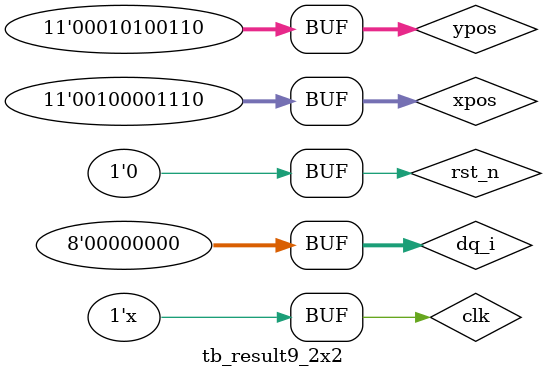
<source format=v>
`timescale  1ns/1ns
 
module tb_result9_2x2;
 
parameter  T = 2; // 时钟周期 ns
 
reg          clk; //input 
reg          rst_n; //input 
reg  [7:0]  dq_i; //input 
reg  [10:0]  xpos; //input 
reg  [10:0]  ypos; //input 
wire [4:0]  digit; //output 

// *******************************************************************************
// ** main
// *******************************************************************************

initial begin
   clk      =1'b0;
   rst_n      =1'b0;
 
   #T //1 start
// 20.0 ns
   rst_n      =1'b1;
 
   #T//
   xpos = 211;
   ypos = 107;
   dq_i = 8'd0;
 
   #T//
   xpos = 212;
   ypos = 107;
   dq_i = 8'd0;
 
   #T//
   xpos = 213;
   ypos = 107;
   dq_i = 8'd0;
 
   #T//
   xpos = 214;
   ypos = 107;
   dq_i = 8'd0;
 
   #T//
   xpos = 215;
   ypos = 107;
   dq_i = 8'd0;
 
   #T//
   xpos = 216;
   ypos = 107;
   dq_i = 8'd0;
 
   #T//
   xpos = 217;
   ypos = 107;
   dq_i = 8'd0;
 
   #T//
   xpos = 218;
   ypos = 107;
   dq_i = 8'd0;
 
   #T//
   xpos = 219;
   ypos = 107;
   dq_i = 8'd0;
 
   #T//
   xpos = 220;
   ypos = 107;
   dq_i = 8'd0;
 
   #T//
   xpos = 221;
   ypos = 107;
   dq_i = 8'd0;
 
   #T//
   xpos = 222;
   ypos = 107;
   dq_i = 8'd0;
 
   #T//
   xpos = 223;
   ypos = 107;
   dq_i = 8'd0;
 
   #T//
   xpos = 224;
   ypos = 107;
   dq_i = 8'd0;
 
   #T//
   xpos = 225;
   ypos = 107;
   dq_i = 8'd0;
 
   #T//
   xpos = 226;
   ypos = 107;
   dq_i = 8'd0;
 
   #T//
   xpos = 227;
   ypos = 107;
   dq_i = 8'd0;
 
   #T//
   xpos = 228;
   ypos = 107;
   dq_i = 8'd0;
 
   #T//
   xpos = 229;
   ypos = 107;
   dq_i = 8'd0;
 
   #T//
   xpos = 230;
   ypos = 107;
   dq_i = 8'd0;
 
   #T//
   xpos = 231;
   ypos = 107;
   dq_i = 8'd0;
 
   #T//
   xpos = 232;
   ypos = 107;
   dq_i = 8'd0;
 
   #T//
   xpos = 233;
   ypos = 107;
   dq_i = 8'd0;
 
   #T//
   xpos = 234;
   ypos = 107;
   dq_i = 8'd0;
 
   #T//
   xpos = 235;
   ypos = 107;
   dq_i = 8'd0;
 
   #T//
   xpos = 236;
   ypos = 107;
   dq_i = 8'd0;
 
   #T//
   xpos = 237;
   ypos = 107;
   dq_i = 8'd0;
 
   #T//
   xpos = 238;
   ypos = 107;
   dq_i = 8'd0;
 
   #T//
   xpos = 239;
   ypos = 107;
   dq_i = 8'd0;
 
   #T//
   xpos = 240;
   ypos = 107;
   dq_i = 8'd0;
 
   #T//
   xpos = 241;
   ypos = 107;
   dq_i = 8'd0;
 
   #T//
   xpos = 242;
   ypos = 107;
   dq_i = 8'd0;
 
   #T//
   xpos = 243;
   ypos = 107;
   dq_i = 8'd0;
 
   #T//
   xpos = 244;
   ypos = 107;
   dq_i = 8'd0;
 
   #T//
   xpos = 245;
   ypos = 107;
   dq_i = 8'd0;
 
   #T//
   xpos = 246;
   ypos = 107;
   dq_i = 8'd0;
 
   #T//
   xpos = 247;
   ypos = 107;
   dq_i = 8'd0;
 
   #T//
   xpos = 248;
   ypos = 107;
   dq_i = 8'd0;
 
   #T//
   xpos = 249;
   ypos = 107;
   dq_i = 8'd0;
 
   #T//
   xpos = 250;
   ypos = 107;
   dq_i = 8'd0;
 
   #T//
   xpos = 251;
   ypos = 107;
   dq_i = 8'd0;
 
   #T//
   xpos = 252;
   ypos = 107;
   dq_i = 8'd0;
 
   #T//
   xpos = 253;
   ypos = 107;
   dq_i = 8'd0;
 
   #T//
   xpos = 254;
   ypos = 107;
   dq_i = 8'd0;
 
   #T//
   xpos = 255;
   ypos = 107;
   dq_i = 8'd0;
 
   #T//
   xpos = 256;
   ypos = 107;
   dq_i = 8'd0;
 
   #T//
   xpos = 257;
   ypos = 107;
   dq_i = 8'd0;
 
   #T//
   xpos = 258;
   ypos = 107;
   dq_i = 8'd0;
 
   #T//
   xpos = 259;
   ypos = 107;
   dq_i = 8'd0;
 
   #T//
   xpos = 260;
   ypos = 107;
   dq_i = 8'd0;
 
   #T//
   xpos = 261;
   ypos = 107;
   dq_i = 8'd0;
 
   #T//
   xpos = 262;
   ypos = 107;
   dq_i = 8'd0;
 
   #T//
   xpos = 263;
   ypos = 107;
   dq_i = 8'd0;
 
   #T//
   xpos = 264;
   ypos = 107;
   dq_i = 8'd0;
 
   #T//
   xpos = 265;
   ypos = 107;
   dq_i = 8'd0;
 
   #T//
   xpos = 266;
   ypos = 107;
   dq_i = 8'd0;
 
   #T//
   xpos = 267;
   ypos = 107;
   dq_i = 8'd0;
 
   #T//
   xpos = 268;
   ypos = 107;
   dq_i = 8'd0;
 
   #T//
   xpos = 269;
   ypos = 107;
   dq_i = 8'd0;
 
   #T//
   xpos = 270;
   ypos = 107;
   dq_i = 8'd0;
 
   #T//
   xpos = 211;
   ypos = 108;
   dq_i = 8'd0;
 
   #T//
   xpos = 212;
   ypos = 108;
   dq_i = 8'd0;
 
   #T//
   xpos = 213;
   ypos = 108;
   dq_i = 8'd0;
 
   #T//
   xpos = 214;
   ypos = 108;
   dq_i = 8'd0;
 
   #T//
   xpos = 215;
   ypos = 108;
   dq_i = 8'd0;
 
   #T//
   xpos = 216;
   ypos = 108;
   dq_i = 8'd0;
 
   #T//
   xpos = 217;
   ypos = 108;
   dq_i = 8'd0;
 
   #T//
   xpos = 218;
   ypos = 108;
   dq_i = 8'd0;
 
   #T//
   xpos = 219;
   ypos = 108;
   dq_i = 8'd0;
 
   #T//
   xpos = 220;
   ypos = 108;
   dq_i = 8'd0;
 
   #T//
   xpos = 221;
   ypos = 108;
   dq_i = 8'd0;
 
   #T//
   xpos = 222;
   ypos = 108;
   dq_i = 8'd0;
 
   #T//
   xpos = 223;
   ypos = 108;
   dq_i = 8'd0;
 
   #T//
   xpos = 224;
   ypos = 108;
   dq_i = 8'd0;
 
   #T//
   xpos = 225;
   ypos = 108;
   dq_i = 8'd0;
 
   #T//
   xpos = 226;
   ypos = 108;
   dq_i = 8'd0;
 
   #T//
   xpos = 227;
   ypos = 108;
   dq_i = 8'd0;
 
   #T//
   xpos = 228;
   ypos = 108;
   dq_i = 8'd0;
 
   #T//
   xpos = 229;
   ypos = 108;
   dq_i = 8'd0;
 
   #T//
   xpos = 230;
   ypos = 108;
   dq_i = 8'd0;
 
   #T//
   xpos = 231;
   ypos = 108;
   dq_i = 8'd0;
 
   #T//
   xpos = 232;
   ypos = 108;
   dq_i = 8'd0;
 
   #T//
   xpos = 233;
   ypos = 108;
   dq_i = 8'd0;
 
   #T//
   xpos = 234;
   ypos = 108;
   dq_i = 8'd0;
 
   #T//
   xpos = 235;
   ypos = 108;
   dq_i = 8'd0;
 
   #T//
   xpos = 236;
   ypos = 108;
   dq_i = 8'd0;
 
   #T//
   xpos = 237;
   ypos = 108;
   dq_i = 8'd0;
 
   #T//
   xpos = 238;
   ypos = 108;
   dq_i = 8'd0;
 
   #T//
   xpos = 239;
   ypos = 108;
   dq_i = 8'd0;
 
   #T//
   xpos = 240;
   ypos = 108;
   dq_i = 8'd0;
 
   #T//
   xpos = 241;
   ypos = 108;
   dq_i = 8'd0;
 
   #T//
   xpos = 242;
   ypos = 108;
   dq_i = 8'd0;
 
   #T//
   xpos = 243;
   ypos = 108;
   dq_i = 8'd0;
 
   #T//
   xpos = 244;
   ypos = 108;
   dq_i = 8'd0;
 
   #T//
   xpos = 245;
   ypos = 108;
   dq_i = 8'd0;
 
   #T//
   xpos = 246;
   ypos = 108;
   dq_i = 8'd0;
 
   #T//
   xpos = 247;
   ypos = 108;
   dq_i = 8'd0;
 
   #T//
   xpos = 248;
   ypos = 108;
   dq_i = 8'd0;
 
   #T//
   xpos = 249;
   ypos = 108;
   dq_i = 8'd0;
 
   #T//
   xpos = 250;
   ypos = 108;
   dq_i = 8'd0;
 
   #T//
   xpos = 251;
   ypos = 108;
   dq_i = 8'd0;
 
   #T//
   xpos = 252;
   ypos = 108;
   dq_i = 8'd0;
 
   #T//
   xpos = 253;
   ypos = 108;
   dq_i = 8'd0;
 
   #T//
   xpos = 254;
   ypos = 108;
   dq_i = 8'd0;
 
   #T//
   xpos = 255;
   ypos = 108;
   dq_i = 8'd0;
 
   #T//
   xpos = 256;
   ypos = 108;
   dq_i = 8'd0;
 
   #T//
   xpos = 257;
   ypos = 108;
   dq_i = 8'd0;
 
   #T//
   xpos = 258;
   ypos = 108;
   dq_i = 8'd0;
 
   #T//
   xpos = 259;
   ypos = 108;
   dq_i = 8'd0;
 
   #T//
   xpos = 260;
   ypos = 108;
   dq_i = 8'd0;
 
   #T//
   xpos = 261;
   ypos = 108;
   dq_i = 8'd0;
 
   #T//
   xpos = 262;
   ypos = 108;
   dq_i = 8'd0;
 
   #T//
   xpos = 263;
   ypos = 108;
   dq_i = 8'd0;
 
   #T//
   xpos = 264;
   ypos = 108;
   dq_i = 8'd0;
 
   #T//
   xpos = 265;
   ypos = 108;
   dq_i = 8'd0;
 
   #T//
   xpos = 266;
   ypos = 108;
   dq_i = 8'd0;
 
   #T//
   xpos = 267;
   ypos = 108;
   dq_i = 8'd0;
 
   #T//
   xpos = 268;
   ypos = 108;
   dq_i = 8'd0;
 
   #T//
   xpos = 269;
   ypos = 108;
   dq_i = 8'd0;
 
   #T//
   xpos = 270;
   ypos = 108;
   dq_i = 8'd0;
 
   #T//
   xpos = 211;
   ypos = 109;
   dq_i = 8'd0;
 
   #T//
   xpos = 212;
   ypos = 109;
   dq_i = 8'd0;
 
   #T//
   xpos = 213;
   ypos = 109;
   dq_i = 0;
 
   #T//
   xpos = 214;
   ypos = 109;
   dq_i = 0;
 
   #T//
   xpos = 215;
   ypos = 109;
   dq_i = 0;
 
   #T//
   xpos = 216;
   ypos = 109;
   dq_i = 0;
 
   #T//
   xpos = 217;
   ypos = 109;
   dq_i = 0;
 
   #T//
   xpos = 218;
   ypos = 109;
   dq_i = 0;
 
   #T//
   xpos = 219;
   ypos = 109;
   dq_i = 0;
 
   #T//
   xpos = 220;
   ypos = 109;
   dq_i = 0;
 
   #T//
   xpos = 221;
   ypos = 109;
   dq_i = 0;
 
   #T//
   xpos = 222;
   ypos = 109;
   dq_i = 0;
 
   #T//
   xpos = 223;
   ypos = 109;
   dq_i = 0;
 
   #T//
   xpos = 224;
   ypos = 109;
   dq_i = 0;
 
   #T//
   xpos = 225;
   ypos = 109;
   dq_i = 0;
 
   #T//
   xpos = 226;
   ypos = 109;
   dq_i = 0;
 
   #T//
   xpos = 227;
   ypos = 109;
   dq_i = 0;
 
   #T//
   xpos = 228;
   ypos = 109;
   dq_i = 0;
 
   #T//
   xpos = 229;
   ypos = 109;
   dq_i = 0;
 
   #T//
   xpos = 230;
   ypos = 109;
   dq_i = 0;
 
   #T//
   xpos = 231;
   ypos = 109;
   dq_i = 0;
 
   #T//
   xpos = 232;
   ypos = 109;
   dq_i = 0;
 
   #T//
   xpos = 233;
   ypos = 109;
   dq_i = 0;
 
   #T//
   xpos = 234;
   ypos = 109;
   dq_i = 0;
 
   #T//
   xpos = 235;
   ypos = 109;
   dq_i = 0;
 
   #T//
   xpos = 236;
   ypos = 109;
   dq_i = 0;
 
   #T//
   xpos = 237;
   ypos = 109;
   dq_i = 0;
 
   #T//
   xpos = 238;
   ypos = 109;
   dq_i = 0;
 
   #T//
   xpos = 239;
   ypos = 109;
   dq_i = 0;
 
   #T//
   xpos = 240;
   ypos = 109;
   dq_i = 0;
 
   #T//
   xpos = 241;
   ypos = 109;
   dq_i = 0;
 
   #T//
   xpos = 242;
   ypos = 109;
   dq_i = 0;
 
   #T//
   xpos = 243;
   ypos = 109;
   dq_i = 0;
 
   #T//
   xpos = 244;
   ypos = 109;
   dq_i = 0;
 
   #T//
   xpos = 245;
   ypos = 109;
   dq_i = 0;
 
   #T//
   xpos = 246;
   ypos = 109;
   dq_i = 0;
 
   #T//
   xpos = 247;
   ypos = 109;
   dq_i = 0;
 
   #T//
   xpos = 248;
   ypos = 109;
   dq_i = 0;
 
   #T//
   xpos = 249;
   ypos = 109;
   dq_i = 0;
 
   #T//
   xpos = 250;
   ypos = 109;
   dq_i = 0;
 
   #T//
   xpos = 251;
   ypos = 109;
   dq_i = 0;
 
   #T//
   xpos = 252;
   ypos = 109;
   dq_i = 0;
 
   #T//
   xpos = 253;
   ypos = 109;
   dq_i = 0;
 
   #T//
   xpos = 254;
   ypos = 109;
   dq_i = 0;
 
   #T//
   xpos = 255;
   ypos = 109;
   dq_i = 0;
 
   #T//
   xpos = 256;
   ypos = 109;
   dq_i = 0;
 
   #T//
   xpos = 257;
   ypos = 109;
   dq_i = 0;
 
   #T//
   xpos = 258;
   ypos = 109;
   dq_i = 0;
 
   #T//
   xpos = 259;
   ypos = 109;
   dq_i = 0;
 
   #T//
   xpos = 260;
   ypos = 109;
   dq_i = 0;
 
   #T//
   xpos = 261;
   ypos = 109;
   dq_i = 0;
 
   #T//
   xpos = 262;
   ypos = 109;
   dq_i = 0;
 
   #T//
   xpos = 263;
   ypos = 109;
   dq_i = 0;
 
   #T//
   xpos = 264;
   ypos = 109;
   dq_i = 0;
 
   #T//
   xpos = 265;
   ypos = 109;
   dq_i = 0;
 
   #T//
   xpos = 266;
   ypos = 109;
   dq_i = 0;
 
   #T//
   xpos = 267;
   ypos = 109;
   dq_i = 0;
 
   #T//
   xpos = 268;
   ypos = 109;
   dq_i = 0;
 
   #T//
   xpos = 269;
   ypos = 109;
   dq_i = 8'd0;
 
   #T//
   xpos = 270;
   ypos = 109;
   dq_i = 8'd0;
 
   #T//
   xpos = 211;
   ypos = 110;
   dq_i = 8'd0;
 
   #T//
   xpos = 212;
   ypos = 110;
   dq_i = 8'd0;
 
   #T//
   xpos = 213;
   ypos = 110;
   dq_i = 0;
 
   #T//
   xpos = 214;
   ypos = 110;
   dq_i = 0;
 
   #T//
   xpos = 215;
   ypos = 110;
   dq_i = 0;
 
   #T//
   xpos = 216;
   ypos = 110;
   dq_i = 0;
 
   #T//
   xpos = 217;
   ypos = 110;
   dq_i = 0;
 
   #T//
   xpos = 218;
   ypos = 110;
   dq_i = 0;
 
   #T//
   xpos = 219;
   ypos = 110;
   dq_i = 0;
 
   #T//
   xpos = 220;
   ypos = 110;
   dq_i = 0;
 
   #T//
   xpos = 221;
   ypos = 110;
   dq_i = 0;
 
   #T//
   xpos = 222;
   ypos = 110;
   dq_i = 0;
 
   #T//
   xpos = 223;
   ypos = 110;
   dq_i = 0;
 
   #T//
   xpos = 224;
   ypos = 110;
   dq_i = 0;
 
   #T//
   xpos = 225;
   ypos = 110;
   dq_i = 0;
 
   #T//
   xpos = 226;
   ypos = 110;
   dq_i = 0;
 
   #T//
   xpos = 227;
   ypos = 110;
   dq_i = 0;
 
   #T//
   xpos = 228;
   ypos = 110;
   dq_i = 0;
 
   #T//
   xpos = 229;
   ypos = 110;
   dq_i = 0;
 
   #T//
   xpos = 230;
   ypos = 110;
   dq_i = 0;
 
   #T//
   xpos = 231;
   ypos = 110;
   dq_i = 0;
 
   #T//
   xpos = 232;
   ypos = 110;
   dq_i = 0;
 
   #T//
   xpos = 233;
   ypos = 110;
   dq_i = 0;
 
   #T//
   xpos = 234;
   ypos = 110;
   dq_i = 0;
 
   #T//
   xpos = 235;
   ypos = 110;
   dq_i = 0;
 
   #T//
   xpos = 236;
   ypos = 110;
   dq_i = 0;
 
   #T//
   xpos = 237;
   ypos = 110;
   dq_i = 0;
 
   #T//
   xpos = 238;
   ypos = 110;
   dq_i = 0;
 
   #T//
   xpos = 239;
   ypos = 110;
   dq_i = 0;
 
   #T//
   xpos = 240;
   ypos = 110;
   dq_i = 0;
 
   #T//
   xpos = 241;
   ypos = 110;
   dq_i = 0;
 
   #T//
   xpos = 242;
   ypos = 110;
   dq_i = 0;
 
   #T//
   xpos = 243;
   ypos = 110;
   dq_i = 0;
 
   #T//
   xpos = 244;
   ypos = 110;
   dq_i = 0;
 
   #T//
   xpos = 245;
   ypos = 110;
   dq_i = 0;
 
   #T//
   xpos = 246;
   ypos = 110;
   dq_i = 0;
 
   #T//
   xpos = 247;
   ypos = 110;
   dq_i = 0;
 
   #T//
   xpos = 248;
   ypos = 110;
   dq_i = 0;
 
   #T//
   xpos = 249;
   ypos = 110;
   dq_i = 0;
 
   #T//
   xpos = 250;
   ypos = 110;
   dq_i = 0;
 
   #T//
   xpos = 251;
   ypos = 110;
   dq_i = 0;
 
   #T//
   xpos = 252;
   ypos = 110;
   dq_i = 0;
 
   #T//
   xpos = 253;
   ypos = 110;
   dq_i = 0;
 
   #T//
   xpos = 254;
   ypos = 110;
   dq_i = 0;
 
   #T//
   xpos = 255;
   ypos = 110;
   dq_i = 0;
 
   #T//
   xpos = 256;
   ypos = 110;
   dq_i = 0;
 
   #T//
   xpos = 257;
   ypos = 110;
   dq_i = 0;
 
   #T//
   xpos = 258;
   ypos = 110;
   dq_i = 0;
 
   #T//
   xpos = 259;
   ypos = 110;
   dq_i = 0;
 
   #T//
   xpos = 260;
   ypos = 110;
   dq_i = 0;
 
   #T//
   xpos = 261;
   ypos = 110;
   dq_i = 0;
 
   #T//
   xpos = 262;
   ypos = 110;
   dq_i = 0;
 
   #T//
   xpos = 263;
   ypos = 110;
   dq_i = 0;
 
   #T//
   xpos = 264;
   ypos = 110;
   dq_i = 0;
 
   #T//
   xpos = 265;
   ypos = 110;
   dq_i = 0;
 
   #T//
   xpos = 266;
   ypos = 110;
   dq_i = 0;
 
   #T//
   xpos = 267;
   ypos = 110;
   dq_i = 0;
 
   #T//
   xpos = 268;
   ypos = 110;
   dq_i = 0;
 
   #T//
   xpos = 269;
   ypos = 110;
   dq_i = 8'd0;
 
   #T//
   xpos = 270;
   ypos = 110;
   dq_i = 8'd0;
 
   #T//
   xpos = 211;
   ypos = 111;
   dq_i = 8'd0;
 
   #T//
   xpos = 212;
   ypos = 111;
   dq_i = 8'd0;
 
   #T//
   xpos = 213;
   ypos = 111;
   dq_i = 0;
 
   #T//
   xpos = 214;
   ypos = 111;
   dq_i = 0;
 
   #T//
   xpos = 215;
   ypos = 111;
   dq_i = 0;
 
   #T//
   xpos = 216;
   ypos = 111;
   dq_i = 0;
 
   #T//
   xpos = 217;
   ypos = 111;
   dq_i = 0;
 
   #T//
   xpos = 218;
   ypos = 111;
   dq_i = 0;
 
   #T//
   xpos = 219;
   ypos = 111;
   dq_i = 0;
 
   #T//
   xpos = 220;
   ypos = 111;
   dq_i = 0;
 
   #T//
   xpos = 221;
   ypos = 111;
   dq_i = 0;
 
   #T//
   xpos = 222;
   ypos = 111;
   dq_i = 0;
 
   #T//
   xpos = 223;
   ypos = 111;
   dq_i = 0;
 
   #T//
   xpos = 224;
   ypos = 111;
   dq_i = 0;
 
   #T//
   xpos = 225;
   ypos = 111;
   dq_i = 0;
 
   #T//
   xpos = 226;
   ypos = 111;
   dq_i = 0;
 
   #T//
   xpos = 227;
   ypos = 111;
   dq_i = 0;
 
   #T//
   xpos = 228;
   ypos = 111;
   dq_i = 0;
 
   #T//
   xpos = 229;
   ypos = 111;
   dq_i = 0;
 
   #T//
   xpos = 230;
   ypos = 111;
   dq_i = 0;
 
   #T//
   xpos = 231;
   ypos = 111;
   dq_i = 0;
 
   #T//
   xpos = 232;
   ypos = 111;
   dq_i = 0;
 
   #T//
   xpos = 233;
   ypos = 111;
   dq_i = 0;
 
   #T//
   xpos = 234;
   ypos = 111;
   dq_i = 0;
 
   #T//
   xpos = 235;
   ypos = 111;
   dq_i = 0;
 
   #T//
   xpos = 236;
   ypos = 111;
   dq_i = 0;
 
   #T//
   xpos = 237;
   ypos = 111;
   dq_i = 0;
 
   #T//
   xpos = 238;
   ypos = 111;
   dq_i = 0;
 
   #T//
   xpos = 239;
   ypos = 111;
   dq_i = 0;
 
   #T//
   xpos = 240;
   ypos = 111;
   dq_i = 0;
 
   #T//
   xpos = 241;
   ypos = 111;
   dq_i = 0;
 
   #T//
   xpos = 242;
   ypos = 111;
   dq_i = 0;
 
   #T//
   xpos = 243;
   ypos = 111;
   dq_i = 0;
 
   #T//
   xpos = 244;
   ypos = 111;
   dq_i = 0;
 
   #T//
   xpos = 245;
   ypos = 111;
   dq_i = 0;
 
   #T//
   xpos = 246;
   ypos = 111;
   dq_i = 0;
 
   #T//
   xpos = 247;
   ypos = 111;
   dq_i = 0;
 
   #T//
   xpos = 248;
   ypos = 111;
   dq_i = 0;
 
   #T//
   xpos = 249;
   ypos = 111;
   dq_i = 0;
 
   #T//
   xpos = 250;
   ypos = 111;
   dq_i = 0;
 
   #T//
   xpos = 251;
   ypos = 111;
   dq_i = 0;
 
   #T//
   xpos = 252;
   ypos = 111;
   dq_i = 0;
 
   #T//
   xpos = 253;
   ypos = 111;
   dq_i = 0;
 
   #T//
   xpos = 254;
   ypos = 111;
   dq_i = 0;
 
   #T//
   xpos = 255;
   ypos = 111;
   dq_i = 0;
 
   #T//
   xpos = 256;
   ypos = 111;
   dq_i = 0;
 
   #T//
   xpos = 257;
   ypos = 111;
   dq_i = 0;
 
   #T//
   xpos = 258;
   ypos = 111;
   dq_i = 0;
 
   #T//
   xpos = 259;
   ypos = 111;
   dq_i = 0;
 
   #T//
   xpos = 260;
   ypos = 111;
   dq_i = 0;
 
   #T//
   xpos = 261;
   ypos = 111;
   dq_i = 0;
 
   #T//
   xpos = 262;
   ypos = 111;
   dq_i = 0;
 
   #T//
   xpos = 263;
   ypos = 111;
   dq_i = 0;
 
   #T//
   xpos = 264;
   ypos = 111;
   dq_i = 0;
 
   #T//
   xpos = 265;
   ypos = 111;
   dq_i = 0;
 
   #T//
   xpos = 266;
   ypos = 111;
   dq_i = 0;
 
   #T//
   xpos = 267;
   ypos = 111;
   dq_i = 0;
 
   #T//
   xpos = 268;
   ypos = 111;
   dq_i = 0;
 
   #T//
   xpos = 269;
   ypos = 111;
   dq_i = 8'd0;
 
   #T//
   xpos = 270;
   ypos = 111;
   dq_i = 8'd0;
 
   #T//
   xpos = 211;
   ypos = 112;
   dq_i = 8'd0;
 
   #T//
   xpos = 212;
   ypos = 112;
   dq_i = 8'd0;
 
   #T//
   xpos = 213;
   ypos = 112;
   dq_i = 0;
 
   #T//
   xpos = 214;
   ypos = 112;
   dq_i = 0;
 
   #T//
   xpos = 215;
   ypos = 112;
   dq_i = 0;
 
   #T//
   xpos = 216;
   ypos = 112;
   dq_i = 0;
 
   #T//
   xpos = 217;
   ypos = 112;
   dq_i = 0;
 
   #T//
   xpos = 218;
   ypos = 112;
   dq_i = 0;
 
   #T//
   xpos = 219;
   ypos = 112;
   dq_i = 0;
 
   #T//
   xpos = 220;
   ypos = 112;
   dq_i = 0;
 
   #T//
   xpos = 221;
   ypos = 112;
   dq_i = 0;
 
   #T//
   xpos = 222;
   ypos = 112;
   dq_i = 0;
 
   #T//
   xpos = 223;
   ypos = 112;
   dq_i = 0;
 
   #T//
   xpos = 224;
   ypos = 112;
   dq_i = 0;
 
   #T//
   xpos = 225;
   ypos = 112;
   dq_i = 0;
 
   #T//
   xpos = 226;
   ypos = 112;
   dq_i = 0;
 
   #T//
   xpos = 227;
   ypos = 112;
   dq_i = 0;
 
   #T//
   xpos = 228;
   ypos = 112;
   dq_i = 0;
 
   #T//
   xpos = 229;
   ypos = 112;
   dq_i = 0;
 
   #T//
   xpos = 230;
   ypos = 112;
   dq_i = 0;
 
   #T//
   xpos = 231;
   ypos = 112;
   dq_i = 0;
 
   #T//
   xpos = 232;
   ypos = 112;
   dq_i = 0;
 
   #T//
   xpos = 233;
   ypos = 112;
   dq_i = 0;
 
   #T//
   xpos = 234;
   ypos = 112;
   dq_i = 0;
 
   #T//
   xpos = 235;
   ypos = 112;
   dq_i = 0;
 
   #T//
   xpos = 236;
   ypos = 112;
   dq_i = 0;
 
   #T//
   xpos = 237;
   ypos = 112;
   dq_i = 0;
 
   #T//
   xpos = 238;
   ypos = 112;
   dq_i = 0;
 
   #T//
   xpos = 239;
   ypos = 112;
   dq_i = 0;
 
   #T//
   xpos = 240;
   ypos = 112;
   dq_i = 0;
 
   #T//
   xpos = 241;
   ypos = 112;
   dq_i = 0;
 
   #T//
   xpos = 242;
   ypos = 112;
   dq_i = 0;
 
   #T//
   xpos = 243;
   ypos = 112;
   dq_i = 0;
 
   #T//
   xpos = 244;
   ypos = 112;
   dq_i = 0;
 
   #T//
   xpos = 245;
   ypos = 112;
   dq_i = 0;
 
   #T//
   xpos = 246;
   ypos = 112;
   dq_i = 0;
 
   #T//
   xpos = 247;
   ypos = 112;
   dq_i = 0;
 
   #T//
   xpos = 248;
   ypos = 112;
   dq_i = 0;
 
   #T//
   xpos = 249;
   ypos = 112;
   dq_i = 0;
 
   #T//
   xpos = 250;
   ypos = 112;
   dq_i = 0;
 
   #T//
   xpos = 251;
   ypos = 112;
   dq_i = 0;
 
   #T//
   xpos = 252;
   ypos = 112;
   dq_i = 0;
 
   #T//
   xpos = 253;
   ypos = 112;
   dq_i = 0;
 
   #T//
   xpos = 254;
   ypos = 112;
   dq_i = 0;
 
   #T//
   xpos = 255;
   ypos = 112;
   dq_i = 0;
 
   #T//
   xpos = 256;
   ypos = 112;
   dq_i = 0;
 
   #T//
   xpos = 257;
   ypos = 112;
   dq_i = 0;
 
   #T//
   xpos = 258;
   ypos = 112;
   dq_i = 0;
 
   #T//
   xpos = 259;
   ypos = 112;
   dq_i = 0;
 
   #T//
   xpos = 260;
   ypos = 112;
   dq_i = 0;
 
   #T//
   xpos = 261;
   ypos = 112;
   dq_i = 0;
 
   #T//
   xpos = 262;
   ypos = 112;
   dq_i = 0;
 
   #T//
   xpos = 263;
   ypos = 112;
   dq_i = 0;
 
   #T//
   xpos = 264;
   ypos = 112;
   dq_i = 0;
 
   #T//
   xpos = 265;
   ypos = 112;
   dq_i = 0;
 
   #T//
   xpos = 266;
   ypos = 112;
   dq_i = 0;
 
   #T//
   xpos = 267;
   ypos = 112;
   dq_i = 0;
 
   #T//
   xpos = 268;
   ypos = 112;
   dq_i = 0;
 
   #T//
   xpos = 269;
   ypos = 112;
   dq_i = 8'd0;
 
   #T//
   xpos = 270;
   ypos = 112;
   dq_i = 8'd0;
 
   #T//
   xpos = 211;
   ypos = 113;
   dq_i = 8'd0;
 
   #T//
   xpos = 212;
   ypos = 113;
   dq_i = 8'd0;
 
   #T//
   xpos = 213;
   ypos = 113;
   dq_i = 0;
 
   #T//
   xpos = 214;
   ypos = 113;
   dq_i = 0;
 
   #T//
   xpos = 215;
   ypos = 113;
   dq_i = 0;
 
   #T//
   xpos = 216;
   ypos = 113;
   dq_i = 0;
 
   #T//
   xpos = 217;
   ypos = 113;
   dq_i = 0;
 
   #T//
   xpos = 218;
   ypos = 113;
   dq_i = 0;
 
   #T//
   xpos = 219;
   ypos = 113;
   dq_i = 0;
 
   #T//
   xpos = 220;
   ypos = 113;
   dq_i = 0;
 
   #T//
   xpos = 221;
   ypos = 113;
   dq_i = 0;
 
   #T//
   xpos = 222;
   ypos = 113;
   dq_i = 0;
 
   #T//
   xpos = 223;
   ypos = 113;
   dq_i = 0;
 
   #T//
   xpos = 224;
   ypos = 113;
   dq_i = 0;
 
   #T//
   xpos = 225;
   ypos = 113;
   dq_i = 0;
 
   #T//
   xpos = 226;
   ypos = 113;
   dq_i = 0;
 
   #T//
   xpos = 227;
   ypos = 113;
   dq_i = 0;
 
   #T//
   xpos = 228;
   ypos = 113;
   dq_i = 0;
 
   #T//
   xpos = 229;
   ypos = 113;
   dq_i = 0;
 
   #T//
   xpos = 230;
   ypos = 113;
   dq_i = 0;
 
   #T//
   xpos = 231;
   ypos = 113;
   dq_i = 0;
 
   #T//
   xpos = 232;
   ypos = 113;
   dq_i = 0;
 
   #T//
   xpos = 233;
   ypos = 113;
   dq_i = 0;
 
   #T//
   xpos = 234;
   ypos = 113;
   dq_i = 0;
 
   #T//
   xpos = 235;
   ypos = 113;
   dq_i = 0;
 
   #T//
   xpos = 236;
   ypos = 113;
   dq_i = 0;
 
   #T//
   xpos = 237;
   ypos = 113;
   dq_i = 0;
 
   #T//
   xpos = 238;
   ypos = 113;
   dq_i = 0;
 
   #T//
   xpos = 239;
   ypos = 113;
   dq_i = 0;
 
   #T//
   xpos = 240;
   ypos = 113;
   dq_i = 0;
 
   #T//
   xpos = 241;
   ypos = 113;
   dq_i = 0;
 
   #T//
   xpos = 242;
   ypos = 113;
   dq_i = 0;
 
   #T//
   xpos = 243;
   ypos = 113;
   dq_i = 0;
 
   #T//
   xpos = 244;
   ypos = 113;
   dq_i = 0;
 
   #T//
   xpos = 245;
   ypos = 113;
   dq_i = 0;
 
   #T//
   xpos = 246;
   ypos = 113;
   dq_i = 0;
 
   #T//
   xpos = 247;
   ypos = 113;
   dq_i = 0;
 
   #T//
   xpos = 248;
   ypos = 113;
   dq_i = 0;
 
   #T//
   xpos = 249;
   ypos = 113;
   dq_i = 0;
 
   #T//
   xpos = 250;
   ypos = 113;
   dq_i = 0;
 
   #T//
   xpos = 251;
   ypos = 113;
   dq_i = 0;
 
   #T//
   xpos = 252;
   ypos = 113;
   dq_i = 0;
 
   #T//
   xpos = 253;
   ypos = 113;
   dq_i = 0;
 
   #T//
   xpos = 254;
   ypos = 113;
   dq_i = 0;
 
   #T//
   xpos = 255;
   ypos = 113;
   dq_i = 0;
 
   #T//
   xpos = 256;
   ypos = 113;
   dq_i = 0;
 
   #T//
   xpos = 257;
   ypos = 113;
   dq_i = 0;
 
   #T//
   xpos = 258;
   ypos = 113;
   dq_i = 0;
 
   #T//
   xpos = 259;
   ypos = 113;
   dq_i = 0;
 
   #T//
   xpos = 260;
   ypos = 113;
   dq_i = 0;
 
   #T//
   xpos = 261;
   ypos = 113;
   dq_i = 0;
 
   #T//
   xpos = 262;
   ypos = 113;
   dq_i = 0;
 
   #T//
   xpos = 263;
   ypos = 113;
   dq_i = 0;
 
   #T//
   xpos = 264;
   ypos = 113;
   dq_i = 0;
 
   #T//
   xpos = 265;
   ypos = 113;
   dq_i = 0;
 
   #T//
   xpos = 266;
   ypos = 113;
   dq_i = 0;
 
   #T//
   xpos = 267;
   ypos = 113;
   dq_i = 0;
 
   #T//
   xpos = 268;
   ypos = 113;
   dq_i = 0;
 
   #T//
   xpos = 269;
   ypos = 113;
   dq_i = 8'd0;
 
   #T//
   xpos = 270;
   ypos = 113;
   dq_i = 8'd0;
 
   #T//
   xpos = 211;
   ypos = 114;
   dq_i = 8'd0;
 
   #T//
   xpos = 212;
   ypos = 114;
   dq_i = 8'd0;
 
   #T//
   xpos = 213;
   ypos = 114;
   dq_i = 0;
 
   #T//
   xpos = 214;
   ypos = 114;
   dq_i = 0;
 
   #T//
   xpos = 215;
   ypos = 114;
   dq_i = 0;
 
   #T//
   xpos = 216;
   ypos = 114;
   dq_i = 0;
 
   #T//
   xpos = 217;
   ypos = 114;
   dq_i = 0;
 
   #T//
   xpos = 218;
   ypos = 114;
   dq_i = 0;
 
   #T//
   xpos = 219;
   ypos = 114;
   dq_i = 0;
 
   #T//
   xpos = 220;
   ypos = 114;
   dq_i = 0;
 
   #T//
   xpos = 221;
   ypos = 114;
   dq_i = 0;
 
   #T//
   xpos = 222;
   ypos = 114;
   dq_i = 0;
 
   #T//
   xpos = 223;
   ypos = 114;
   dq_i = 0;
 
   #T//
   xpos = 224;
   ypos = 114;
   dq_i = 0;
 
   #T//
   xpos = 225;
   ypos = 114;
   dq_i = 0;
 
   #T//
   xpos = 226;
   ypos = 114;
   dq_i = 0;
 
   #T//
   xpos = 227;
   ypos = 114;
   dq_i = 0;
 
   #T//
   xpos = 228;
   ypos = 114;
   dq_i = 0;
 
   #T//
   xpos = 229;
   ypos = 114;
   dq_i = 0;
 
   #T//
   xpos = 230;
   ypos = 114;
   dq_i = 0;
 
   #T//
   xpos = 231;
   ypos = 114;
   dq_i = 0;
 
   #T//
   xpos = 232;
   ypos = 114;
   dq_i = 0;
 
   #T//
   xpos = 233;
   ypos = 114;
   dq_i = 0;
 
   #T//
   xpos = 234;
   ypos = 114;
   dq_i = 0;
 
   #T//
   xpos = 235;
   ypos = 114;
   dq_i = 0;
 
   #T//
   xpos = 236;
   ypos = 114;
   dq_i = 0;
 
   #T//
   xpos = 237;
   ypos = 114;
   dq_i = 0;
 
   #T//
   xpos = 238;
   ypos = 114;
   dq_i = 0;
 
   #T//
   xpos = 239;
   ypos = 114;
   dq_i = 0;
 
   #T//
   xpos = 240;
   ypos = 114;
   dq_i = 0;
 
   #T//
   xpos = 241;
   ypos = 114;
   dq_i = 0;
 
   #T//
   xpos = 242;
   ypos = 114;
   dq_i = 0;
 
   #T//
   xpos = 243;
   ypos = 114;
   dq_i = 0;
 
   #T//
   xpos = 244;
   ypos = 114;
   dq_i = 0;
 
   #T//
   xpos = 245;
   ypos = 114;
   dq_i = 0;
 
   #T//
   xpos = 246;
   ypos = 114;
   dq_i = 0;
 
   #T//
   xpos = 247;
   ypos = 114;
   dq_i = 0;
 
   #T//
   xpos = 248;
   ypos = 114;
   dq_i = 0;
 
   #T//
   xpos = 249;
   ypos = 114;
   dq_i = 0;
 
   #T//
   xpos = 250;
   ypos = 114;
   dq_i = 0;
 
   #T//
   xpos = 251;
   ypos = 114;
   dq_i = 0;
 
   #T//
   xpos = 252;
   ypos = 114;
   dq_i = 0;
 
   #T//
   xpos = 253;
   ypos = 114;
   dq_i = 0;
 
   #T//
   xpos = 254;
   ypos = 114;
   dq_i = 0;
 
   #T//
   xpos = 255;
   ypos = 114;
   dq_i = 0;
 
   #T//
   xpos = 256;
   ypos = 114;
   dq_i = 0;
 
   #T//
   xpos = 257;
   ypos = 114;
   dq_i = 0;
 
   #T//
   xpos = 258;
   ypos = 114;
   dq_i = 0;
 
   #T//
   xpos = 259;
   ypos = 114;
   dq_i = 0;
 
   #T//
   xpos = 260;
   ypos = 114;
   dq_i = 0;
 
   #T//
   xpos = 261;
   ypos = 114;
   dq_i = 0;
 
   #T//
   xpos = 262;
   ypos = 114;
   dq_i = 0;
 
   #T//
   xpos = 263;
   ypos = 114;
   dq_i = 0;
 
   #T//
   xpos = 264;
   ypos = 114;
   dq_i = 0;
 
   #T//
   xpos = 265;
   ypos = 114;
   dq_i = 0;
 
   #T//
   xpos = 266;
   ypos = 114;
   dq_i = 0;
 
   #T//
   xpos = 267;
   ypos = 114;
   dq_i = 0;
 
   #T//
   xpos = 268;
   ypos = 114;
   dq_i = 0;
 
   #T//
   xpos = 269;
   ypos = 114;
   dq_i = 8'd0;
 
   #T//
   xpos = 270;
   ypos = 114;
   dq_i = 8'd0;
 
   #T//
   xpos = 211;
   ypos = 115;
   dq_i = 8'd0;
 
   #T//
   xpos = 212;
   ypos = 115;
   dq_i = 8'd0;
 
   #T//
   xpos = 213;
   ypos = 115;
   dq_i = 0;
 
   #T//
   xpos = 214;
   ypos = 115;
   dq_i = 0;
 
   #T//
   xpos = 215;
   ypos = 115;
   dq_i = 0;
 
   #T//
   xpos = 216;
   ypos = 115;
   dq_i = 0;
 
   #T//
   xpos = 217;
   ypos = 115;
   dq_i = 0;
 
   #T//
   xpos = 218;
   ypos = 115;
   dq_i = 0;
 
   #T//
   xpos = 219;
   ypos = 115;
   dq_i = 0;
 
   #T//
   xpos = 220;
   ypos = 115;
   dq_i = 0;
 
   #T//
   xpos = 221;
   ypos = 115;
   dq_i = 0;
 
   #T//
   xpos = 222;
   ypos = 115;
   dq_i = 0;
 
   #T//
   xpos = 223;
   ypos = 115;
   dq_i = 0;
 
   #T//
   xpos = 224;
   ypos = 115;
   dq_i = 0;
 
   #T//
   xpos = 225;
   ypos = 115;
   dq_i = 0;
 
   #T//
   xpos = 226;
   ypos = 115;
   dq_i = 0;
 
   #T//
   xpos = 227;
   ypos = 115;
   dq_i = 0;
 
   #T//
   xpos = 228;
   ypos = 115;
   dq_i = 0;
 
   #T//
   xpos = 229;
   ypos = 115;
   dq_i = 0;
 
   #T//
   xpos = 230;
   ypos = 115;
   dq_i = 0;
 
   #T//
   xpos = 231;
   ypos = 115;
   dq_i = 0;
 
   #T//
   xpos = 232;
   ypos = 115;
   dq_i = 0;
 
   #T//
   xpos = 233;
   ypos = 115;
   dq_i = 0;
 
   #T//
   xpos = 234;
   ypos = 115;
   dq_i = 0;
 
   #T//
   xpos = 235;
   ypos = 115;
   dq_i = 0;
 
   #T//
   xpos = 236;
   ypos = 115;
   dq_i = 0;
 
   #T//
   xpos = 237;
   ypos = 115;
   dq_i = 0;
 
   #T//
   xpos = 238;
   ypos = 115;
   dq_i = 0;
 
   #T//
   xpos = 239;
   ypos = 115;
   dq_i = 0;
 
   #T//
   xpos = 240;
   ypos = 115;
   dq_i = 0;
 
   #T//
   xpos = 241;
   ypos = 115;
   dq_i = 0;
 
   #T//
   xpos = 242;
   ypos = 115;
   dq_i = 0;
 
   #T//
   xpos = 243;
   ypos = 115;
   dq_i = 0;
 
   #T//
   xpos = 244;
   ypos = 115;
   dq_i = 0;
 
   #T//
   xpos = 245;
   ypos = 115;
   dq_i = 0;
 
   #T//
   xpos = 246;
   ypos = 115;
   dq_i = 0;
 
   #T//
   xpos = 247;
   ypos = 115;
   dq_i = 0;
 
   #T//
   xpos = 248;
   ypos = 115;
   dq_i = 0;
 
   #T//
   xpos = 249;
   ypos = 115;
   dq_i = 0;
 
   #T//
   xpos = 250;
   ypos = 115;
   dq_i = 0;
 
   #T//
   xpos = 251;
   ypos = 115;
   dq_i = 0;
 
   #T//
   xpos = 252;
   ypos = 115;
   dq_i = 0;
 
   #T//
   xpos = 253;
   ypos = 115;
   dq_i = 0;
 
   #T//
   xpos = 254;
   ypos = 115;
   dq_i = 0;
 
   #T//
   xpos = 255;
   ypos = 115;
   dq_i = 0;
 
   #T//
   xpos = 256;
   ypos = 115;
   dq_i = 0;
 
   #T//
   xpos = 257;
   ypos = 115;
   dq_i = 0;
 
   #T//
   xpos = 258;
   ypos = 115;
   dq_i = 0;
 
   #T//
   xpos = 259;
   ypos = 115;
   dq_i = 0;
 
   #T//
   xpos = 260;
   ypos = 115;
   dq_i = 0;
 
   #T//
   xpos = 261;
   ypos = 115;
   dq_i = 0;
 
   #T//
   xpos = 262;
   ypos = 115;
   dq_i = 0;
 
   #T//
   xpos = 263;
   ypos = 115;
   dq_i = 0;
 
   #T//
   xpos = 264;
   ypos = 115;
   dq_i = 0;
 
   #T//
   xpos = 265;
   ypos = 115;
   dq_i = 0;
 
   #T//
   xpos = 266;
   ypos = 115;
   dq_i = 0;
 
   #T//
   xpos = 267;
   ypos = 115;
   dq_i = 0;
 
   #T//
   xpos = 268;
   ypos = 115;
   dq_i = 0;
 
   #T//
   xpos = 269;
   ypos = 115;
   dq_i = 8'd0;
 
   #T//
   xpos = 270;
   ypos = 115;
   dq_i = 8'd0;
 
   #T//
   xpos = 211;
   ypos = 116;
   dq_i = 8'd0;
 
   #T//
   xpos = 212;
   ypos = 116;
   dq_i = 8'd0;
 
   #T//
   xpos = 213;
   ypos = 116;
   dq_i = 0;
 
   #T//
   xpos = 214;
   ypos = 116;
   dq_i = 0;
 
   #T//
   xpos = 215;
   ypos = 116;
   dq_i = 0;
 
   #T//
   xpos = 216;
   ypos = 116;
   dq_i = 0;
 
   #T//
   xpos = 217;
   ypos = 116;
   dq_i = 0;
 
   #T//
   xpos = 218;
   ypos = 116;
   dq_i = 0;
 
   #T//
   xpos = 219;
   ypos = 116;
   dq_i = 0;
 
   #T//
   xpos = 220;
   ypos = 116;
   dq_i = 0;
 
   #T//
   xpos = 221;
   ypos = 116;
   dq_i = 0;
 
   #T//
   xpos = 222;
   ypos = 116;
   dq_i = 0;
 
   #T//
   xpos = 223;
   ypos = 116;
   dq_i = 0;
 
   #T//
   xpos = 224;
   ypos = 116;
   dq_i = 0;
 
   #T//
   xpos = 225;
   ypos = 116;
   dq_i = 0;
 
   #T//
   xpos = 226;
   ypos = 116;
   dq_i = 0;
 
   #T//
   xpos = 227;
   ypos = 116;
   dq_i = 0;
 
   #T//
   xpos = 228;
   ypos = 116;
   dq_i = 0;
 
   #T//
   xpos = 229;
   ypos = 116;
   dq_i = 0;
 
   #T//
   xpos = 230;
   ypos = 116;
   dq_i = 0;
 
   #T//
   xpos = 231;
   ypos = 116;
   dq_i = 0;
 
   #T//
   xpos = 232;
   ypos = 116;
   dq_i = 0;
 
   #T//
   xpos = 233;
   ypos = 116;
   dq_i = 0;
 
   #T//
   xpos = 234;
   ypos = 116;
   dq_i = 0;
 
   #T//
   xpos = 235;
   ypos = 116;
   dq_i = 0;
 
   #T//
   xpos = 236;
   ypos = 116;
   dq_i = 0;
 
   #T//
   xpos = 237;
   ypos = 116;
   dq_i = 0;
 
   #T//
   xpos = 238;
   ypos = 116;
   dq_i = 0;
 
   #T//
   xpos = 239;
   ypos = 116;
   dq_i = 0;
 
   #T//
   xpos = 240;
   ypos = 116;
   dq_i = 0;
 
   #T//
   xpos = 241;
   ypos = 116;
   dq_i = 0;
 
   #T//
   xpos = 242;
   ypos = 116;
   dq_i = 0;
 
   #T//
   xpos = 243;
   ypos = 116;
   dq_i = 0;
 
   #T//
   xpos = 244;
   ypos = 116;
   dq_i = 0;
 
   #T//
   xpos = 245;
   ypos = 116;
   dq_i = 0;
 
   #T//
   xpos = 246;
   ypos = 116;
   dq_i = 0;
 
   #T//
   xpos = 247;
   ypos = 116;
   dq_i = 0;
 
   #T//
   xpos = 248;
   ypos = 116;
   dq_i = 0;
 
   #T//
   xpos = 249;
   ypos = 116;
   dq_i = 0;
 
   #T//
   xpos = 250;
   ypos = 116;
   dq_i = 0;
 
   #T//
   xpos = 251;
   ypos = 116;
   dq_i = 0;
 
   #T//
   xpos = 252;
   ypos = 116;
   dq_i = 0;
 
   #T//
   xpos = 253;
   ypos = 116;
   dq_i = 0;
 
   #T//
   xpos = 254;
   ypos = 116;
   dq_i = 0;
 
   #T//
   xpos = 255;
   ypos = 116;
   dq_i = 0;
 
   #T//
   xpos = 256;
   ypos = 116;
   dq_i = 0;
 
   #T//
   xpos = 257;
   ypos = 116;
   dq_i = 0;
 
   #T//
   xpos = 258;
   ypos = 116;
   dq_i = 0;
 
   #T//
   xpos = 259;
   ypos = 116;
   dq_i = 0;
 
   #T//
   xpos = 260;
   ypos = 116;
   dq_i = 0;
 
   #T//
   xpos = 261;
   ypos = 116;
   dq_i = 0;
 
   #T//
   xpos = 262;
   ypos = 116;
   dq_i = 0;
 
   #T//
   xpos = 263;
   ypos = 116;
   dq_i = 0;
 
   #T//
   xpos = 264;
   ypos = 116;
   dq_i = 0;
 
   #T//
   xpos = 265;
   ypos = 116;
   dq_i = 0;
 
   #T//
   xpos = 266;
   ypos = 116;
   dq_i = 0;
 
   #T//
   xpos = 267;
   ypos = 116;
   dq_i = 0;
 
   #T//
   xpos = 268;
   ypos = 116;
   dq_i = 0;
 
   #T//
   xpos = 269;
   ypos = 116;
   dq_i = 8'd0;
 
   #T//
   xpos = 270;
   ypos = 116;
   dq_i = 8'd0;
 
   #T//
   xpos = 211;
   ypos = 117;
   dq_i = 8'd0;
 
   #T//
   xpos = 212;
   ypos = 117;
   dq_i = 8'd0;
 
   #T//
   xpos = 213;
   ypos = 117;
   dq_i = 0;
 
   #T//
   xpos = 214;
   ypos = 117;
   dq_i = 0;
 
   #T//
   xpos = 215;
   ypos = 117;
   dq_i = 0;
 
   #T//
   xpos = 216;
   ypos = 117;
   dq_i = 0;
 
   #T//
   xpos = 217;
   ypos = 117;
   dq_i = 0;
 
   #T//
   xpos = 218;
   ypos = 117;
   dq_i = 0;
 
   #T//
   xpos = 219;
   ypos = 117;
   dq_i = 0;
 
   #T//
   xpos = 220;
   ypos = 117;
   dq_i = 0;
 
   #T//
   xpos = 221;
   ypos = 117;
   dq_i = 0;
 
   #T//
   xpos = 222;
   ypos = 117;
   dq_i = 0;
 
   #T//
   xpos = 223;
   ypos = 117;
   dq_i = 0;
 
   #T//
   xpos = 224;
   ypos = 117;
   dq_i = 0;
 
   #T//
   xpos = 225;
   ypos = 117;
   dq_i = 0;
 
   #T//
   xpos = 226;
   ypos = 117;
   dq_i = 0;
 
   #T//
   xpos = 227;
   ypos = 117;
   dq_i = 0;
 
   #T//
   xpos = 228;
   ypos = 117;
   dq_i = 0;
 
   #T//
   xpos = 229;
   ypos = 117;
   dq_i = 0;
 
   #T//
   xpos = 230;
   ypos = 117;
   dq_i = 0;
 
   #T//
   xpos = 231;
   ypos = 117;
   dq_i = 0;
 
   #T//
   xpos = 232;
   ypos = 117;
   dq_i = 0;
 
   #T//
   xpos = 233;
   ypos = 117;
   dq_i = 0;
 
   #T//
   xpos = 234;
   ypos = 117;
   dq_i = 0;
 
   #T//
   xpos = 235;
   ypos = 117;
   dq_i = 0;
 
   #T//
   xpos = 236;
   ypos = 117;
   dq_i = 0;
 
   #T//
   xpos = 237;
   ypos = 117;
   dq_i = 0;
 
   #T//
   xpos = 238;
   ypos = 117;
   dq_i = 0;
 
   #T//
   xpos = 239;
   ypos = 117;
   dq_i = 0;
 
   #T//
   xpos = 240;
   ypos = 117;
   dq_i = 0;
 
   #T//
   xpos = 241;
   ypos = 117;
   dq_i = 0;
 
   #T//
   xpos = 242;
   ypos = 117;
   dq_i = 0;
 
   #T//
   xpos = 243;
   ypos = 117;
   dq_i = 0;
 
   #T//
   xpos = 244;
   ypos = 117;
   dq_i = 0;
 
   #T//
   xpos = 245;
   ypos = 117;
   dq_i = 0;
 
   #T//
   xpos = 246;
   ypos = 117;
   dq_i = 0;
 
   #T//
   xpos = 247;
   ypos = 117;
   dq_i = 0;
 
   #T//
   xpos = 248;
   ypos = 117;
   dq_i = 0;
 
   #T//
   xpos = 249;
   ypos = 117;
   dq_i = 0;
 
   #T//
   xpos = 250;
   ypos = 117;
   dq_i = 0;
 
   #T//
   xpos = 251;
   ypos = 117;
   dq_i = 0;
 
   #T//
   xpos = 252;
   ypos = 117;
   dq_i = 0;
 
   #T//
   xpos = 253;
   ypos = 117;
   dq_i = 0;
 
   #T//
   xpos = 254;
   ypos = 117;
   dq_i = 0;
 
   #T//
   xpos = 255;
   ypos = 117;
   dq_i = 0;
 
   #T//
   xpos = 256;
   ypos = 117;
   dq_i = 0;
 
   #T//
   xpos = 257;
   ypos = 117;
   dq_i = 0;
 
   #T//
   xpos = 258;
   ypos = 117;
   dq_i = 0;
 
   #T//
   xpos = 259;
   ypos = 117;
   dq_i = 0;
 
   #T//
   xpos = 260;
   ypos = 117;
   dq_i = 0;
 
   #T//
   xpos = 261;
   ypos = 117;
   dq_i = 0;
 
   #T//
   xpos = 262;
   ypos = 117;
   dq_i = 0;
 
   #T//
   xpos = 263;
   ypos = 117;
   dq_i = 0;
 
   #T//
   xpos = 264;
   ypos = 117;
   dq_i = 0;
 
   #T//
   xpos = 265;
   ypos = 117;
   dq_i = 0;
 
   #T//
   xpos = 266;
   ypos = 117;
   dq_i = 0;
 
   #T//
   xpos = 267;
   ypos = 117;
   dq_i = 0;
 
   #T//
   xpos = 268;
   ypos = 117;
   dq_i = 0;
 
   #T//
   xpos = 269;
   ypos = 117;
   dq_i = 8'd0;
 
   #T//
   xpos = 270;
   ypos = 117;
   dq_i = 8'd0;
 
   #T//
   xpos = 211;
   ypos = 118;
   dq_i = 8'd0;
 
   #T//
   xpos = 212;
   ypos = 118;
   dq_i = 8'd0;
 
   #T//
   xpos = 213;
   ypos = 118;
   dq_i = 0;
 
   #T//
   xpos = 214;
   ypos = 118;
   dq_i = 0;
 
   #T//
   xpos = 215;
   ypos = 118;
   dq_i = 0;
 
   #T//
   xpos = 216;
   ypos = 118;
   dq_i = 0;
 
   #T//
   xpos = 217;
   ypos = 118;
   dq_i = 0;
 
   #T//
   xpos = 218;
   ypos = 118;
   dq_i = 0;
 
   #T//
   xpos = 219;
   ypos = 118;
   dq_i = 0;
 
   #T//
   xpos = 220;
   ypos = 118;
   dq_i = 0;
 
   #T//
   xpos = 221;
   ypos = 118;
   dq_i = 0;
 
   #T//
   xpos = 222;
   ypos = 118;
   dq_i = 0;
 
   #T//
   xpos = 223;
   ypos = 118;
   dq_i = 0;
 
   #T//
   xpos = 224;
   ypos = 118;
   dq_i = 0;
 
   #T//
   xpos = 225;
   ypos = 118;
   dq_i = 0;
 
   #T//
   xpos = 226;
   ypos = 118;
   dq_i = 0;
 
   #T//
   xpos = 227;
   ypos = 118;
   dq_i = 0;
 
   #T//
   xpos = 228;
   ypos = 118;
   dq_i = 0;
 
   #T//
   xpos = 229;
   ypos = 118;
   dq_i = 0;
 
   #T//
   xpos = 230;
   ypos = 118;
   dq_i = 0;
 
   #T//
   xpos = 231;
   ypos = 118;
   dq_i = 0;
 
   #T//
   xpos = 232;
   ypos = 118;
   dq_i = 0;
 
   #T//
   xpos = 233;
   ypos = 118;
   dq_i = 0;
 
   #T//
   xpos = 234;
   ypos = 118;
   dq_i = 0;
 
   #T//
   xpos = 235;
   ypos = 118;
   dq_i = 0;
 
   #T//
   xpos = 236;
   ypos = 118;
   dq_i = 0;
 
   #T//
   xpos = 237;
   ypos = 118;
   dq_i = 0;
 
   #T//
   xpos = 238;
   ypos = 118;
   dq_i = 0;
 
   #T//
   xpos = 239;
   ypos = 118;
   dq_i = 0;
 
   #T//
   xpos = 240;
   ypos = 118;
   dq_i = 0;
 
   #T//
   xpos = 241;
   ypos = 118;
   dq_i = 0;
 
   #T//
   xpos = 242;
   ypos = 118;
   dq_i = 0;
 
   #T//
   xpos = 243;
   ypos = 118;
   dq_i = 0;
 
   #T//
   xpos = 244;
   ypos = 118;
   dq_i = 0;
 
   #T//
   xpos = 245;
   ypos = 118;
   dq_i = 0;
 
   #T//
   xpos = 246;
   ypos = 118;
   dq_i = 0;
 
   #T//
   xpos = 247;
   ypos = 118;
   dq_i = 0;
 
   #T//
   xpos = 248;
   ypos = 118;
   dq_i = 0;
 
   #T//
   xpos = 249;
   ypos = 118;
   dq_i = 0;
 
   #T//
   xpos = 250;
   ypos = 118;
   dq_i = 0;
 
   #T//
   xpos = 251;
   ypos = 118;
   dq_i = 0;
 
   #T//
   xpos = 252;
   ypos = 118;
   dq_i = 0;
 
   #T//
   xpos = 253;
   ypos = 118;
   dq_i = 0;
 
   #T//
   xpos = 254;
   ypos = 118;
   dq_i = 0;
 
   #T//
   xpos = 255;
   ypos = 118;
   dq_i = 0;
 
   #T//
   xpos = 256;
   ypos = 118;
   dq_i = 0;
 
   #T//
   xpos = 257;
   ypos = 118;
   dq_i = 0;
 
   #T//
   xpos = 258;
   ypos = 118;
   dq_i = 0;
 
   #T//
   xpos = 259;
   ypos = 118;
   dq_i = 0;
 
   #T//
   xpos = 260;
   ypos = 118;
   dq_i = 0;
 
   #T//
   xpos = 261;
   ypos = 118;
   dq_i = 0;
 
   #T//
   xpos = 262;
   ypos = 118;
   dq_i = 0;
 
   #T//
   xpos = 263;
   ypos = 118;
   dq_i = 0;
 
   #T//
   xpos = 264;
   ypos = 118;
   dq_i = 0;
 
   #T//
   xpos = 265;
   ypos = 118;
   dq_i = 0;
 
   #T//
   xpos = 266;
   ypos = 118;
   dq_i = 0;
 
   #T//
   xpos = 267;
   ypos = 118;
   dq_i = 0;
 
   #T//
   xpos = 268;
   ypos = 118;
   dq_i = 0;
 
   #T//
   xpos = 269;
   ypos = 118;
   dq_i = 8'd0;
 
   #T//
   xpos = 270;
   ypos = 118;
   dq_i = 8'd0;
 
   #T//
   xpos = 211;
   ypos = 119;
   dq_i = 8'd0;
 
   #T//
   xpos = 212;
   ypos = 119;
   dq_i = 8'd0;
 
   #T//
   xpos = 213;
   ypos = 119;
   dq_i = 0;
 
   #T//
   xpos = 214;
   ypos = 119;
   dq_i = 0;
 
   #T//
   xpos = 215;
   ypos = 119;
   dq_i = 0;
 
   #T//
   xpos = 216;
   ypos = 119;
   dq_i = 0;
 
   #T//
   xpos = 217;
   ypos = 119;
   dq_i = 0;
 
   #T//
   xpos = 218;
   ypos = 119;
   dq_i = 0;
 
   #T//
   xpos = 219;
   ypos = 119;
   dq_i = 0;
 
   #T//
   xpos = 220;
   ypos = 119;
   dq_i = 0;
 
   #T//
   xpos = 221;
   ypos = 119;
   dq_i = 0;
 
   #T//
   xpos = 222;
   ypos = 119;
   dq_i = 0;
 
   #T//
   xpos = 223;
   ypos = 119;
   dq_i = 0;
 
   #T//
   xpos = 224;
   ypos = 119;
   dq_i = 0;
 
   #T//
   xpos = 225;
   ypos = 119;
   dq_i = 0;
 
   #T//
   xpos = 226;
   ypos = 119;
   dq_i = 0;
 
   #T//
   xpos = 227;
   ypos = 119;
   dq_i = 0;
 
   #T//
   xpos = 228;
   ypos = 119;
   dq_i = 0;
 
   #T//
   xpos = 229;
   ypos = 119;
   dq_i = 0;
 
   #T//
   xpos = 230;
   ypos = 119;
   dq_i = 0;
 
   #T//
   xpos = 231;
   ypos = 119;
   dq_i = 0;
 
   #T//
   xpos = 232;
   ypos = 119;
   dq_i = 0;
 
   #T//
   xpos = 233;
   ypos = 119;
   dq_i = 0;
 
   #T//
   xpos = 234;
   ypos = 119;
   dq_i = 0;
 
   #T//
   xpos = 235;
   ypos = 119;
   dq_i = 0;
 
   #T//
   xpos = 236;
   ypos = 119;
   dq_i = 0;
 
   #T//
   xpos = 237;
   ypos = 119;
   dq_i = 0;
 
   #T//
   xpos = 238;
   ypos = 119;
   dq_i = 0;
 
   #T//
   xpos = 239;
   ypos = 119;
   dq_i = 0;
 
   #T//
   xpos = 240;
   ypos = 119;
   dq_i = 0;
 
   #T//
   xpos = 241;
   ypos = 119;
   dq_i = 0;
 
   #T//
   xpos = 242;
   ypos = 119;
   dq_i = 0;
 
   #T//
   xpos = 243;
   ypos = 119;
   dq_i = 0;
 
   #T//
   xpos = 244;
   ypos = 119;
   dq_i = 0;
 
   #T//
   xpos = 245;
   ypos = 119;
   dq_i = 0;
 
   #T//
   xpos = 246;
   ypos = 119;
   dq_i = 0;
 
   #T//
   xpos = 247;
   ypos = 119;
   dq_i = 0;
 
   #T//
   xpos = 248;
   ypos = 119;
   dq_i = 0;
 
   #T//
   xpos = 249;
   ypos = 119;
   dq_i = 0;
 
   #T//
   xpos = 250;
   ypos = 119;
   dq_i = 0;
 
   #T//
   xpos = 251;
   ypos = 119;
   dq_i = 0;
 
   #T//
   xpos = 252;
   ypos = 119;
   dq_i = 0;
 
   #T//
   xpos = 253;
   ypos = 119;
   dq_i = 0;
 
   #T//
   xpos = 254;
   ypos = 119;
   dq_i = 0;
 
   #T//
   xpos = 255;
   ypos = 119;
   dq_i = 0;
 
   #T//
   xpos = 256;
   ypos = 119;
   dq_i = 0;
 
   #T//
   xpos = 257;
   ypos = 119;
   dq_i = 0;
 
   #T//
   xpos = 258;
   ypos = 119;
   dq_i = 0;
 
   #T//
   xpos = 259;
   ypos = 119;
   dq_i = 0;
 
   #T//
   xpos = 260;
   ypos = 119;
   dq_i = 0;
 
   #T//
   xpos = 261;
   ypos = 119;
   dq_i = 0;
 
   #T//
   xpos = 262;
   ypos = 119;
   dq_i = 0;
 
   #T//
   xpos = 263;
   ypos = 119;
   dq_i = 0;
 
   #T//
   xpos = 264;
   ypos = 119;
   dq_i = 0;
 
   #T//
   xpos = 265;
   ypos = 119;
   dq_i = 0;
 
   #T//
   xpos = 266;
   ypos = 119;
   dq_i = 0;
 
   #T//
   xpos = 267;
   ypos = 119;
   dq_i = 0;
 
   #T//
   xpos = 268;
   ypos = 119;
   dq_i = 0;
 
   #T//
   xpos = 269;
   ypos = 119;
   dq_i = 8'd0;
 
   #T//
   xpos = 270;
   ypos = 119;
   dq_i = 8'd0;
 
   #T//
   xpos = 211;
   ypos = 120;
   dq_i = 8'd0;
 
   #T//
   xpos = 212;
   ypos = 120;
   dq_i = 8'd0;
 
   #T//
   xpos = 213;
   ypos = 120;
   dq_i = 0;
 
   #T//
   xpos = 214;
   ypos = 120;
   dq_i = 0;
 
   #T//
   xpos = 215;
   ypos = 120;
   dq_i = 0;
 
   #T//
   xpos = 216;
   ypos = 120;
   dq_i = 0;
 
   #T//
   xpos = 217;
   ypos = 120;
   dq_i = 0;
 
   #T//
   xpos = 218;
   ypos = 120;
   dq_i = 0;
 
   #T//
   xpos = 219;
   ypos = 120;
   dq_i = 0;
 
   #T//
   xpos = 220;
   ypos = 120;
   dq_i = 0;
 
   #T//
   xpos = 221;
   ypos = 120;
   dq_i = 0;
 
   #T//
   xpos = 222;
   ypos = 120;
   dq_i = 0;
 
   #T//
   xpos = 223;
   ypos = 120;
   dq_i = 0;
 
   #T//
   xpos = 224;
   ypos = 120;
   dq_i = 0;
 
   #T//
   xpos = 225;
   ypos = 120;
   dq_i = 0;
 
   #T//
   xpos = 226;
   ypos = 120;
   dq_i = 0;
 
   #T//
   xpos = 227;
   ypos = 120;
   dq_i = 0;
 
   #T//
   xpos = 228;
   ypos = 120;
   dq_i = 0;
 
   #T//
   xpos = 229;
   ypos = 120;
   dq_i = 0;
 
   #T//
   xpos = 230;
   ypos = 120;
   dq_i = 0;
 
   #T//
   xpos = 231;
   ypos = 120;
   dq_i = 0;
 
   #T//
   xpos = 232;
   ypos = 120;
   dq_i = 0;
 
   #T//
   xpos = 233;
   ypos = 120;
   dq_i = 0;
 
   #T//
   xpos = 234;
   ypos = 120;
   dq_i = 0;
 
   #T//
   xpos = 235;
   ypos = 120;
   dq_i = 0;
 
   #T//
   xpos = 236;
   ypos = 120;
   dq_i = 0;
 
   #T//
   xpos = 237;
   ypos = 120;
   dq_i = 0;
 
   #T//
   xpos = 238;
   ypos = 120;
   dq_i = 0;
 
   #T//
   xpos = 239;
   ypos = 120;
   dq_i = 0;
 
   #T//
   xpos = 240;
   ypos = 120;
   dq_i = 0;
 
   #T//
   xpos = 241;
   ypos = 120;
   dq_i = 0;
 
   #T//
   xpos = 242;
   ypos = 120;
   dq_i = 0;
 
   #T//
   xpos = 243;
   ypos = 120;
   dq_i = 0;
 
   #T//
   xpos = 244;
   ypos = 120;
   dq_i = 0;
 
   #T//
   xpos = 245;
   ypos = 120;
   dq_i = 0;
 
   #T//
   xpos = 246;
   ypos = 120;
   dq_i = 0;
 
   #T//
   xpos = 247;
   ypos = 120;
   dq_i = 0;
 
   #T//
   xpos = 248;
   ypos = 120;
   dq_i = 0;
 
   #T//
   xpos = 249;
   ypos = 120;
   dq_i = 0;
 
   #T//
   xpos = 250;
   ypos = 120;
   dq_i = 0;
 
   #T//
   xpos = 251;
   ypos = 120;
   dq_i = 0;
 
   #T//
   xpos = 252;
   ypos = 120;
   dq_i = 0;
 
   #T//
   xpos = 253;
   ypos = 120;
   dq_i = 0;
 
   #T//
   xpos = 254;
   ypos = 120;
   dq_i = 0;
 
   #T//
   xpos = 255;
   ypos = 120;
   dq_i = 0;
 
   #T//
   xpos = 256;
   ypos = 120;
   dq_i = 0;
 
   #T//
   xpos = 257;
   ypos = 120;
   dq_i = 0;
 
   #T//
   xpos = 258;
   ypos = 120;
   dq_i = 0;
 
   #T//
   xpos = 259;
   ypos = 120;
   dq_i = 0;
 
   #T//
   xpos = 260;
   ypos = 120;
   dq_i = 0;
 
   #T//
   xpos = 261;
   ypos = 120;
   dq_i = 0;
 
   #T//
   xpos = 262;
   ypos = 120;
   dq_i = 0;
 
   #T//
   xpos = 263;
   ypos = 120;
   dq_i = 0;
 
   #T//
   xpos = 264;
   ypos = 120;
   dq_i = 0;
 
   #T//
   xpos = 265;
   ypos = 120;
   dq_i = 0;
 
   #T//
   xpos = 266;
   ypos = 120;
   dq_i = 0;
 
   #T//
   xpos = 267;
   ypos = 120;
   dq_i = 0;
 
   #T//
   xpos = 268;
   ypos = 120;
   dq_i = 0;
 
   #T//
   xpos = 269;
   ypos = 120;
   dq_i = 8'd0;
 
   #T//
   xpos = 270;
   ypos = 120;
   dq_i = 8'd0;
 
   #T//
   xpos = 211;
   ypos = 121;
   dq_i = 8'd0;
 
   #T//
   xpos = 212;
   ypos = 121;
   dq_i = 8'd0;
 
   #T//
   xpos = 213;
   ypos = 121;
   dq_i = 0;
 
   #T//
   xpos = 214;
   ypos = 121;
   dq_i = 0;
 
   #T//
   xpos = 215;
   ypos = 121;
   dq_i = 0;
 
   #T//
   xpos = 216;
   ypos = 121;
   dq_i = 0;
 
   #T//
   xpos = 217;
   ypos = 121;
   dq_i = 0;
 
   #T//
   xpos = 218;
   ypos = 121;
   dq_i = 0;
 
   #T//
   xpos = 219;
   ypos = 121;
   dq_i = 0;
 
   #T//
   xpos = 220;
   ypos = 121;
   dq_i = 0;
 
   #T//
   xpos = 221;
   ypos = 121;
   dq_i = 0;
 
   #T//
   xpos = 222;
   ypos = 121;
   dq_i = 0;
 
   #T//
   xpos = 223;
   ypos = 121;
   dq_i = 0;
 
   #T//
   xpos = 224;
   ypos = 121;
   dq_i = 0;
 
   #T//
   xpos = 225;
   ypos = 121;
   dq_i = 0;
 
   #T//
   xpos = 226;
   ypos = 121;
   dq_i = 0;
 
   #T//
   xpos = 227;
   ypos = 121;
   dq_i = 0;
 
   #T//
   xpos = 228;
   ypos = 121;
   dq_i = 0;
 
   #T//
   xpos = 229;
   ypos = 121;
   dq_i = 0;
 
   #T//
   xpos = 230;
   ypos = 121;
   dq_i = 0;
 
   #T//
   xpos = 231;
   ypos = 121;
   dq_i = 0;
 
   #T//
   xpos = 232;
   ypos = 121;
   dq_i = 0;
 
   #T//
   xpos = 233;
   ypos = 121;
   dq_i = 0;
 
   #T//
   xpos = 234;
   ypos = 121;
   dq_i = 0;
 
   #T//
   xpos = 235;
   ypos = 121;
   dq_i = 14;
 
   #T//
   xpos = 236;
   ypos = 121;
   dq_i = 14;
 
   #T//
   xpos = 237;
   ypos = 121;
   dq_i = 149;
 
   #T//
   xpos = 238;
   ypos = 121;
   dq_i = 149;
 
   #T//
   xpos = 239;
   ypos = 121;
   dq_i = 193;
 
   #T//
   xpos = 240;
   ypos = 121;
   dq_i = 193;
 
   #T//
   xpos = 241;
   ypos = 121;
   dq_i = 5;
 
   #T//
   xpos = 242;
   ypos = 121;
   dq_i = 5;
 
   #T//
   xpos = 243;
   ypos = 121;
   dq_i = 0;
 
   #T//
   xpos = 244;
   ypos = 121;
   dq_i = 0;
 
   #T//
   xpos = 245;
   ypos = 121;
   dq_i = 0;
 
   #T//
   xpos = 246;
   ypos = 121;
   dq_i = 0;
 
   #T//
   xpos = 247;
   ypos = 121;
   dq_i = 0;
 
   #T//
   xpos = 248;
   ypos = 121;
   dq_i = 0;
 
   #T//
   xpos = 249;
   ypos = 121;
   dq_i = 0;
 
   #T//
   xpos = 250;
   ypos = 121;
   dq_i = 0;
 
   #T//
   xpos = 251;
   ypos = 121;
   dq_i = 0;
 
   #T//
   xpos = 252;
   ypos = 121;
   dq_i = 0;
 
   #T//
   xpos = 253;
   ypos = 121;
   dq_i = 0;
 
   #T//
   xpos = 254;
   ypos = 121;
   dq_i = 0;
 
   #T//
   xpos = 255;
   ypos = 121;
   dq_i = 0;
 
   #T//
   xpos = 256;
   ypos = 121;
   dq_i = 0;
 
   #T//
   xpos = 257;
   ypos = 121;
   dq_i = 0;
 
   #T//
   xpos = 258;
   ypos = 121;
   dq_i = 0;
 
   #T//
   xpos = 259;
   ypos = 121;
   dq_i = 0;
 
   #T//
   xpos = 260;
   ypos = 121;
   dq_i = 0;
 
   #T//
   xpos = 261;
   ypos = 121;
   dq_i = 0;
 
   #T//
   xpos = 262;
   ypos = 121;
   dq_i = 0;
 
   #T//
   xpos = 263;
   ypos = 121;
   dq_i = 0;
 
   #T//
   xpos = 264;
   ypos = 121;
   dq_i = 0;
 
   #T//
   xpos = 265;
   ypos = 121;
   dq_i = 0;
 
   #T//
   xpos = 266;
   ypos = 121;
   dq_i = 0;
 
   #T//
   xpos = 267;
   ypos = 121;
   dq_i = 0;
 
   #T//
   xpos = 268;
   ypos = 121;
   dq_i = 0;
 
   #T//
   xpos = 269;
   ypos = 121;
   dq_i = 8'd0;
 
   #T//
   xpos = 270;
   ypos = 121;
   dq_i = 8'd0;
 
   #T//
   xpos = 211;
   ypos = 122;
   dq_i = 8'd0;
 
   #T//
   xpos = 212;
   ypos = 122;
   dq_i = 8'd0;
 
   #T//
   xpos = 213;
   ypos = 122;
   dq_i = 0;
 
   #T//
   xpos = 214;
   ypos = 122;
   dq_i = 0;
 
   #T//
   xpos = 215;
   ypos = 122;
   dq_i = 0;
 
   #T//
   xpos = 216;
   ypos = 122;
   dq_i = 0;
 
   #T//
   xpos = 217;
   ypos = 122;
   dq_i = 0;
 
   #T//
   xpos = 218;
   ypos = 122;
   dq_i = 0;
 
   #T//
   xpos = 219;
   ypos = 122;
   dq_i = 0;
 
   #T//
   xpos = 220;
   ypos = 122;
   dq_i = 0;
 
   #T//
   xpos = 221;
   ypos = 122;
   dq_i = 0;
 
   #T//
   xpos = 222;
   ypos = 122;
   dq_i = 0;
 
   #T//
   xpos = 223;
   ypos = 122;
   dq_i = 0;
 
   #T//
   xpos = 224;
   ypos = 122;
   dq_i = 0;
 
   #T//
   xpos = 225;
   ypos = 122;
   dq_i = 0;
 
   #T//
   xpos = 226;
   ypos = 122;
   dq_i = 0;
 
   #T//
   xpos = 227;
   ypos = 122;
   dq_i = 0;
 
   #T//
   xpos = 228;
   ypos = 122;
   dq_i = 0;
 
   #T//
   xpos = 229;
   ypos = 122;
   dq_i = 0;
 
   #T//
   xpos = 230;
   ypos = 122;
   dq_i = 0;
 
   #T//
   xpos = 231;
   ypos = 122;
   dq_i = 0;
 
   #T//
   xpos = 232;
   ypos = 122;
   dq_i = 0;
 
   #T//
   xpos = 233;
   ypos = 122;
   dq_i = 0;
 
   #T//
   xpos = 234;
   ypos = 122;
   dq_i = 0;
 
   #T//
   xpos = 235;
   ypos = 122;
   dq_i = 14;
 
   #T//
   xpos = 236;
   ypos = 122;
   dq_i = 14;
 
   #T//
   xpos = 237;
   ypos = 122;
   dq_i = 149;
 
   #T//
   xpos = 238;
   ypos = 122;
   dq_i = 149;
 
   #T//
   xpos = 239;
   ypos = 122;
   dq_i = 193;
 
   #T//
   xpos = 240;
   ypos = 122;
   dq_i = 193;
 
   #T//
   xpos = 241;
   ypos = 122;
   dq_i = 5;
 
   #T//
   xpos = 242;
   ypos = 122;
   dq_i = 5;
 
   #T//
   xpos = 243;
   ypos = 122;
   dq_i = 0;
 
   #T//
   xpos = 244;
   ypos = 122;
   dq_i = 0;
 
   #T//
   xpos = 245;
   ypos = 122;
   dq_i = 0;
 
   #T//
   xpos = 246;
   ypos = 122;
   dq_i = 0;
 
   #T//
   xpos = 247;
   ypos = 122;
   dq_i = 0;
 
   #T//
   xpos = 248;
   ypos = 122;
   dq_i = 0;
 
   #T//
   xpos = 249;
   ypos = 122;
   dq_i = 0;
 
   #T//
   xpos = 250;
   ypos = 122;
   dq_i = 0;
 
   #T//
   xpos = 251;
   ypos = 122;
   dq_i = 0;
 
   #T//
   xpos = 252;
   ypos = 122;
   dq_i = 0;
 
   #T//
   xpos = 253;
   ypos = 122;
   dq_i = 0;
 
   #T//
   xpos = 254;
   ypos = 122;
   dq_i = 0;
 
   #T//
   xpos = 255;
   ypos = 122;
   dq_i = 0;
 
   #T//
   xpos = 256;
   ypos = 122;
   dq_i = 0;
 
   #T//
   xpos = 257;
   ypos = 122;
   dq_i = 0;
 
   #T//
   xpos = 258;
   ypos = 122;
   dq_i = 0;
 
   #T//
   xpos = 259;
   ypos = 122;
   dq_i = 0;
 
   #T//
   xpos = 260;
   ypos = 122;
   dq_i = 0;
 
   #T//
   xpos = 261;
   ypos = 122;
   dq_i = 0;
 
   #T//
   xpos = 262;
   ypos = 122;
   dq_i = 0;
 
   #T//
   xpos = 263;
   ypos = 122;
   dq_i = 0;
 
   #T//
   xpos = 264;
   ypos = 122;
   dq_i = 0;
 
   #T//
   xpos = 265;
   ypos = 122;
   dq_i = 0;
 
   #T//
   xpos = 266;
   ypos = 122;
   dq_i = 0;
 
   #T//
   xpos = 267;
   ypos = 122;
   dq_i = 0;
 
   #T//
   xpos = 268;
   ypos = 122;
   dq_i = 0;
 
   #T//
   xpos = 269;
   ypos = 122;
   dq_i = 8'd0;
 
   #T//
   xpos = 270;
   ypos = 122;
   dq_i = 8'd0;
 
   #T//
   xpos = 211;
   ypos = 123;
   dq_i = 8'd0;
 
   #T//
   xpos = 212;
   ypos = 123;
   dq_i = 8'd0;
 
   #T//
   xpos = 213;
   ypos = 123;
   dq_i = 0;
 
   #T//
   xpos = 214;
   ypos = 123;
   dq_i = 0;
 
   #T//
   xpos = 215;
   ypos = 123;
   dq_i = 0;
 
   #T//
   xpos = 216;
   ypos = 123;
   dq_i = 0;
 
   #T//
   xpos = 217;
   ypos = 123;
   dq_i = 0;
 
   #T//
   xpos = 218;
   ypos = 123;
   dq_i = 0;
 
   #T//
   xpos = 219;
   ypos = 123;
   dq_i = 0;
 
   #T//
   xpos = 220;
   ypos = 123;
   dq_i = 0;
 
   #T//
   xpos = 221;
   ypos = 123;
   dq_i = 0;
 
   #T//
   xpos = 222;
   ypos = 123;
   dq_i = 0;
 
   #T//
   xpos = 223;
   ypos = 123;
   dq_i = 0;
 
   #T//
   xpos = 224;
   ypos = 123;
   dq_i = 0;
 
   #T//
   xpos = 225;
   ypos = 123;
   dq_i = 0;
 
   #T//
   xpos = 226;
   ypos = 123;
   dq_i = 0;
 
   #T//
   xpos = 227;
   ypos = 123;
   dq_i = 0;
 
   #T//
   xpos = 228;
   ypos = 123;
   dq_i = 0;
 
   #T//
   xpos = 229;
   ypos = 123;
   dq_i = 0;
 
   #T//
   xpos = 230;
   ypos = 123;
   dq_i = 0;
 
   #T//
   xpos = 231;
   ypos = 123;
   dq_i = 0;
 
   #T//
   xpos = 232;
   ypos = 123;
   dq_i = 0;
 
   #T//
   xpos = 233;
   ypos = 123;
   dq_i = 91;
 
   #T//
   xpos = 234;
   ypos = 123;
   dq_i = 91;
 
   #T//
   xpos = 235;
   ypos = 123;
   dq_i = 224;
 
   #T//
   xpos = 236;
   ypos = 123;
   dq_i = 224;
 
   #T//
   xpos = 237;
   ypos = 123;
   dq_i = 253;
 
   #T//
   xpos = 238;
   ypos = 123;
   dq_i = 253;
 
   #T//
   xpos = 239;
   ypos = 123;
   dq_i = 253;
 
   #T//
   xpos = 240;
   ypos = 123;
   dq_i = 253;
 
   #T//
   xpos = 241;
   ypos = 123;
   dq_i = 19;
 
   #T//
   xpos = 242;
   ypos = 123;
   dq_i = 19;
 
   #T//
   xpos = 243;
   ypos = 123;
   dq_i = 0;
 
   #T//
   xpos = 244;
   ypos = 123;
   dq_i = 0;
 
   #T//
   xpos = 245;
   ypos = 123;
   dq_i = 0;
 
   #T//
   xpos = 246;
   ypos = 123;
   dq_i = 0;
 
   #T//
   xpos = 247;
   ypos = 123;
   dq_i = 0;
 
   #T//
   xpos = 248;
   ypos = 123;
   dq_i = 0;
 
   #T//
   xpos = 249;
   ypos = 123;
   dq_i = 0;
 
   #T//
   xpos = 250;
   ypos = 123;
   dq_i = 0;
 
   #T//
   xpos = 251;
   ypos = 123;
   dq_i = 0;
 
   #T//
   xpos = 252;
   ypos = 123;
   dq_i = 0;
 
   #T//
   xpos = 253;
   ypos = 123;
   dq_i = 0;
 
   #T//
   xpos = 254;
   ypos = 123;
   dq_i = 0;
 
   #T//
   xpos = 255;
   ypos = 123;
   dq_i = 0;
 
   #T//
   xpos = 256;
   ypos = 123;
   dq_i = 0;
 
   #T//
   xpos = 257;
   ypos = 123;
   dq_i = 0;
 
   #T//
   xpos = 258;
   ypos = 123;
   dq_i = 0;
 
   #T//
   xpos = 259;
   ypos = 123;
   dq_i = 0;
 
   #T//
   xpos = 260;
   ypos = 123;
   dq_i = 0;
 
   #T//
   xpos = 261;
   ypos = 123;
   dq_i = 0;
 
   #T//
   xpos = 262;
   ypos = 123;
   dq_i = 0;
 
   #T//
   xpos = 263;
   ypos = 123;
   dq_i = 0;
 
   #T//
   xpos = 264;
   ypos = 123;
   dq_i = 0;
 
   #T//
   xpos = 265;
   ypos = 123;
   dq_i = 0;
 
   #T//
   xpos = 266;
   ypos = 123;
   dq_i = 0;
 
   #T//
   xpos = 267;
   ypos = 123;
   dq_i = 0;
 
   #T//
   xpos = 268;
   ypos = 123;
   dq_i = 0;
 
   #T//
   xpos = 269;
   ypos = 123;
   dq_i = 8'd0;
 
   #T//
   xpos = 270;
   ypos = 123;
   dq_i = 8'd0;
 
   #T//
   xpos = 211;
   ypos = 124;
   dq_i = 8'd0;
 
   #T//
   xpos = 212;
   ypos = 124;
   dq_i = 8'd0;
 
   #T//
   xpos = 213;
   ypos = 124;
   dq_i = 0;
 
   #T//
   xpos = 214;
   ypos = 124;
   dq_i = 0;
 
   #T//
   xpos = 215;
   ypos = 124;
   dq_i = 0;
 
   #T//
   xpos = 216;
   ypos = 124;
   dq_i = 0;
 
   #T//
   xpos = 217;
   ypos = 124;
   dq_i = 0;
 
   #T//
   xpos = 218;
   ypos = 124;
   dq_i = 0;
 
   #T//
   xpos = 219;
   ypos = 124;
   dq_i = 0;
 
   #T//
   xpos = 220;
   ypos = 124;
   dq_i = 0;
 
   #T//
   xpos = 221;
   ypos = 124;
   dq_i = 0;
 
   #T//
   xpos = 222;
   ypos = 124;
   dq_i = 0;
 
   #T//
   xpos = 223;
   ypos = 124;
   dq_i = 0;
 
   #T//
   xpos = 224;
   ypos = 124;
   dq_i = 0;
 
   #T//
   xpos = 225;
   ypos = 124;
   dq_i = 0;
 
   #T//
   xpos = 226;
   ypos = 124;
   dq_i = 0;
 
   #T//
   xpos = 227;
   ypos = 124;
   dq_i = 0;
 
   #T//
   xpos = 228;
   ypos = 124;
   dq_i = 0;
 
   #T//
   xpos = 229;
   ypos = 124;
   dq_i = 0;
 
   #T//
   xpos = 230;
   ypos = 124;
   dq_i = 0;
 
   #T//
   xpos = 231;
   ypos = 124;
   dq_i = 0;
 
   #T//
   xpos = 232;
   ypos = 124;
   dq_i = 0;
 
   #T//
   xpos = 233;
   ypos = 124;
   dq_i = 91;
 
   #T//
   xpos = 234;
   ypos = 124;
   dq_i = 91;
 
   #T//
   xpos = 235;
   ypos = 124;
   dq_i = 224;
 
   #T//
   xpos = 236;
   ypos = 124;
   dq_i = 224;
 
   #T//
   xpos = 237;
   ypos = 124;
   dq_i = 253;
 
   #T//
   xpos = 238;
   ypos = 124;
   dq_i = 253;
 
   #T//
   xpos = 239;
   ypos = 124;
   dq_i = 253;
 
   #T//
   xpos = 240;
   ypos = 124;
   dq_i = 253;
 
   #T//
   xpos = 241;
   ypos = 124;
   dq_i = 19;
 
   #T//
   xpos = 242;
   ypos = 124;
   dq_i = 19;
 
   #T//
   xpos = 243;
   ypos = 124;
   dq_i = 0;
 
   #T//
   xpos = 244;
   ypos = 124;
   dq_i = 0;
 
   #T//
   xpos = 245;
   ypos = 124;
   dq_i = 0;
 
   #T//
   xpos = 246;
   ypos = 124;
   dq_i = 0;
 
   #T//
   xpos = 247;
   ypos = 124;
   dq_i = 0;
 
   #T//
   xpos = 248;
   ypos = 124;
   dq_i = 0;
 
   #T//
   xpos = 249;
   ypos = 124;
   dq_i = 0;
 
   #T//
   xpos = 250;
   ypos = 124;
   dq_i = 0;
 
   #T//
   xpos = 251;
   ypos = 124;
   dq_i = 0;
 
   #T//
   xpos = 252;
   ypos = 124;
   dq_i = 0;
 
   #T//
   xpos = 253;
   ypos = 124;
   dq_i = 0;
 
   #T//
   xpos = 254;
   ypos = 124;
   dq_i = 0;
 
   #T//
   xpos = 255;
   ypos = 124;
   dq_i = 0;
 
   #T//
   xpos = 256;
   ypos = 124;
   dq_i = 0;
 
   #T//
   xpos = 257;
   ypos = 124;
   dq_i = 0;
 
   #T//
   xpos = 258;
   ypos = 124;
   dq_i = 0;
 
   #T//
   xpos = 259;
   ypos = 124;
   dq_i = 0;
 
   #T//
   xpos = 260;
   ypos = 124;
   dq_i = 0;
 
   #T//
   xpos = 261;
   ypos = 124;
   dq_i = 0;
 
   #T//
   xpos = 262;
   ypos = 124;
   dq_i = 0;
 
   #T//
   xpos = 263;
   ypos = 124;
   dq_i = 0;
 
   #T//
   xpos = 264;
   ypos = 124;
   dq_i = 0;
 
   #T//
   xpos = 265;
   ypos = 124;
   dq_i = 0;
 
   #T//
   xpos = 266;
   ypos = 124;
   dq_i = 0;
 
   #T//
   xpos = 267;
   ypos = 124;
   dq_i = 0;
 
   #T//
   xpos = 268;
   ypos = 124;
   dq_i = 0;
 
   #T//
   xpos = 269;
   ypos = 124;
   dq_i = 8'd0;
 
   #T//
   xpos = 270;
   ypos = 124;
   dq_i = 8'd0;
 
   #T//
   xpos = 211;
   ypos = 125;
   dq_i = 8'd0;
 
   #T//
   xpos = 212;
   ypos = 125;
   dq_i = 8'd0;
 
   #T//
   xpos = 213;
   ypos = 125;
   dq_i = 0;
 
   #T//
   xpos = 214;
   ypos = 125;
   dq_i = 0;
 
   #T//
   xpos = 215;
   ypos = 125;
   dq_i = 0;
 
   #T//
   xpos = 216;
   ypos = 125;
   dq_i = 0;
 
   #T//
   xpos = 217;
   ypos = 125;
   dq_i = 0;
 
   #T//
   xpos = 218;
   ypos = 125;
   dq_i = 0;
 
   #T//
   xpos = 219;
   ypos = 125;
   dq_i = 0;
 
   #T//
   xpos = 220;
   ypos = 125;
   dq_i = 0;
 
   #T//
   xpos = 221;
   ypos = 125;
   dq_i = 0;
 
   #T//
   xpos = 222;
   ypos = 125;
   dq_i = 0;
 
   #T//
   xpos = 223;
   ypos = 125;
   dq_i = 0;
 
   #T//
   xpos = 224;
   ypos = 125;
   dq_i = 0;
 
   #T//
   xpos = 225;
   ypos = 125;
   dq_i = 0;
 
   #T//
   xpos = 226;
   ypos = 125;
   dq_i = 0;
 
   #T//
   xpos = 227;
   ypos = 125;
   dq_i = 0;
 
   #T//
   xpos = 228;
   ypos = 125;
   dq_i = 0;
 
   #T//
   xpos = 229;
   ypos = 125;
   dq_i = 0;
 
   #T//
   xpos = 230;
   ypos = 125;
   dq_i = 0;
 
   #T//
   xpos = 231;
   ypos = 125;
   dq_i = 28;
 
   #T//
   xpos = 232;
   ypos = 125;
   dq_i = 28;
 
   #T//
   xpos = 233;
   ypos = 125;
   dq_i = 235;
 
   #T//
   xpos = 234;
   ypos = 125;
   dq_i = 235;
 
   #T//
   xpos = 235;
   ypos = 125;
   dq_i = 254;
 
   #T//
   xpos = 236;
   ypos = 125;
   dq_i = 254;
 
   #T//
   xpos = 237;
   ypos = 125;
   dq_i = 253;
 
   #T//
   xpos = 238;
   ypos = 125;
   dq_i = 253;
 
   #T//
   xpos = 239;
   ypos = 125;
   dq_i = 253;
 
   #T//
   xpos = 240;
   ypos = 125;
   dq_i = 253;
 
   #T//
   xpos = 241;
   ypos = 125;
   dq_i = 166;
 
   #T//
   xpos = 242;
   ypos = 125;
   dq_i = 166;
 
   #T//
   xpos = 243;
   ypos = 125;
   dq_i = 18;
 
   #T//
   xpos = 244;
   ypos = 125;
   dq_i = 18;
 
   #T//
   xpos = 245;
   ypos = 125;
   dq_i = 0;
 
   #T//
   xpos = 246;
   ypos = 125;
   dq_i = 0;
 
   #T//
   xpos = 247;
   ypos = 125;
   dq_i = 0;
 
   #T//
   xpos = 248;
   ypos = 125;
   dq_i = 0;
 
   #T//
   xpos = 249;
   ypos = 125;
   dq_i = 0;
 
   #T//
   xpos = 250;
   ypos = 125;
   dq_i = 0;
 
   #T//
   xpos = 251;
   ypos = 125;
   dq_i = 0;
 
   #T//
   xpos = 252;
   ypos = 125;
   dq_i = 0;
 
   #T//
   xpos = 253;
   ypos = 125;
   dq_i = 0;
 
   #T//
   xpos = 254;
   ypos = 125;
   dq_i = 0;
 
   #T//
   xpos = 255;
   ypos = 125;
   dq_i = 0;
 
   #T//
   xpos = 256;
   ypos = 125;
   dq_i = 0;
 
   #T//
   xpos = 257;
   ypos = 125;
   dq_i = 0;
 
   #T//
   xpos = 258;
   ypos = 125;
   dq_i = 0;
 
   #T//
   xpos = 259;
   ypos = 125;
   dq_i = 0;
 
   #T//
   xpos = 260;
   ypos = 125;
   dq_i = 0;
 
   #T//
   xpos = 261;
   ypos = 125;
   dq_i = 0;
 
   #T//
   xpos = 262;
   ypos = 125;
   dq_i = 0;
 
   #T//
   xpos = 263;
   ypos = 125;
   dq_i = 0;
 
   #T//
   xpos = 264;
   ypos = 125;
   dq_i = 0;
 
   #T//
   xpos = 265;
   ypos = 125;
   dq_i = 0;
 
   #T//
   xpos = 266;
   ypos = 125;
   dq_i = 0;
 
   #T//
   xpos = 267;
   ypos = 125;
   dq_i = 0;
 
   #T//
   xpos = 268;
   ypos = 125;
   dq_i = 0;
 
   #T//
   xpos = 269;
   ypos = 125;
   dq_i = 8'd0;
 
   #T//
   xpos = 270;
   ypos = 125;
   dq_i = 8'd0;
 
   #T//
   xpos = 211;
   ypos = 126;
   dq_i = 8'd0;
 
   #T//
   xpos = 212;
   ypos = 126;
   dq_i = 8'd0;
 
   #T//
   xpos = 213;
   ypos = 126;
   dq_i = 0;
 
   #T//
   xpos = 214;
   ypos = 126;
   dq_i = 0;
 
   #T//
   xpos = 215;
   ypos = 126;
   dq_i = 0;
 
   #T//
   xpos = 216;
   ypos = 126;
   dq_i = 0;
 
   #T//
   xpos = 217;
   ypos = 126;
   dq_i = 0;
 
   #T//
   xpos = 218;
   ypos = 126;
   dq_i = 0;
 
   #T//
   xpos = 219;
   ypos = 126;
   dq_i = 0;
 
   #T//
   xpos = 220;
   ypos = 126;
   dq_i = 0;
 
   #T//
   xpos = 221;
   ypos = 126;
   dq_i = 0;
 
   #T//
   xpos = 222;
   ypos = 126;
   dq_i = 0;
 
   #T//
   xpos = 223;
   ypos = 126;
   dq_i = 0;
 
   #T//
   xpos = 224;
   ypos = 126;
   dq_i = 0;
 
   #T//
   xpos = 225;
   ypos = 126;
   dq_i = 0;
 
   #T//
   xpos = 226;
   ypos = 126;
   dq_i = 0;
 
   #T//
   xpos = 227;
   ypos = 126;
   dq_i = 0;
 
   #T//
   xpos = 228;
   ypos = 126;
   dq_i = 0;
 
   #T//
   xpos = 229;
   ypos = 126;
   dq_i = 0;
 
   #T//
   xpos = 230;
   ypos = 126;
   dq_i = 0;
 
   #T//
   xpos = 231;
   ypos = 126;
   dq_i = 28;
 
   #T//
   xpos = 232;
   ypos = 126;
   dq_i = 28;
 
   #T//
   xpos = 233;
   ypos = 126;
   dq_i = 235;
 
   #T//
   xpos = 234;
   ypos = 126;
   dq_i = 235;
 
   #T//
   xpos = 235;
   ypos = 126;
   dq_i = 254;
 
   #T//
   xpos = 236;
   ypos = 126;
   dq_i = 254;
 
   #T//
   xpos = 237;
   ypos = 126;
   dq_i = 253;
 
   #T//
   xpos = 238;
   ypos = 126;
   dq_i = 253;
 
   #T//
   xpos = 239;
   ypos = 126;
   dq_i = 253;
 
   #T//
   xpos = 240;
   ypos = 126;
   dq_i = 253;
 
   #T//
   xpos = 241;
   ypos = 126;
   dq_i = 166;
 
   #T//
   xpos = 242;
   ypos = 126;
   dq_i = 166;
 
   #T//
   xpos = 243;
   ypos = 126;
   dq_i = 18;
 
   #T//
   xpos = 244;
   ypos = 126;
   dq_i = 18;
 
   #T//
   xpos = 245;
   ypos = 126;
   dq_i = 0;
 
   #T//
   xpos = 246;
   ypos = 126;
   dq_i = 0;
 
   #T//
   xpos = 247;
   ypos = 126;
   dq_i = 0;
 
   #T//
   xpos = 248;
   ypos = 126;
   dq_i = 0;
 
   #T//
   xpos = 249;
   ypos = 126;
   dq_i = 0;
 
   #T//
   xpos = 250;
   ypos = 126;
   dq_i = 0;
 
   #T//
   xpos = 251;
   ypos = 126;
   dq_i = 0;
 
   #T//
   xpos = 252;
   ypos = 126;
   dq_i = 0;
 
   #T//
   xpos = 253;
   ypos = 126;
   dq_i = 0;
 
   #T//
   xpos = 254;
   ypos = 126;
   dq_i = 0;
 
   #T//
   xpos = 255;
   ypos = 126;
   dq_i = 0;
 
   #T//
   xpos = 256;
   ypos = 126;
   dq_i = 0;
 
   #T//
   xpos = 257;
   ypos = 126;
   dq_i = 0;
 
   #T//
   xpos = 258;
   ypos = 126;
   dq_i = 0;
 
   #T//
   xpos = 259;
   ypos = 126;
   dq_i = 0;
 
   #T//
   xpos = 260;
   ypos = 126;
   dq_i = 0;
 
   #T//
   xpos = 261;
   ypos = 126;
   dq_i = 0;
 
   #T//
   xpos = 262;
   ypos = 126;
   dq_i = 0;
 
   #T//
   xpos = 263;
   ypos = 126;
   dq_i = 0;
 
   #T//
   xpos = 264;
   ypos = 126;
   dq_i = 0;
 
   #T//
   xpos = 265;
   ypos = 126;
   dq_i = 0;
 
   #T//
   xpos = 266;
   ypos = 126;
   dq_i = 0;
 
   #T//
   xpos = 267;
   ypos = 126;
   dq_i = 0;
 
   #T//
   xpos = 268;
   ypos = 126;
   dq_i = 0;
 
   #T//
   xpos = 269;
   ypos = 126;
   dq_i = 8'd0;
 
   #T//
   xpos = 270;
   ypos = 126;
   dq_i = 8'd0;
 
   #T//
   xpos = 211;
   ypos = 127;
   dq_i = 8'd0;
 
   #T//
   xpos = 212;
   ypos = 127;
   dq_i = 8'd0;
 
   #T//
   xpos = 213;
   ypos = 127;
   dq_i = 0;
 
   #T//
   xpos = 214;
   ypos = 127;
   dq_i = 0;
 
   #T//
   xpos = 215;
   ypos = 127;
   dq_i = 0;
 
   #T//
   xpos = 216;
   ypos = 127;
   dq_i = 0;
 
   #T//
   xpos = 217;
   ypos = 127;
   dq_i = 0;
 
   #T//
   xpos = 218;
   ypos = 127;
   dq_i = 0;
 
   #T//
   xpos = 219;
   ypos = 127;
   dq_i = 0;
 
   #T//
   xpos = 220;
   ypos = 127;
   dq_i = 0;
 
   #T//
   xpos = 221;
   ypos = 127;
   dq_i = 0;
 
   #T//
   xpos = 222;
   ypos = 127;
   dq_i = 0;
 
   #T//
   xpos = 223;
   ypos = 127;
   dq_i = 0;
 
   #T//
   xpos = 224;
   ypos = 127;
   dq_i = 0;
 
   #T//
   xpos = 225;
   ypos = 127;
   dq_i = 0;
 
   #T//
   xpos = 226;
   ypos = 127;
   dq_i = 0;
 
   #T//
   xpos = 227;
   ypos = 127;
   dq_i = 0;
 
   #T//
   xpos = 228;
   ypos = 127;
   dq_i = 0;
 
   #T//
   xpos = 229;
   ypos = 127;
   dq_i = 0;
 
   #T//
   xpos = 230;
   ypos = 127;
   dq_i = 0;
 
   #T//
   xpos = 231;
   ypos = 127;
   dq_i = 144;
 
   #T//
   xpos = 232;
   ypos = 127;
   dq_i = 144;
 
   #T//
   xpos = 233;
   ypos = 127;
   dq_i = 253;
 
   #T//
   xpos = 234;
   ypos = 127;
   dq_i = 253;
 
   #T//
   xpos = 235;
   ypos = 127;
   dq_i = 254;
 
   #T//
   xpos = 236;
   ypos = 127;
   dq_i = 254;
 
   #T//
   xpos = 237;
   ypos = 127;
   dq_i = 253;
 
   #T//
   xpos = 238;
   ypos = 127;
   dq_i = 253;
 
   #T//
   xpos = 239;
   ypos = 127;
   dq_i = 253;
 
   #T//
   xpos = 240;
   ypos = 127;
   dq_i = 253;
 
   #T//
   xpos = 241;
   ypos = 127;
   dq_i = 253;
 
   #T//
   xpos = 242;
   ypos = 127;
   dq_i = 253;
 
   #T//
   xpos = 243;
   ypos = 127;
   dq_i = 238;
 
   #T//
   xpos = 244;
   ypos = 127;
   dq_i = 238;
 
   #T//
   xpos = 245;
   ypos = 127;
   dq_i = 115;
 
   #T//
   xpos = 246;
   ypos = 127;
   dq_i = 115;
 
   #T//
   xpos = 247;
   ypos = 127;
   dq_i = 6;
 
   #T//
   xpos = 248;
   ypos = 127;
   dq_i = 6;
 
   #T//
   xpos = 249;
   ypos = 127;
   dq_i = 0;
 
   #T//
   xpos = 250;
   ypos = 127;
   dq_i = 0;
 
   #T//
   xpos = 251;
   ypos = 127;
   dq_i = 0;
 
   #T//
   xpos = 252;
   ypos = 127;
   dq_i = 0;
 
   #T//
   xpos = 253;
   ypos = 127;
   dq_i = 0;
 
   #T//
   xpos = 254;
   ypos = 127;
   dq_i = 0;
 
   #T//
   xpos = 255;
   ypos = 127;
   dq_i = 0;
 
   #T//
   xpos = 256;
   ypos = 127;
   dq_i = 0;
 
   #T//
   xpos = 257;
   ypos = 127;
   dq_i = 0;
 
   #T//
   xpos = 258;
   ypos = 127;
   dq_i = 0;
 
   #T//
   xpos = 259;
   ypos = 127;
   dq_i = 0;
 
   #T//
   xpos = 260;
   ypos = 127;
   dq_i = 0;
 
   #T//
   xpos = 261;
   ypos = 127;
   dq_i = 0;
 
   #T//
   xpos = 262;
   ypos = 127;
   dq_i = 0;
 
   #T//
   xpos = 263;
   ypos = 127;
   dq_i = 0;
 
   #T//
   xpos = 264;
   ypos = 127;
   dq_i = 0;
 
   #T//
   xpos = 265;
   ypos = 127;
   dq_i = 0;
 
   #T//
   xpos = 266;
   ypos = 127;
   dq_i = 0;
 
   #T//
   xpos = 267;
   ypos = 127;
   dq_i = 0;
 
   #T//
   xpos = 268;
   ypos = 127;
   dq_i = 0;
 
   #T//
   xpos = 269;
   ypos = 127;
   dq_i = 8'd0;
 
   #T//
   xpos = 270;
   ypos = 127;
   dq_i = 8'd0;
 
   #T//
   xpos = 211;
   ypos = 128;
   dq_i = 8'd0;
 
   #T//
   xpos = 212;
   ypos = 128;
   dq_i = 8'd0;
 
   #T//
   xpos = 213;
   ypos = 128;
   dq_i = 0;
 
   #T//
   xpos = 214;
   ypos = 128;
   dq_i = 0;
 
   #T//
   xpos = 215;
   ypos = 128;
   dq_i = 0;
 
   #T//
   xpos = 216;
   ypos = 128;
   dq_i = 0;
 
   #T//
   xpos = 217;
   ypos = 128;
   dq_i = 0;
 
   #T//
   xpos = 218;
   ypos = 128;
   dq_i = 0;
 
   #T//
   xpos = 219;
   ypos = 128;
   dq_i = 0;
 
   #T//
   xpos = 220;
   ypos = 128;
   dq_i = 0;
 
   #T//
   xpos = 221;
   ypos = 128;
   dq_i = 0;
 
   #T//
   xpos = 222;
   ypos = 128;
   dq_i = 0;
 
   #T//
   xpos = 223;
   ypos = 128;
   dq_i = 0;
 
   #T//
   xpos = 224;
   ypos = 128;
   dq_i = 0;
 
   #T//
   xpos = 225;
   ypos = 128;
   dq_i = 0;
 
   #T//
   xpos = 226;
   ypos = 128;
   dq_i = 0;
 
   #T//
   xpos = 227;
   ypos = 128;
   dq_i = 0;
 
   #T//
   xpos = 228;
   ypos = 128;
   dq_i = 0;
 
   #T//
   xpos = 229;
   ypos = 128;
   dq_i = 0;
 
   #T//
   xpos = 230;
   ypos = 128;
   dq_i = 0;
 
   #T//
   xpos = 231;
   ypos = 128;
   dq_i = 144;
 
   #T//
   xpos = 232;
   ypos = 128;
   dq_i = 144;
 
   #T//
   xpos = 233;
   ypos = 128;
   dq_i = 253;
 
   #T//
   xpos = 234;
   ypos = 128;
   dq_i = 253;
 
   #T//
   xpos = 235;
   ypos = 128;
   dq_i = 254;
 
   #T//
   xpos = 236;
   ypos = 128;
   dq_i = 254;
 
   #T//
   xpos = 237;
   ypos = 128;
   dq_i = 253;
 
   #T//
   xpos = 238;
   ypos = 128;
   dq_i = 253;
 
   #T//
   xpos = 239;
   ypos = 128;
   dq_i = 253;
 
   #T//
   xpos = 240;
   ypos = 128;
   dq_i = 253;
 
   #T//
   xpos = 241;
   ypos = 128;
   dq_i = 253;
 
   #T//
   xpos = 242;
   ypos = 128;
   dq_i = 253;
 
   #T//
   xpos = 243;
   ypos = 128;
   dq_i = 238;
 
   #T//
   xpos = 244;
   ypos = 128;
   dq_i = 238;
 
   #T//
   xpos = 245;
   ypos = 128;
   dq_i = 115;
 
   #T//
   xpos = 246;
   ypos = 128;
   dq_i = 115;
 
   #T//
   xpos = 247;
   ypos = 128;
   dq_i = 6;
 
   #T//
   xpos = 248;
   ypos = 128;
   dq_i = 6;
 
   #T//
   xpos = 249;
   ypos = 128;
   dq_i = 0;
 
   #T//
   xpos = 250;
   ypos = 128;
   dq_i = 0;
 
   #T//
   xpos = 251;
   ypos = 128;
   dq_i = 0;
 
   #T//
   xpos = 252;
   ypos = 128;
   dq_i = 0;
 
   #T//
   xpos = 253;
   ypos = 128;
   dq_i = 0;
 
   #T//
   xpos = 254;
   ypos = 128;
   dq_i = 0;
 
   #T//
   xpos = 255;
   ypos = 128;
   dq_i = 0;
 
   #T//
   xpos = 256;
   ypos = 128;
   dq_i = 0;
 
   #T//
   xpos = 257;
   ypos = 128;
   dq_i = 0;
 
   #T//
   xpos = 258;
   ypos = 128;
   dq_i = 0;
 
   #T//
   xpos = 259;
   ypos = 128;
   dq_i = 0;
 
   #T//
   xpos = 260;
   ypos = 128;
   dq_i = 0;
 
   #T//
   xpos = 261;
   ypos = 128;
   dq_i = 0;
 
   #T//
   xpos = 262;
   ypos = 128;
   dq_i = 0;
 
   #T//
   xpos = 263;
   ypos = 128;
   dq_i = 0;
 
   #T//
   xpos = 264;
   ypos = 128;
   dq_i = 0;
 
   #T//
   xpos = 265;
   ypos = 128;
   dq_i = 0;
 
   #T//
   xpos = 266;
   ypos = 128;
   dq_i = 0;
 
   #T//
   xpos = 267;
   ypos = 128;
   dq_i = 0;
 
   #T//
   xpos = 268;
   ypos = 128;
   dq_i = 0;
 
   #T//
   xpos = 269;
   ypos = 128;
   dq_i = 8'd0;
 
   #T//
   xpos = 270;
   ypos = 128;
   dq_i = 8'd0;
 
   #T//
   xpos = 211;
   ypos = 129;
   dq_i = 8'd0;
 
   #T//
   xpos = 212;
   ypos = 129;
   dq_i = 8'd0;
 
   #T//
   xpos = 213;
   ypos = 129;
   dq_i = 0;
 
   #T//
   xpos = 214;
   ypos = 129;
   dq_i = 0;
 
   #T//
   xpos = 215;
   ypos = 129;
   dq_i = 0;
 
   #T//
   xpos = 216;
   ypos = 129;
   dq_i = 0;
 
   #T//
   xpos = 217;
   ypos = 129;
   dq_i = 0;
 
   #T//
   xpos = 218;
   ypos = 129;
   dq_i = 0;
 
   #T//
   xpos = 219;
   ypos = 129;
   dq_i = 0;
 
   #T//
   xpos = 220;
   ypos = 129;
   dq_i = 0;
 
   #T//
   xpos = 221;
   ypos = 129;
   dq_i = 0;
 
   #T//
   xpos = 222;
   ypos = 129;
   dq_i = 0;
 
   #T//
   xpos = 223;
   ypos = 129;
   dq_i = 0;
 
   #T//
   xpos = 224;
   ypos = 129;
   dq_i = 0;
 
   #T//
   xpos = 225;
   ypos = 129;
   dq_i = 0;
 
   #T//
   xpos = 226;
   ypos = 129;
   dq_i = 0;
 
   #T//
   xpos = 227;
   ypos = 129;
   dq_i = 0;
 
   #T//
   xpos = 228;
   ypos = 129;
   dq_i = 0;
 
   #T//
   xpos = 229;
   ypos = 129;
   dq_i = 31;
 
   #T//
   xpos = 230;
   ypos = 129;
   dq_i = 31;
 
   #T//
   xpos = 231;
   ypos = 129;
   dq_i = 241;
 
   #T//
   xpos = 232;
   ypos = 129;
   dq_i = 241;
 
   #T//
   xpos = 233;
   ypos = 129;
   dq_i = 253;
 
   #T//
   xpos = 234;
   ypos = 129;
   dq_i = 253;
 
   #T//
   xpos = 235;
   ypos = 129;
   dq_i = 208;
 
   #T//
   xpos = 236;
   ypos = 129;
   dq_i = 208;
 
   #T//
   xpos = 237;
   ypos = 129;
   dq_i = 185;
 
   #T//
   xpos = 238;
   ypos = 129;
   dq_i = 185;
 
   #T//
   xpos = 239;
   ypos = 129;
   dq_i = 253;
 
   #T//
   xpos = 240;
   ypos = 129;
   dq_i = 253;
 
   #T//
   xpos = 241;
   ypos = 129;
   dq_i = 253;
 
   #T//
   xpos = 242;
   ypos = 129;
   dq_i = 253;
 
   #T//
   xpos = 243;
   ypos = 129;
   dq_i = 253;
 
   #T//
   xpos = 244;
   ypos = 129;
   dq_i = 253;
 
   #T//
   xpos = 245;
   ypos = 129;
   dq_i = 231;
 
   #T//
   xpos = 246;
   ypos = 129;
   dq_i = 231;
 
   #T//
   xpos = 247;
   ypos = 129;
   dq_i = 24;
 
   #T//
   xpos = 248;
   ypos = 129;
   dq_i = 24;
 
   #T//
   xpos = 249;
   ypos = 129;
   dq_i = 0;
 
   #T//
   xpos = 250;
   ypos = 129;
   dq_i = 0;
 
   #T//
   xpos = 251;
   ypos = 129;
   dq_i = 0;
 
   #T//
   xpos = 252;
   ypos = 129;
   dq_i = 0;
 
   #T//
   xpos = 253;
   ypos = 129;
   dq_i = 0;
 
   #T//
   xpos = 254;
   ypos = 129;
   dq_i = 0;
 
   #T//
   xpos = 255;
   ypos = 129;
   dq_i = 0;
 
   #T//
   xpos = 256;
   ypos = 129;
   dq_i = 0;
 
   #T//
   xpos = 257;
   ypos = 129;
   dq_i = 0;
 
   #T//
   xpos = 258;
   ypos = 129;
   dq_i = 0;
 
   #T//
   xpos = 259;
   ypos = 129;
   dq_i = 0;
 
   #T//
   xpos = 260;
   ypos = 129;
   dq_i = 0;
 
   #T//
   xpos = 261;
   ypos = 129;
   dq_i = 0;
 
   #T//
   xpos = 262;
   ypos = 129;
   dq_i = 0;
 
   #T//
   xpos = 263;
   ypos = 129;
   dq_i = 0;
 
   #T//
   xpos = 264;
   ypos = 129;
   dq_i = 0;
 
   #T//
   xpos = 265;
   ypos = 129;
   dq_i = 0;
 
   #T//
   xpos = 266;
   ypos = 129;
   dq_i = 0;
 
   #T//
   xpos = 267;
   ypos = 129;
   dq_i = 0;
 
   #T//
   xpos = 268;
   ypos = 129;
   dq_i = 0;
 
   #T//
   xpos = 269;
   ypos = 129;
   dq_i = 8'd0;
 
   #T//
   xpos = 270;
   ypos = 129;
   dq_i = 8'd0;
 
   #T//
   xpos = 211;
   ypos = 130;
   dq_i = 8'd0;
 
   #T//
   xpos = 212;
   ypos = 130;
   dq_i = 8'd0;
 
   #T//
   xpos = 213;
   ypos = 130;
   dq_i = 0;
 
   #T//
   xpos = 214;
   ypos = 130;
   dq_i = 0;
 
   #T//
   xpos = 215;
   ypos = 130;
   dq_i = 0;
 
   #T//
   xpos = 216;
   ypos = 130;
   dq_i = 0;
 
   #T//
   xpos = 217;
   ypos = 130;
   dq_i = 0;
 
   #T//
   xpos = 218;
   ypos = 130;
   dq_i = 0;
 
   #T//
   xpos = 219;
   ypos = 130;
   dq_i = 0;
 
   #T//
   xpos = 220;
   ypos = 130;
   dq_i = 0;
 
   #T//
   xpos = 221;
   ypos = 130;
   dq_i = 0;
 
   #T//
   xpos = 222;
   ypos = 130;
   dq_i = 0;
 
   #T//
   xpos = 223;
   ypos = 130;
   dq_i = 0;
 
   #T//
   xpos = 224;
   ypos = 130;
   dq_i = 0;
 
   #T//
   xpos = 225;
   ypos = 130;
   dq_i = 0;
 
   #T//
   xpos = 226;
   ypos = 130;
   dq_i = 0;
 
   #T//
   xpos = 227;
   ypos = 130;
   dq_i = 0;
 
   #T//
   xpos = 228;
   ypos = 130;
   dq_i = 0;
 
   #T//
   xpos = 229;
   ypos = 130;
   dq_i = 31;
 
   #T//
   xpos = 230;
   ypos = 130;
   dq_i = 31;
 
   #T//
   xpos = 231;
   ypos = 130;
   dq_i = 241;
 
   #T//
   xpos = 232;
   ypos = 130;
   dq_i = 241;
 
   #T//
   xpos = 233;
   ypos = 130;
   dq_i = 253;
 
   #T//
   xpos = 234;
   ypos = 130;
   dq_i = 253;
 
   #T//
   xpos = 235;
   ypos = 130;
   dq_i = 208;
 
   #T//
   xpos = 236;
   ypos = 130;
   dq_i = 208;
 
   #T//
   xpos = 237;
   ypos = 130;
   dq_i = 185;
 
   #T//
   xpos = 238;
   ypos = 130;
   dq_i = 185;
 
   #T//
   xpos = 239;
   ypos = 130;
   dq_i = 253;
 
   #T//
   xpos = 240;
   ypos = 130;
   dq_i = 253;
 
   #T//
   xpos = 241;
   ypos = 130;
   dq_i = 253;
 
   #T//
   xpos = 242;
   ypos = 130;
   dq_i = 253;
 
   #T//
   xpos = 243;
   ypos = 130;
   dq_i = 253;
 
   #T//
   xpos = 244;
   ypos = 130;
   dq_i = 253;
 
   #T//
   xpos = 245;
   ypos = 130;
   dq_i = 231;
 
   #T//
   xpos = 246;
   ypos = 130;
   dq_i = 231;
 
   #T//
   xpos = 247;
   ypos = 130;
   dq_i = 24;
 
   #T//
   xpos = 248;
   ypos = 130;
   dq_i = 24;
 
   #T//
   xpos = 249;
   ypos = 130;
   dq_i = 0;
 
   #T//
   xpos = 250;
   ypos = 130;
   dq_i = 0;
 
   #T//
   xpos = 251;
   ypos = 130;
   dq_i = 0;
 
   #T//
   xpos = 252;
   ypos = 130;
   dq_i = 0;
 
   #T//
   xpos = 253;
   ypos = 130;
   dq_i = 0;
 
   #T//
   xpos = 254;
   ypos = 130;
   dq_i = 0;
 
   #T//
   xpos = 255;
   ypos = 130;
   dq_i = 0;
 
   #T//
   xpos = 256;
   ypos = 130;
   dq_i = 0;
 
   #T//
   xpos = 257;
   ypos = 130;
   dq_i = 0;
 
   #T//
   xpos = 258;
   ypos = 130;
   dq_i = 0;
 
   #T//
   xpos = 259;
   ypos = 130;
   dq_i = 0;
 
   #T//
   xpos = 260;
   ypos = 130;
   dq_i = 0;
 
   #T//
   xpos = 261;
   ypos = 130;
   dq_i = 0;
 
   #T//
   xpos = 262;
   ypos = 130;
   dq_i = 0;
 
   #T//
   xpos = 263;
   ypos = 130;
   dq_i = 0;
 
   #T//
   xpos = 264;
   ypos = 130;
   dq_i = 0;
 
   #T//
   xpos = 265;
   ypos = 130;
   dq_i = 0;
 
   #T//
   xpos = 266;
   ypos = 130;
   dq_i = 0;
 
   #T//
   xpos = 267;
   ypos = 130;
   dq_i = 0;
 
   #T//
   xpos = 268;
   ypos = 130;
   dq_i = 0;
 
   #T//
   xpos = 269;
   ypos = 130;
   dq_i = 8'd0;
 
   #T//
   xpos = 270;
   ypos = 130;
   dq_i = 8'd0;
 
   #T//
   xpos = 211;
   ypos = 131;
   dq_i = 8'd0;
 
   #T//
   xpos = 212;
   ypos = 131;
   dq_i = 8'd0;
 
   #T//
   xpos = 213;
   ypos = 131;
   dq_i = 0;
 
   #T//
   xpos = 214;
   ypos = 131;
   dq_i = 0;
 
   #T//
   xpos = 215;
   ypos = 131;
   dq_i = 0;
 
   #T//
   xpos = 216;
   ypos = 131;
   dq_i = 0;
 
   #T//
   xpos = 217;
   ypos = 131;
   dq_i = 0;
 
   #T//
   xpos = 218;
   ypos = 131;
   dq_i = 0;
 
   #T//
   xpos = 219;
   ypos = 131;
   dq_i = 0;
 
   #T//
   xpos = 220;
   ypos = 131;
   dq_i = 0;
 
   #T//
   xpos = 221;
   ypos = 131;
   dq_i = 0;
 
   #T//
   xpos = 222;
   ypos = 131;
   dq_i = 0;
 
   #T//
   xpos = 223;
   ypos = 131;
   dq_i = 0;
 
   #T//
   xpos = 224;
   ypos = 131;
   dq_i = 0;
 
   #T//
   xpos = 225;
   ypos = 131;
   dq_i = 0;
 
   #T//
   xpos = 226;
   ypos = 131;
   dq_i = 0;
 
   #T//
   xpos = 227;
   ypos = 131;
   dq_i = 0;
 
   #T//
   xpos = 228;
   ypos = 131;
   dq_i = 0;
 
   #T//
   xpos = 229;
   ypos = 131;
   dq_i = 79;
 
   #T//
   xpos = 230;
   ypos = 131;
   dq_i = 79;
 
   #T//
   xpos = 231;
   ypos = 131;
   dq_i = 254;
 
   #T//
   xpos = 232;
   ypos = 131;
   dq_i = 254;
 
   #T//
   xpos = 233;
   ypos = 131;
   dq_i = 193;
 
   #T//
   xpos = 234;
   ypos = 131;
   dq_i = 193;
 
   #T//
   xpos = 235;
   ypos = 131;
   dq_i = 0;
 
   #T//
   xpos = 236;
   ypos = 131;
   dq_i = 0;
 
   #T//
   xpos = 237;
   ypos = 131;
   dq_i = 8;
 
   #T//
   xpos = 238;
   ypos = 131;
   dq_i = 8;
 
   #T//
   xpos = 239;
   ypos = 131;
   dq_i = 98;
 
   #T//
   xpos = 240;
   ypos = 131;
   dq_i = 98;
 
   #T//
   xpos = 241;
   ypos = 131;
   dq_i = 219;
 
   #T//
   xpos = 242;
   ypos = 131;
   dq_i = 219;
 
   #T//
   xpos = 243;
   ypos = 131;
   dq_i = 254;
 
   #T//
   xpos = 244;
   ypos = 131;
   dq_i = 254;
 
   #T//
   xpos = 245;
   ypos = 131;
   dq_i = 255;
 
   #T//
   xpos = 246;
   ypos = 131;
   dq_i = 255;
 
   #T//
   xpos = 247;
   ypos = 131;
   dq_i = 201;
 
   #T//
   xpos = 248;
   ypos = 131;
   dq_i = 201;
 
   #T//
   xpos = 249;
   ypos = 131;
   dq_i = 18;
 
   #T//
   xpos = 250;
   ypos = 131;
   dq_i = 18;
 
   #T//
   xpos = 251;
   ypos = 131;
   dq_i = 0;
 
   #T//
   xpos = 252;
   ypos = 131;
   dq_i = 0;
 
   #T//
   xpos = 253;
   ypos = 131;
   dq_i = 0;
 
   #T//
   xpos = 254;
   ypos = 131;
   dq_i = 0;
 
   #T//
   xpos = 255;
   ypos = 131;
   dq_i = 0;
 
   #T//
   xpos = 256;
   ypos = 131;
   dq_i = 0;
 
   #T//
   xpos = 257;
   ypos = 131;
   dq_i = 0;
 
   #T//
   xpos = 258;
   ypos = 131;
   dq_i = 0;
 
   #T//
   xpos = 259;
   ypos = 131;
   dq_i = 0;
 
   #T//
   xpos = 260;
   ypos = 131;
   dq_i = 0;
 
   #T//
   xpos = 261;
   ypos = 131;
   dq_i = 0;
 
   #T//
   xpos = 262;
   ypos = 131;
   dq_i = 0;
 
   #T//
   xpos = 263;
   ypos = 131;
   dq_i = 0;
 
   #T//
   xpos = 264;
   ypos = 131;
   dq_i = 0;
 
   #T//
   xpos = 265;
   ypos = 131;
   dq_i = 0;
 
   #T//
   xpos = 266;
   ypos = 131;
   dq_i = 0;
 
   #T//
   xpos = 267;
   ypos = 131;
   dq_i = 0;
 
   #T//
   xpos = 268;
   ypos = 131;
   dq_i = 0;
 
   #T//
   xpos = 269;
   ypos = 131;
   dq_i = 8'd0;
 
   #T//
   xpos = 270;
   ypos = 131;
   dq_i = 8'd0;
 
   #T//
   xpos = 211;
   ypos = 132;
   dq_i = 8'd0;
 
   #T//
   xpos = 212;
   ypos = 132;
   dq_i = 8'd0;
 
   #T//
   xpos = 213;
   ypos = 132;
   dq_i = 0;
 
   #T//
   xpos = 214;
   ypos = 132;
   dq_i = 0;
 
   #T//
   xpos = 215;
   ypos = 132;
   dq_i = 0;
 
   #T//
   xpos = 216;
   ypos = 132;
   dq_i = 0;
 
   #T//
   xpos = 217;
   ypos = 132;
   dq_i = 0;
 
   #T//
   xpos = 218;
   ypos = 132;
   dq_i = 0;
 
   #T//
   xpos = 219;
   ypos = 132;
   dq_i = 0;
 
   #T//
   xpos = 220;
   ypos = 132;
   dq_i = 0;
 
   #T//
   xpos = 221;
   ypos = 132;
   dq_i = 0;
 
   #T//
   xpos = 222;
   ypos = 132;
   dq_i = 0;
 
   #T//
   xpos = 223;
   ypos = 132;
   dq_i = 0;
 
   #T//
   xpos = 224;
   ypos = 132;
   dq_i = 0;
 
   #T//
   xpos = 225;
   ypos = 132;
   dq_i = 0;
 
   #T//
   xpos = 226;
   ypos = 132;
   dq_i = 0;
 
   #T//
   xpos = 227;
   ypos = 132;
   dq_i = 0;
 
   #T//
   xpos = 228;
   ypos = 132;
   dq_i = 0;
 
   #T//
   xpos = 229;
   ypos = 132;
   dq_i = 79;
 
   #T//
   xpos = 230;
   ypos = 132;
   dq_i = 79;
 
   #T//
   xpos = 231;
   ypos = 132;
   dq_i = 254;
 
   #T//
   xpos = 232;
   ypos = 132;
   dq_i = 254;
 
   #T//
   xpos = 233;
   ypos = 132;
   dq_i = 193;
 
   #T//
   xpos = 234;
   ypos = 132;
   dq_i = 193;
 
   #T//
   xpos = 235;
   ypos = 132;
   dq_i = 0;
 
   #T//
   xpos = 236;
   ypos = 132;
   dq_i = 0;
 
   #T//
   xpos = 237;
   ypos = 132;
   dq_i = 8;
 
   #T//
   xpos = 238;
   ypos = 132;
   dq_i = 8;
 
   #T//
   xpos = 239;
   ypos = 132;
   dq_i = 98;
 
   #T//
   xpos = 240;
   ypos = 132;
   dq_i = 98;
 
   #T//
   xpos = 241;
   ypos = 132;
   dq_i = 219;
 
   #T//
   xpos = 242;
   ypos = 132;
   dq_i = 219;
 
   #T//
   xpos = 243;
   ypos = 132;
   dq_i = 254;
 
   #T//
   xpos = 244;
   ypos = 132;
   dq_i = 254;
 
   #T//
   xpos = 245;
   ypos = 132;
   dq_i = 255;
 
   #T//
   xpos = 246;
   ypos = 132;
   dq_i = 255;
 
   #T//
   xpos = 247;
   ypos = 132;
   dq_i = 201;
 
   #T//
   xpos = 248;
   ypos = 132;
   dq_i = 201;
 
   #T//
   xpos = 249;
   ypos = 132;
   dq_i = 18;
 
   #T//
   xpos = 250;
   ypos = 132;
   dq_i = 18;
 
   #T//
   xpos = 251;
   ypos = 132;
   dq_i = 0;
 
   #T//
   xpos = 252;
   ypos = 132;
   dq_i = 0;
 
   #T//
   xpos = 253;
   ypos = 132;
   dq_i = 0;
 
   #T//
   xpos = 254;
   ypos = 132;
   dq_i = 0;
 
   #T//
   xpos = 255;
   ypos = 132;
   dq_i = 0;
 
   #T//
   xpos = 256;
   ypos = 132;
   dq_i = 0;
 
   #T//
   xpos = 257;
   ypos = 132;
   dq_i = 0;
 
   #T//
   xpos = 258;
   ypos = 132;
   dq_i = 0;
 
   #T//
   xpos = 259;
   ypos = 132;
   dq_i = 0;
 
   #T//
   xpos = 260;
   ypos = 132;
   dq_i = 0;
 
   #T//
   xpos = 261;
   ypos = 132;
   dq_i = 0;
 
   #T//
   xpos = 262;
   ypos = 132;
   dq_i = 0;
 
   #T//
   xpos = 263;
   ypos = 132;
   dq_i = 0;
 
   #T//
   xpos = 264;
   ypos = 132;
   dq_i = 0;
 
   #T//
   xpos = 265;
   ypos = 132;
   dq_i = 0;
 
   #T//
   xpos = 266;
   ypos = 132;
   dq_i = 0;
 
   #T//
   xpos = 267;
   ypos = 132;
   dq_i = 0;
 
   #T//
   xpos = 268;
   ypos = 132;
   dq_i = 0;
 
   #T//
   xpos = 269;
   ypos = 132;
   dq_i = 8'd0;
 
   #T//
   xpos = 270;
   ypos = 132;
   dq_i = 8'd0;
 
   #T//
   xpos = 211;
   ypos = 133;
   dq_i = 8'd0;
 
   #T//
   xpos = 212;
   ypos = 133;
   dq_i = 8'd0;
 
   #T//
   xpos = 213;
   ypos = 133;
   dq_i = 0;
 
   #T//
   xpos = 214;
   ypos = 133;
   dq_i = 0;
 
   #T//
   xpos = 215;
   ypos = 133;
   dq_i = 0;
 
   #T//
   xpos = 216;
   ypos = 133;
   dq_i = 0;
 
   #T//
   xpos = 217;
   ypos = 133;
   dq_i = 0;
 
   #T//
   xpos = 218;
   ypos = 133;
   dq_i = 0;
 
   #T//
   xpos = 219;
   ypos = 133;
   dq_i = 0;
 
   #T//
   xpos = 220;
   ypos = 133;
   dq_i = 0;
 
   #T//
   xpos = 221;
   ypos = 133;
   dq_i = 0;
 
   #T//
   xpos = 222;
   ypos = 133;
   dq_i = 0;
 
   #T//
   xpos = 223;
   ypos = 133;
   dq_i = 0;
 
   #T//
   xpos = 224;
   ypos = 133;
   dq_i = 0;
 
   #T//
   xpos = 225;
   ypos = 133;
   dq_i = 0;
 
   #T//
   xpos = 226;
   ypos = 133;
   dq_i = 0;
 
   #T//
   xpos = 227;
   ypos = 133;
   dq_i = 0;
 
   #T//
   xpos = 228;
   ypos = 133;
   dq_i = 0;
 
   #T//
   xpos = 229;
   ypos = 133;
   dq_i = 86;
 
   #T//
   xpos = 230;
   ypos = 133;
   dq_i = 86;
 
   #T//
   xpos = 231;
   ypos = 133;
   dq_i = 253;
 
   #T//
   xpos = 232;
   ypos = 133;
   dq_i = 253;
 
   #T//
   xpos = 233;
   ypos = 133;
   dq_i = 80;
 
   #T//
   xpos = 234;
   ypos = 133;
   dq_i = 80;
 
   #T//
   xpos = 235;
   ypos = 133;
   dq_i = 0;
 
   #T//
   xpos = 236;
   ypos = 133;
   dq_i = 0;
 
   #T//
   xpos = 237;
   ypos = 133;
   dq_i = 0;
 
   #T//
   xpos = 238;
   ypos = 133;
   dq_i = 0;
 
   #T//
   xpos = 239;
   ypos = 133;
   dq_i = 0;
 
   #T//
   xpos = 240;
   ypos = 133;
   dq_i = 0;
 
   #T//
   xpos = 241;
   ypos = 133;
   dq_i = 182;
 
   #T//
   xpos = 242;
   ypos = 133;
   dq_i = 182;
 
   #T//
   xpos = 243;
   ypos = 133;
   dq_i = 253;
 
   #T//
   xpos = 244;
   ypos = 133;
   dq_i = 253;
 
   #T//
   xpos = 245;
   ypos = 133;
   dq_i = 254;
 
   #T//
   xpos = 246;
   ypos = 133;
   dq_i = 254;
 
   #T//
   xpos = 247;
   ypos = 133;
   dq_i = 191;
 
   #T//
   xpos = 248;
   ypos = 133;
   dq_i = 191;
 
   #T//
   xpos = 249;
   ypos = 133;
   dq_i = 12;
 
   #T//
   xpos = 250;
   ypos = 133;
   dq_i = 12;
 
   #T//
   xpos = 251;
   ypos = 133;
   dq_i = 0;
 
   #T//
   xpos = 252;
   ypos = 133;
   dq_i = 0;
 
   #T//
   xpos = 253;
   ypos = 133;
   dq_i = 0;
 
   #T//
   xpos = 254;
   ypos = 133;
   dq_i = 0;
 
   #T//
   xpos = 255;
   ypos = 133;
   dq_i = 0;
 
   #T//
   xpos = 256;
   ypos = 133;
   dq_i = 0;
 
   #T//
   xpos = 257;
   ypos = 133;
   dq_i = 0;
 
   #T//
   xpos = 258;
   ypos = 133;
   dq_i = 0;
 
   #T//
   xpos = 259;
   ypos = 133;
   dq_i = 0;
 
   #T//
   xpos = 260;
   ypos = 133;
   dq_i = 0;
 
   #T//
   xpos = 261;
   ypos = 133;
   dq_i = 0;
 
   #T//
   xpos = 262;
   ypos = 133;
   dq_i = 0;
 
   #T//
   xpos = 263;
   ypos = 133;
   dq_i = 0;
 
   #T//
   xpos = 264;
   ypos = 133;
   dq_i = 0;
 
   #T//
   xpos = 265;
   ypos = 133;
   dq_i = 0;
 
   #T//
   xpos = 266;
   ypos = 133;
   dq_i = 0;
 
   #T//
   xpos = 267;
   ypos = 133;
   dq_i = 0;
 
   #T//
   xpos = 268;
   ypos = 133;
   dq_i = 0;
 
   #T//
   xpos = 269;
   ypos = 133;
   dq_i = 8'd0;
 
   #T//
   xpos = 270;
   ypos = 133;
   dq_i = 8'd0;
 
   #T//
   xpos = 211;
   ypos = 134;
   dq_i = 8'd0;
 
   #T//
   xpos = 212;
   ypos = 134;
   dq_i = 8'd0;
 
   #T//
   xpos = 213;
   ypos = 134;
   dq_i = 0;
 
   #T//
   xpos = 214;
   ypos = 134;
   dq_i = 0;
 
   #T//
   xpos = 215;
   ypos = 134;
   dq_i = 0;
 
   #T//
   xpos = 216;
   ypos = 134;
   dq_i = 0;
 
   #T//
   xpos = 217;
   ypos = 134;
   dq_i = 0;
 
   #T//
   xpos = 218;
   ypos = 134;
   dq_i = 0;
 
   #T//
   xpos = 219;
   ypos = 134;
   dq_i = 0;
 
   #T//
   xpos = 220;
   ypos = 134;
   dq_i = 0;
 
   #T//
   xpos = 221;
   ypos = 134;
   dq_i = 0;
 
   #T//
   xpos = 222;
   ypos = 134;
   dq_i = 0;
 
   #T//
   xpos = 223;
   ypos = 134;
   dq_i = 0;
 
   #T//
   xpos = 224;
   ypos = 134;
   dq_i = 0;
 
   #T//
   xpos = 225;
   ypos = 134;
   dq_i = 0;
 
   #T//
   xpos = 226;
   ypos = 134;
   dq_i = 0;
 
   #T//
   xpos = 227;
   ypos = 134;
   dq_i = 0;
 
   #T//
   xpos = 228;
   ypos = 134;
   dq_i = 0;
 
   #T//
   xpos = 229;
   ypos = 134;
   dq_i = 86;
 
   #T//
   xpos = 230;
   ypos = 134;
   dq_i = 86;
 
   #T//
   xpos = 231;
   ypos = 134;
   dq_i = 253;
 
   #T//
   xpos = 232;
   ypos = 134;
   dq_i = 253;
 
   #T//
   xpos = 233;
   ypos = 134;
   dq_i = 80;
 
   #T//
   xpos = 234;
   ypos = 134;
   dq_i = 80;
 
   #T//
   xpos = 235;
   ypos = 134;
   dq_i = 0;
 
   #T//
   xpos = 236;
   ypos = 134;
   dq_i = 0;
 
   #T//
   xpos = 237;
   ypos = 134;
   dq_i = 0;
 
   #T//
   xpos = 238;
   ypos = 134;
   dq_i = 0;
 
   #T//
   xpos = 239;
   ypos = 134;
   dq_i = 0;
 
   #T//
   xpos = 240;
   ypos = 134;
   dq_i = 0;
 
   #T//
   xpos = 241;
   ypos = 134;
   dq_i = 182;
 
   #T//
   xpos = 242;
   ypos = 134;
   dq_i = 182;
 
   #T//
   xpos = 243;
   ypos = 134;
   dq_i = 253;
 
   #T//
   xpos = 244;
   ypos = 134;
   dq_i = 253;
 
   #T//
   xpos = 245;
   ypos = 134;
   dq_i = 254;
 
   #T//
   xpos = 246;
   ypos = 134;
   dq_i = 254;
 
   #T//
   xpos = 247;
   ypos = 134;
   dq_i = 191;
 
   #T//
   xpos = 248;
   ypos = 134;
   dq_i = 191;
 
   #T//
   xpos = 249;
   ypos = 134;
   dq_i = 12;
 
   #T//
   xpos = 250;
   ypos = 134;
   dq_i = 12;
 
   #T//
   xpos = 251;
   ypos = 134;
   dq_i = 0;
 
   #T//
   xpos = 252;
   ypos = 134;
   dq_i = 0;
 
   #T//
   xpos = 253;
   ypos = 134;
   dq_i = 0;
 
   #T//
   xpos = 254;
   ypos = 134;
   dq_i = 0;
 
   #T//
   xpos = 255;
   ypos = 134;
   dq_i = 0;
 
   #T//
   xpos = 256;
   ypos = 134;
   dq_i = 0;
 
   #T//
   xpos = 257;
   ypos = 134;
   dq_i = 0;
 
   #T//
   xpos = 258;
   ypos = 134;
   dq_i = 0;
 
   #T//
   xpos = 259;
   ypos = 134;
   dq_i = 0;
 
   #T//
   xpos = 260;
   ypos = 134;
   dq_i = 0;
 
   #T//
   xpos = 261;
   ypos = 134;
   dq_i = 0;
 
   #T//
   xpos = 262;
   ypos = 134;
   dq_i = 0;
 
   #T//
   xpos = 263;
   ypos = 134;
   dq_i = 0;
 
   #T//
   xpos = 264;
   ypos = 134;
   dq_i = 0;
 
   #T//
   xpos = 265;
   ypos = 134;
   dq_i = 0;
 
   #T//
   xpos = 266;
   ypos = 134;
   dq_i = 0;
 
   #T//
   xpos = 267;
   ypos = 134;
   dq_i = 0;
 
   #T//
   xpos = 268;
   ypos = 134;
   dq_i = 0;
 
   #T//
   xpos = 269;
   ypos = 134;
   dq_i = 8'd0;
 
   #T//
   xpos = 270;
   ypos = 134;
   dq_i = 8'd0;
 
   #T//
   xpos = 211;
   ypos = 135;
   dq_i = 8'd0;
 
   #T//
   xpos = 212;
   ypos = 135;
   dq_i = 8'd0;
 
   #T//
   xpos = 213;
   ypos = 135;
   dq_i = 0;
 
   #T//
   xpos = 214;
   ypos = 135;
   dq_i = 0;
 
   #T//
   xpos = 215;
   ypos = 135;
   dq_i = 0;
 
   #T//
   xpos = 216;
   ypos = 135;
   dq_i = 0;
 
   #T//
   xpos = 217;
   ypos = 135;
   dq_i = 0;
 
   #T//
   xpos = 218;
   ypos = 135;
   dq_i = 0;
 
   #T//
   xpos = 219;
   ypos = 135;
   dq_i = 0;
 
   #T//
   xpos = 220;
   ypos = 135;
   dq_i = 0;
 
   #T//
   xpos = 221;
   ypos = 135;
   dq_i = 0;
 
   #T//
   xpos = 222;
   ypos = 135;
   dq_i = 0;
 
   #T//
   xpos = 223;
   ypos = 135;
   dq_i = 0;
 
   #T//
   xpos = 224;
   ypos = 135;
   dq_i = 0;
 
   #T//
   xpos = 225;
   ypos = 135;
   dq_i = 0;
 
   #T//
   xpos = 226;
   ypos = 135;
   dq_i = 0;
 
   #T//
   xpos = 227;
   ypos = 135;
   dq_i = 0;
 
   #T//
   xpos = 228;
   ypos = 135;
   dq_i = 0;
 
   #T//
   xpos = 229;
   ypos = 135;
   dq_i = 175;
 
   #T//
   xpos = 230;
   ypos = 135;
   dq_i = 175;
 
   #T//
   xpos = 231;
   ypos = 135;
   dq_i = 253;
 
   #T//
   xpos = 232;
   ypos = 135;
   dq_i = 253;
 
   #T//
   xpos = 233;
   ypos = 135;
   dq_i = 155;
 
   #T//
   xpos = 234;
   ypos = 135;
   dq_i = 155;
 
   #T//
   xpos = 235;
   ypos = 135;
   dq_i = 0;
 
   #T//
   xpos = 236;
   ypos = 135;
   dq_i = 0;
 
   #T//
   xpos = 237;
   ypos = 135;
   dq_i = 0;
 
   #T//
   xpos = 238;
   ypos = 135;
   dq_i = 0;
 
   #T//
   xpos = 239;
   ypos = 135;
   dq_i = 0;
 
   #T//
   xpos = 240;
   ypos = 135;
   dq_i = 0;
 
   #T//
   xpos = 241;
   ypos = 135;
   dq_i = 234;
 
   #T//
   xpos = 242;
   ypos = 135;
   dq_i = 234;
 
   #T//
   xpos = 243;
   ypos = 135;
   dq_i = 253;
 
   #T//
   xpos = 244;
   ypos = 135;
   dq_i = 253;
 
   #T//
   xpos = 245;
   ypos = 135;
   dq_i = 254;
 
   #T//
   xpos = 246;
   ypos = 135;
   dq_i = 254;
 
   #T//
   xpos = 247;
   ypos = 135;
   dq_i = 135;
 
   #T//
   xpos = 248;
   ypos = 135;
   dq_i = 135;
 
   #T//
   xpos = 249;
   ypos = 135;
   dq_i = 0;
 
   #T//
   xpos = 250;
   ypos = 135;
   dq_i = 0;
 
   #T//
   xpos = 251;
   ypos = 135;
   dq_i = 0;
 
   #T//
   xpos = 252;
   ypos = 135;
   dq_i = 0;
 
   #T//
   xpos = 253;
   ypos = 135;
   dq_i = 0;
 
   #T//
   xpos = 254;
   ypos = 135;
   dq_i = 0;
 
   #T//
   xpos = 255;
   ypos = 135;
   dq_i = 0;
 
   #T//
   xpos = 256;
   ypos = 135;
   dq_i = 0;
 
   #T//
   xpos = 257;
   ypos = 135;
   dq_i = 0;
 
   #T//
   xpos = 258;
   ypos = 135;
   dq_i = 0;
 
   #T//
   xpos = 259;
   ypos = 135;
   dq_i = 0;
 
   #T//
   xpos = 260;
   ypos = 135;
   dq_i = 0;
 
   #T//
   xpos = 261;
   ypos = 135;
   dq_i = 0;
 
   #T//
   xpos = 262;
   ypos = 135;
   dq_i = 0;
 
   #T//
   xpos = 263;
   ypos = 135;
   dq_i = 0;
 
   #T//
   xpos = 264;
   ypos = 135;
   dq_i = 0;
 
   #T//
   xpos = 265;
   ypos = 135;
   dq_i = 0;
 
   #T//
   xpos = 266;
   ypos = 135;
   dq_i = 0;
 
   #T//
   xpos = 267;
   ypos = 135;
   dq_i = 0;
 
   #T//
   xpos = 268;
   ypos = 135;
   dq_i = 0;
 
   #T//
   xpos = 269;
   ypos = 135;
   dq_i = 8'd0;
 
   #T//
   xpos = 270;
   ypos = 135;
   dq_i = 8'd0;
 
   #T//
   xpos = 211;
   ypos = 136;
   dq_i = 8'd0;
 
   #T//
   xpos = 212;
   ypos = 136;
   dq_i = 8'd0;
 
   #T//
   xpos = 213;
   ypos = 136;
   dq_i = 0;
 
   #T//
   xpos = 214;
   ypos = 136;
   dq_i = 0;
 
   #T//
   xpos = 215;
   ypos = 136;
   dq_i = 0;
 
   #T//
   xpos = 216;
   ypos = 136;
   dq_i = 0;
 
   #T//
   xpos = 217;
   ypos = 136;
   dq_i = 0;
 
   #T//
   xpos = 218;
   ypos = 136;
   dq_i = 0;
 
   #T//
   xpos = 219;
   ypos = 136;
   dq_i = 0;
 
   #T//
   xpos = 220;
   ypos = 136;
   dq_i = 0;
 
   #T//
   xpos = 221;
   ypos = 136;
   dq_i = 0;
 
   #T//
   xpos = 222;
   ypos = 136;
   dq_i = 0;
 
   #T//
   xpos = 223;
   ypos = 136;
   dq_i = 0;
 
   #T//
   xpos = 224;
   ypos = 136;
   dq_i = 0;
 
   #T//
   xpos = 225;
   ypos = 136;
   dq_i = 0;
 
   #T//
   xpos = 226;
   ypos = 136;
   dq_i = 0;
 
   #T//
   xpos = 227;
   ypos = 136;
   dq_i = 0;
 
   #T//
   xpos = 228;
   ypos = 136;
   dq_i = 0;
 
   #T//
   xpos = 229;
   ypos = 136;
   dq_i = 175;
 
   #T//
   xpos = 230;
   ypos = 136;
   dq_i = 175;
 
   #T//
   xpos = 231;
   ypos = 136;
   dq_i = 253;
 
   #T//
   xpos = 232;
   ypos = 136;
   dq_i = 253;
 
   #T//
   xpos = 233;
   ypos = 136;
   dq_i = 155;
 
   #T//
   xpos = 234;
   ypos = 136;
   dq_i = 155;
 
   #T//
   xpos = 235;
   ypos = 136;
   dq_i = 0;
 
   #T//
   xpos = 236;
   ypos = 136;
   dq_i = 0;
 
   #T//
   xpos = 237;
   ypos = 136;
   dq_i = 0;
 
   #T//
   xpos = 238;
   ypos = 136;
   dq_i = 0;
 
   #T//
   xpos = 239;
   ypos = 136;
   dq_i = 0;
 
   #T//
   xpos = 240;
   ypos = 136;
   dq_i = 0;
 
   #T//
   xpos = 241;
   ypos = 136;
   dq_i = 234;
 
   #T//
   xpos = 242;
   ypos = 136;
   dq_i = 234;
 
   #T//
   xpos = 243;
   ypos = 136;
   dq_i = 253;
 
   #T//
   xpos = 244;
   ypos = 136;
   dq_i = 253;
 
   #T//
   xpos = 245;
   ypos = 136;
   dq_i = 254;
 
   #T//
   xpos = 246;
   ypos = 136;
   dq_i = 254;
 
   #T//
   xpos = 247;
   ypos = 136;
   dq_i = 135;
 
   #T//
   xpos = 248;
   ypos = 136;
   dq_i = 135;
 
   #T//
   xpos = 249;
   ypos = 136;
   dq_i = 0;
 
   #T//
   xpos = 250;
   ypos = 136;
   dq_i = 0;
 
   #T//
   xpos = 251;
   ypos = 136;
   dq_i = 0;
 
   #T//
   xpos = 252;
   ypos = 136;
   dq_i = 0;
 
   #T//
   xpos = 253;
   ypos = 136;
   dq_i = 0;
 
   #T//
   xpos = 254;
   ypos = 136;
   dq_i = 0;
 
   #T//
   xpos = 255;
   ypos = 136;
   dq_i = 0;
 
   #T//
   xpos = 256;
   ypos = 136;
   dq_i = 0;
 
   #T//
   xpos = 257;
   ypos = 136;
   dq_i = 0;
 
   #T//
   xpos = 258;
   ypos = 136;
   dq_i = 0;
 
   #T//
   xpos = 259;
   ypos = 136;
   dq_i = 0;
 
   #T//
   xpos = 260;
   ypos = 136;
   dq_i = 0;
 
   #T//
   xpos = 261;
   ypos = 136;
   dq_i = 0;
 
   #T//
   xpos = 262;
   ypos = 136;
   dq_i = 0;
 
   #T//
   xpos = 263;
   ypos = 136;
   dq_i = 0;
 
   #T//
   xpos = 264;
   ypos = 136;
   dq_i = 0;
 
   #T//
   xpos = 265;
   ypos = 136;
   dq_i = 0;
 
   #T//
   xpos = 266;
   ypos = 136;
   dq_i = 0;
 
   #T//
   xpos = 267;
   ypos = 136;
   dq_i = 0;
 
   #T//
   xpos = 268;
   ypos = 136;
   dq_i = 0;
 
   #T//
   xpos = 269;
   ypos = 136;
   dq_i = 8'd0;
 
   #T//
   xpos = 270;
   ypos = 136;
   dq_i = 8'd0;
 
   #T//
   xpos = 211;
   ypos = 137;
   dq_i = 8'd0;
 
   #T//
   xpos = 212;
   ypos = 137;
   dq_i = 8'd0;
 
   #T//
   xpos = 213;
   ypos = 137;
   dq_i = 0;
 
   #T//
   xpos = 214;
   ypos = 137;
   dq_i = 0;
 
   #T//
   xpos = 215;
   ypos = 137;
   dq_i = 0;
 
   #T//
   xpos = 216;
   ypos = 137;
   dq_i = 0;
 
   #T//
   xpos = 217;
   ypos = 137;
   dq_i = 0;
 
   #T//
   xpos = 218;
   ypos = 137;
   dq_i = 0;
 
   #T//
   xpos = 219;
   ypos = 137;
   dq_i = 0;
 
   #T//
   xpos = 220;
   ypos = 137;
   dq_i = 0;
 
   #T//
   xpos = 221;
   ypos = 137;
   dq_i = 0;
 
   #T//
   xpos = 222;
   ypos = 137;
   dq_i = 0;
 
   #T//
   xpos = 223;
   ypos = 137;
   dq_i = 0;
 
   #T//
   xpos = 224;
   ypos = 137;
   dq_i = 0;
 
   #T//
   xpos = 225;
   ypos = 137;
   dq_i = 0;
 
   #T//
   xpos = 226;
   ypos = 137;
   dq_i = 0;
 
   #T//
   xpos = 227;
   ypos = 137;
   dq_i = 0;
 
   #T//
   xpos = 228;
   ypos = 137;
   dq_i = 0;
 
   #T//
   xpos = 229;
   ypos = 137;
   dq_i = 86;
 
   #T//
   xpos = 230;
   ypos = 137;
   dq_i = 86;
 
   #T//
   xpos = 231;
   ypos = 137;
   dq_i = 253;
 
   #T//
   xpos = 232;
   ypos = 137;
   dq_i = 253;
 
   #T//
   xpos = 233;
   ypos = 137;
   dq_i = 208;
 
   #T//
   xpos = 234;
   ypos = 137;
   dq_i = 208;
 
   #T//
   xpos = 235;
   ypos = 137;
   dq_i = 40;
 
   #T//
   xpos = 236;
   ypos = 137;
   dq_i = 40;
 
   #T//
   xpos = 237;
   ypos = 137;
   dq_i = 85;
 
   #T//
   xpos = 238;
   ypos = 137;
   dq_i = 85;
 
   #T//
   xpos = 239;
   ypos = 137;
   dq_i = 166;
 
   #T//
   xpos = 240;
   ypos = 137;
   dq_i = 166;
 
   #T//
   xpos = 241;
   ypos = 137;
   dq_i = 251;
 
   #T//
   xpos = 242;
   ypos = 137;
   dq_i = 251;
 
   #T//
   xpos = 243;
   ypos = 137;
   dq_i = 237;
 
   #T//
   xpos = 244;
   ypos = 137;
   dq_i = 237;
 
   #T//
   xpos = 245;
   ypos = 137;
   dq_i = 254;
 
   #T//
   xpos = 246;
   ypos = 137;
   dq_i = 254;
 
   #T//
   xpos = 247;
   ypos = 137;
   dq_i = 236;
 
   #T//
   xpos = 248;
   ypos = 137;
   dq_i = 236;
 
   #T//
   xpos = 249;
   ypos = 137;
   dq_i = 42;
 
   #T//
   xpos = 250;
   ypos = 137;
   dq_i = 42;
 
   #T//
   xpos = 251;
   ypos = 137;
   dq_i = 0;
 
   #T//
   xpos = 252;
   ypos = 137;
   dq_i = 0;
 
   #T//
   xpos = 253;
   ypos = 137;
   dq_i = 0;
 
   #T//
   xpos = 254;
   ypos = 137;
   dq_i = 0;
 
   #T//
   xpos = 255;
   ypos = 137;
   dq_i = 0;
 
   #T//
   xpos = 256;
   ypos = 137;
   dq_i = 0;
 
   #T//
   xpos = 257;
   ypos = 137;
   dq_i = 0;
 
   #T//
   xpos = 258;
   ypos = 137;
   dq_i = 0;
 
   #T//
   xpos = 259;
   ypos = 137;
   dq_i = 0;
 
   #T//
   xpos = 260;
   ypos = 137;
   dq_i = 0;
 
   #T//
   xpos = 261;
   ypos = 137;
   dq_i = 0;
 
   #T//
   xpos = 262;
   ypos = 137;
   dq_i = 0;
 
   #T//
   xpos = 263;
   ypos = 137;
   dq_i = 0;
 
   #T//
   xpos = 264;
   ypos = 137;
   dq_i = 0;
 
   #T//
   xpos = 265;
   ypos = 137;
   dq_i = 0;
 
   #T//
   xpos = 266;
   ypos = 137;
   dq_i = 0;
 
   #T//
   xpos = 267;
   ypos = 137;
   dq_i = 0;
 
   #T//
   xpos = 268;
   ypos = 137;
   dq_i = 0;
 
   #T//
   xpos = 269;
   ypos = 137;
   dq_i = 8'd0;
 
   #T//
   xpos = 270;
   ypos = 137;
   dq_i = 8'd0;
 
   #T//
   xpos = 211;
   ypos = 138;
   dq_i = 8'd0;
 
   #T//
   xpos = 212;
   ypos = 138;
   dq_i = 8'd0;
 
   #T//
   xpos = 213;
   ypos = 138;
   dq_i = 0;
 
   #T//
   xpos = 214;
   ypos = 138;
   dq_i = 0;
 
   #T//
   xpos = 215;
   ypos = 138;
   dq_i = 0;
 
   #T//
   xpos = 216;
   ypos = 138;
   dq_i = 0;
 
   #T//
   xpos = 217;
   ypos = 138;
   dq_i = 0;
 
   #T//
   xpos = 218;
   ypos = 138;
   dq_i = 0;
 
   #T//
   xpos = 219;
   ypos = 138;
   dq_i = 0;
 
   #T//
   xpos = 220;
   ypos = 138;
   dq_i = 0;
 
   #T//
   xpos = 221;
   ypos = 138;
   dq_i = 0;
 
   #T//
   xpos = 222;
   ypos = 138;
   dq_i = 0;
 
   #T//
   xpos = 223;
   ypos = 138;
   dq_i = 0;
 
   #T//
   xpos = 224;
   ypos = 138;
   dq_i = 0;
 
   #T//
   xpos = 225;
   ypos = 138;
   dq_i = 0;
 
   #T//
   xpos = 226;
   ypos = 138;
   dq_i = 0;
 
   #T//
   xpos = 227;
   ypos = 138;
   dq_i = 0;
 
   #T//
   xpos = 228;
   ypos = 138;
   dq_i = 0;
 
   #T//
   xpos = 229;
   ypos = 138;
   dq_i = 86;
 
   #T//
   xpos = 230;
   ypos = 138;
   dq_i = 86;
 
   #T//
   xpos = 231;
   ypos = 138;
   dq_i = 253;
 
   #T//
   xpos = 232;
   ypos = 138;
   dq_i = 253;
 
   #T//
   xpos = 233;
   ypos = 138;
   dq_i = 208;
 
   #T//
   xpos = 234;
   ypos = 138;
   dq_i = 208;
 
   #T//
   xpos = 235;
   ypos = 138;
   dq_i = 40;
 
   #T//
   xpos = 236;
   ypos = 138;
   dq_i = 40;
 
   #T//
   xpos = 237;
   ypos = 138;
   dq_i = 85;
 
   #T//
   xpos = 238;
   ypos = 138;
   dq_i = 85;
 
   #T//
   xpos = 239;
   ypos = 138;
   dq_i = 166;
 
   #T//
   xpos = 240;
   ypos = 138;
   dq_i = 166;
 
   #T//
   xpos = 241;
   ypos = 138;
   dq_i = 251;
 
   #T//
   xpos = 242;
   ypos = 138;
   dq_i = 251;
 
   #T//
   xpos = 243;
   ypos = 138;
   dq_i = 237;
 
   #T//
   xpos = 244;
   ypos = 138;
   dq_i = 237;
 
   #T//
   xpos = 245;
   ypos = 138;
   dq_i = 254;
 
   #T//
   xpos = 246;
   ypos = 138;
   dq_i = 254;
 
   #T//
   xpos = 247;
   ypos = 138;
   dq_i = 236;
 
   #T//
   xpos = 248;
   ypos = 138;
   dq_i = 236;
 
   #T//
   xpos = 249;
   ypos = 138;
   dq_i = 42;
 
   #T//
   xpos = 250;
   ypos = 138;
   dq_i = 42;
 
   #T//
   xpos = 251;
   ypos = 138;
   dq_i = 0;
 
   #T//
   xpos = 252;
   ypos = 138;
   dq_i = 0;
 
   #T//
   xpos = 253;
   ypos = 138;
   dq_i = 0;
 
   #T//
   xpos = 254;
   ypos = 138;
   dq_i = 0;
 
   #T//
   xpos = 255;
   ypos = 138;
   dq_i = 0;
 
   #T//
   xpos = 256;
   ypos = 138;
   dq_i = 0;
 
   #T//
   xpos = 257;
   ypos = 138;
   dq_i = 0;
 
   #T//
   xpos = 258;
   ypos = 138;
   dq_i = 0;
 
   #T//
   xpos = 259;
   ypos = 138;
   dq_i = 0;
 
   #T//
   xpos = 260;
   ypos = 138;
   dq_i = 0;
 
   #T//
   xpos = 261;
   ypos = 138;
   dq_i = 0;
 
   #T//
   xpos = 262;
   ypos = 138;
   dq_i = 0;
 
   #T//
   xpos = 263;
   ypos = 138;
   dq_i = 0;
 
   #T//
   xpos = 264;
   ypos = 138;
   dq_i = 0;
 
   #T//
   xpos = 265;
   ypos = 138;
   dq_i = 0;
 
   #T//
   xpos = 266;
   ypos = 138;
   dq_i = 0;
 
   #T//
   xpos = 267;
   ypos = 138;
   dq_i = 0;
 
   #T//
   xpos = 268;
   ypos = 138;
   dq_i = 0;
 
   #T//
   xpos = 269;
   ypos = 138;
   dq_i = 8'd0;
 
   #T//
   xpos = 270;
   ypos = 138;
   dq_i = 8'd0;
 
   #T//
   xpos = 211;
   ypos = 139;
   dq_i = 8'd0;
 
   #T//
   xpos = 212;
   ypos = 139;
   dq_i = 8'd0;
 
   #T//
   xpos = 213;
   ypos = 139;
   dq_i = 0;
 
   #T//
   xpos = 214;
   ypos = 139;
   dq_i = 0;
 
   #T//
   xpos = 215;
   ypos = 139;
   dq_i = 0;
 
   #T//
   xpos = 216;
   ypos = 139;
   dq_i = 0;
 
   #T//
   xpos = 217;
   ypos = 139;
   dq_i = 0;
 
   #T//
   xpos = 218;
   ypos = 139;
   dq_i = 0;
 
   #T//
   xpos = 219;
   ypos = 139;
   dq_i = 0;
 
   #T//
   xpos = 220;
   ypos = 139;
   dq_i = 0;
 
   #T//
   xpos = 221;
   ypos = 139;
   dq_i = 0;
 
   #T//
   xpos = 222;
   ypos = 139;
   dq_i = 0;
 
   #T//
   xpos = 223;
   ypos = 139;
   dq_i = 0;
 
   #T//
   xpos = 224;
   ypos = 139;
   dq_i = 0;
 
   #T//
   xpos = 225;
   ypos = 139;
   dq_i = 0;
 
   #T//
   xpos = 226;
   ypos = 139;
   dq_i = 0;
 
   #T//
   xpos = 227;
   ypos = 139;
   dq_i = 0;
 
   #T//
   xpos = 228;
   ypos = 139;
   dq_i = 0;
 
   #T//
   xpos = 229;
   ypos = 139;
   dq_i = 18;
 
   #T//
   xpos = 230;
   ypos = 139;
   dq_i = 18;
 
   #T//
   xpos = 231;
   ypos = 139;
   dq_i = 238;
 
   #T//
   xpos = 232;
   ypos = 139;
   dq_i = 238;
 
   #T//
   xpos = 233;
   ypos = 139;
   dq_i = 253;
 
   #T//
   xpos = 234;
   ypos = 139;
   dq_i = 253;
 
   #T//
   xpos = 235;
   ypos = 139;
   dq_i = 254;
 
   #T//
   xpos = 236;
   ypos = 139;
   dq_i = 254;
 
   #T//
   xpos = 237;
   ypos = 139;
   dq_i = 253;
 
   #T//
   xpos = 238;
   ypos = 139;
   dq_i = 253;
 
   #T//
   xpos = 239;
   ypos = 139;
   dq_i = 253;
 
   #T//
   xpos = 240;
   ypos = 139;
   dq_i = 253;
 
   #T//
   xpos = 241;
   ypos = 139;
   dq_i = 185;
 
   #T//
   xpos = 242;
   ypos = 139;
   dq_i = 185;
 
   #T//
   xpos = 243;
   ypos = 139;
   dq_i = 36;
 
   #T//
   xpos = 244;
   ypos = 139;
   dq_i = 36;
 
   #T//
   xpos = 245;
   ypos = 139;
   dq_i = 216;
 
   #T//
   xpos = 246;
   ypos = 139;
   dq_i = 216;
 
   #T//
   xpos = 247;
   ypos = 139;
   dq_i = 253;
 
   #T//
   xpos = 248;
   ypos = 139;
   dq_i = 253;
 
   #T//
   xpos = 249;
   ypos = 139;
   dq_i = 152;
 
   #T//
   xpos = 250;
   ypos = 139;
   dq_i = 152;
 
   #T//
   xpos = 251;
   ypos = 139;
   dq_i = 0;
 
   #T//
   xpos = 252;
   ypos = 139;
   dq_i = 0;
 
   #T//
   xpos = 253;
   ypos = 139;
   dq_i = 0;
 
   #T//
   xpos = 254;
   ypos = 139;
   dq_i = 0;
 
   #T//
   xpos = 255;
   ypos = 139;
   dq_i = 0;
 
   #T//
   xpos = 256;
   ypos = 139;
   dq_i = 0;
 
   #T//
   xpos = 257;
   ypos = 139;
   dq_i = 0;
 
   #T//
   xpos = 258;
   ypos = 139;
   dq_i = 0;
 
   #T//
   xpos = 259;
   ypos = 139;
   dq_i = 0;
 
   #T//
   xpos = 260;
   ypos = 139;
   dq_i = 0;
 
   #T//
   xpos = 261;
   ypos = 139;
   dq_i = 0;
 
   #T//
   xpos = 262;
   ypos = 139;
   dq_i = 0;
 
   #T//
   xpos = 263;
   ypos = 139;
   dq_i = 0;
 
   #T//
   xpos = 264;
   ypos = 139;
   dq_i = 0;
 
   #T//
   xpos = 265;
   ypos = 139;
   dq_i = 0;
 
   #T//
   xpos = 266;
   ypos = 139;
   dq_i = 0;
 
   #T//
   xpos = 267;
   ypos = 139;
   dq_i = 0;
 
   #T//
   xpos = 268;
   ypos = 139;
   dq_i = 0;
 
   #T//
   xpos = 269;
   ypos = 139;
   dq_i = 8'd0;
 
   #T//
   xpos = 270;
   ypos = 139;
   dq_i = 8'd0;
 
   #T//
   xpos = 211;
   ypos = 140;
   dq_i = 8'd0;
 
   #T//
   xpos = 212;
   ypos = 140;
   dq_i = 8'd0;
 
   #T//
   xpos = 213;
   ypos = 140;
   dq_i = 0;
 
   #T//
   xpos = 214;
   ypos = 140;
   dq_i = 0;
 
   #T//
   xpos = 215;
   ypos = 140;
   dq_i = 0;
 
   #T//
   xpos = 216;
   ypos = 140;
   dq_i = 0;
 
   #T//
   xpos = 217;
   ypos = 140;
   dq_i = 0;
 
   #T//
   xpos = 218;
   ypos = 140;
   dq_i = 0;
 
   #T//
   xpos = 219;
   ypos = 140;
   dq_i = 0;
 
   #T//
   xpos = 220;
   ypos = 140;
   dq_i = 0;
 
   #T//
   xpos = 221;
   ypos = 140;
   dq_i = 0;
 
   #T//
   xpos = 222;
   ypos = 140;
   dq_i = 0;
 
   #T//
   xpos = 223;
   ypos = 140;
   dq_i = 0;
 
   #T//
   xpos = 224;
   ypos = 140;
   dq_i = 0;
 
   #T//
   xpos = 225;
   ypos = 140;
   dq_i = 0;
 
   #T//
   xpos = 226;
   ypos = 140;
   dq_i = 0;
 
   #T//
   xpos = 227;
   ypos = 140;
   dq_i = 0;
 
   #T//
   xpos = 228;
   ypos = 140;
   dq_i = 0;
 
   #T//
   xpos = 229;
   ypos = 140;
   dq_i = 18;
 
   #T//
   xpos = 230;
   ypos = 140;
   dq_i = 18;
 
   #T//
   xpos = 231;
   ypos = 140;
   dq_i = 238;
 
   #T//
   xpos = 232;
   ypos = 140;
   dq_i = 238;
 
   #T//
   xpos = 233;
   ypos = 140;
   dq_i = 253;
 
   #T//
   xpos = 234;
   ypos = 140;
   dq_i = 253;
 
   #T//
   xpos = 235;
   ypos = 140;
   dq_i = 254;
 
   #T//
   xpos = 236;
   ypos = 140;
   dq_i = 254;
 
   #T//
   xpos = 237;
   ypos = 140;
   dq_i = 253;
 
   #T//
   xpos = 238;
   ypos = 140;
   dq_i = 253;
 
   #T//
   xpos = 239;
   ypos = 140;
   dq_i = 253;
 
   #T//
   xpos = 240;
   ypos = 140;
   dq_i = 253;
 
   #T//
   xpos = 241;
   ypos = 140;
   dq_i = 185;
 
   #T//
   xpos = 242;
   ypos = 140;
   dq_i = 185;
 
   #T//
   xpos = 243;
   ypos = 140;
   dq_i = 36;
 
   #T//
   xpos = 244;
   ypos = 140;
   dq_i = 36;
 
   #T//
   xpos = 245;
   ypos = 140;
   dq_i = 216;
 
   #T//
   xpos = 246;
   ypos = 140;
   dq_i = 216;
 
   #T//
   xpos = 247;
   ypos = 140;
   dq_i = 253;
 
   #T//
   xpos = 248;
   ypos = 140;
   dq_i = 253;
 
   #T//
   xpos = 249;
   ypos = 140;
   dq_i = 152;
 
   #T//
   xpos = 250;
   ypos = 140;
   dq_i = 152;
 
   #T//
   xpos = 251;
   ypos = 140;
   dq_i = 0;
 
   #T//
   xpos = 252;
   ypos = 140;
   dq_i = 0;
 
   #T//
   xpos = 253;
   ypos = 140;
   dq_i = 0;
 
   #T//
   xpos = 254;
   ypos = 140;
   dq_i = 0;
 
   #T//
   xpos = 255;
   ypos = 140;
   dq_i = 0;
 
   #T//
   xpos = 256;
   ypos = 140;
   dq_i = 0;
 
   #T//
   xpos = 257;
   ypos = 140;
   dq_i = 0;
 
   #T//
   xpos = 258;
   ypos = 140;
   dq_i = 0;
 
   #T//
   xpos = 259;
   ypos = 140;
   dq_i = 0;
 
   #T//
   xpos = 260;
   ypos = 140;
   dq_i = 0;
 
   #T//
   xpos = 261;
   ypos = 140;
   dq_i = 0;
 
   #T//
   xpos = 262;
   ypos = 140;
   dq_i = 0;
 
   #T//
   xpos = 263;
   ypos = 140;
   dq_i = 0;
 
   #T//
   xpos = 264;
   ypos = 140;
   dq_i = 0;
 
   #T//
   xpos = 265;
   ypos = 140;
   dq_i = 0;
 
   #T//
   xpos = 266;
   ypos = 140;
   dq_i = 0;
 
   #T//
   xpos = 267;
   ypos = 140;
   dq_i = 0;
 
   #T//
   xpos = 268;
   ypos = 140;
   dq_i = 0;
 
   #T//
   xpos = 269;
   ypos = 140;
   dq_i = 8'd0;
 
   #T//
   xpos = 270;
   ypos = 140;
   dq_i = 8'd0;
 
   #T//
   xpos = 211;
   ypos = 141;
   dq_i = 8'd0;
 
   #T//
   xpos = 212;
   ypos = 141;
   dq_i = 8'd0;
 
   #T//
   xpos = 213;
   ypos = 141;
   dq_i = 0;
 
   #T//
   xpos = 214;
   ypos = 141;
   dq_i = 0;
 
   #T//
   xpos = 215;
   ypos = 141;
   dq_i = 0;
 
   #T//
   xpos = 216;
   ypos = 141;
   dq_i = 0;
 
   #T//
   xpos = 217;
   ypos = 141;
   dq_i = 0;
 
   #T//
   xpos = 218;
   ypos = 141;
   dq_i = 0;
 
   #T//
   xpos = 219;
   ypos = 141;
   dq_i = 0;
 
   #T//
   xpos = 220;
   ypos = 141;
   dq_i = 0;
 
   #T//
   xpos = 221;
   ypos = 141;
   dq_i = 0;
 
   #T//
   xpos = 222;
   ypos = 141;
   dq_i = 0;
 
   #T//
   xpos = 223;
   ypos = 141;
   dq_i = 0;
 
   #T//
   xpos = 224;
   ypos = 141;
   dq_i = 0;
 
   #T//
   xpos = 225;
   ypos = 141;
   dq_i = 0;
 
   #T//
   xpos = 226;
   ypos = 141;
   dq_i = 0;
 
   #T//
   xpos = 227;
   ypos = 141;
   dq_i = 0;
 
   #T//
   xpos = 228;
   ypos = 141;
   dq_i = 0;
 
   #T//
   xpos = 229;
   ypos = 141;
   dq_i = 0;
 
   #T//
   xpos = 230;
   ypos = 141;
   dq_i = 0;
 
   #T//
   xpos = 231;
   ypos = 141;
   dq_i = 68;
 
   #T//
   xpos = 232;
   ypos = 141;
   dq_i = 68;
 
   #T//
   xpos = 233;
   ypos = 141;
   dq_i = 240;
 
   #T//
   xpos = 234;
   ypos = 141;
   dq_i = 240;
 
   #T//
   xpos = 235;
   ypos = 141;
   dq_i = 255;
 
   #T//
   xpos = 236;
   ypos = 141;
   dq_i = 255;
 
   #T//
   xpos = 237;
   ypos = 141;
   dq_i = 254;
 
   #T//
   xpos = 238;
   ypos = 141;
   dq_i = 254;
 
   #T//
   xpos = 239;
   ypos = 141;
   dq_i = 145;
 
   #T//
   xpos = 240;
   ypos = 141;
   dq_i = 145;
 
   #T//
   xpos = 241;
   ypos = 141;
   dq_i = 8;
 
   #T//
   xpos = 242;
   ypos = 141;
   dq_i = 8;
 
   #T//
   xpos = 243;
   ypos = 141;
   dq_i = 0;
 
   #T//
   xpos = 244;
   ypos = 141;
   dq_i = 0;
 
   #T//
   xpos = 245;
   ypos = 141;
   dq_i = 134;
 
   #T//
   xpos = 246;
   ypos = 141;
   dq_i = 134;
 
   #T//
   xpos = 247;
   ypos = 141;
   dq_i = 254;
 
   #T//
   xpos = 248;
   ypos = 141;
   dq_i = 254;
 
   #T//
   xpos = 249;
   ypos = 141;
   dq_i = 223;
 
   #T//
   xpos = 250;
   ypos = 141;
   dq_i = 223;
 
   #T//
   xpos = 251;
   ypos = 141;
   dq_i = 35;
 
   #T//
   xpos = 252;
   ypos = 141;
   dq_i = 35;
 
   #T//
   xpos = 253;
   ypos = 141;
   dq_i = 0;
 
   #T//
   xpos = 254;
   ypos = 141;
   dq_i = 0;
 
   #T//
   xpos = 255;
   ypos = 141;
   dq_i = 0;
 
   #T//
   xpos = 256;
   ypos = 141;
   dq_i = 0;
 
   #T//
   xpos = 257;
   ypos = 141;
   dq_i = 0;
 
   #T//
   xpos = 258;
   ypos = 141;
   dq_i = 0;
 
   #T//
   xpos = 259;
   ypos = 141;
   dq_i = 0;
 
   #T//
   xpos = 260;
   ypos = 141;
   dq_i = 0;
 
   #T//
   xpos = 261;
   ypos = 141;
   dq_i = 0;
 
   #T//
   xpos = 262;
   ypos = 141;
   dq_i = 0;
 
   #T//
   xpos = 263;
   ypos = 141;
   dq_i = 0;
 
   #T//
   xpos = 264;
   ypos = 141;
   dq_i = 0;
 
   #T//
   xpos = 265;
   ypos = 141;
   dq_i = 0;
 
   #T//
   xpos = 266;
   ypos = 141;
   dq_i = 0;
 
   #T//
   xpos = 267;
   ypos = 141;
   dq_i = 0;
 
   #T//
   xpos = 268;
   ypos = 141;
   dq_i = 0;
 
   #T//
   xpos = 269;
   ypos = 141;
   dq_i = 8'd0;
 
   #T//
   xpos = 270;
   ypos = 141;
   dq_i = 8'd0;
 
   #T//
   xpos = 211;
   ypos = 142;
   dq_i = 8'd0;
 
   #T//
   xpos = 212;
   ypos = 142;
   dq_i = 8'd0;
 
   #T//
   xpos = 213;
   ypos = 142;
   dq_i = 0;
 
   #T//
   xpos = 214;
   ypos = 142;
   dq_i = 0;
 
   #T//
   xpos = 215;
   ypos = 142;
   dq_i = 0;
 
   #T//
   xpos = 216;
   ypos = 142;
   dq_i = 0;
 
   #T//
   xpos = 217;
   ypos = 142;
   dq_i = 0;
 
   #T//
   xpos = 218;
   ypos = 142;
   dq_i = 0;
 
   #T//
   xpos = 219;
   ypos = 142;
   dq_i = 0;
 
   #T//
   xpos = 220;
   ypos = 142;
   dq_i = 0;
 
   #T//
   xpos = 221;
   ypos = 142;
   dq_i = 0;
 
   #T//
   xpos = 222;
   ypos = 142;
   dq_i = 0;
 
   #T//
   xpos = 223;
   ypos = 142;
   dq_i = 0;
 
   #T//
   xpos = 224;
   ypos = 142;
   dq_i = 0;
 
   #T//
   xpos = 225;
   ypos = 142;
   dq_i = 0;
 
   #T//
   xpos = 226;
   ypos = 142;
   dq_i = 0;
 
   #T//
   xpos = 227;
   ypos = 142;
   dq_i = 0;
 
   #T//
   xpos = 228;
   ypos = 142;
   dq_i = 0;
 
   #T//
   xpos = 229;
   ypos = 142;
   dq_i = 0;
 
   #T//
   xpos = 230;
   ypos = 142;
   dq_i = 0;
 
   #T//
   xpos = 231;
   ypos = 142;
   dq_i = 68;
 
   #T//
   xpos = 232;
   ypos = 142;
   dq_i = 68;
 
   #T//
   xpos = 233;
   ypos = 142;
   dq_i = 240;
 
   #T//
   xpos = 234;
   ypos = 142;
   dq_i = 240;
 
   #T//
   xpos = 235;
   ypos = 142;
   dq_i = 255;
 
   #T//
   xpos = 236;
   ypos = 142;
   dq_i = 255;
 
   #T//
   xpos = 237;
   ypos = 142;
   dq_i = 254;
 
   #T//
   xpos = 238;
   ypos = 142;
   dq_i = 254;
 
   #T//
   xpos = 239;
   ypos = 142;
   dq_i = 145;
 
   #T//
   xpos = 240;
   ypos = 142;
   dq_i = 145;
 
   #T//
   xpos = 241;
   ypos = 142;
   dq_i = 8;
 
   #T//
   xpos = 242;
   ypos = 142;
   dq_i = 8;
 
   #T//
   xpos = 243;
   ypos = 142;
   dq_i = 0;
 
   #T//
   xpos = 244;
   ypos = 142;
   dq_i = 0;
 
   #T//
   xpos = 245;
   ypos = 142;
   dq_i = 134;
 
   #T//
   xpos = 246;
   ypos = 142;
   dq_i = 134;
 
   #T//
   xpos = 247;
   ypos = 142;
   dq_i = 254;
 
   #T//
   xpos = 248;
   ypos = 142;
   dq_i = 254;
 
   #T//
   xpos = 249;
   ypos = 142;
   dq_i = 223;
 
   #T//
   xpos = 250;
   ypos = 142;
   dq_i = 223;
 
   #T//
   xpos = 251;
   ypos = 142;
   dq_i = 35;
 
   #T//
   xpos = 252;
   ypos = 142;
   dq_i = 35;
 
   #T//
   xpos = 253;
   ypos = 142;
   dq_i = 0;
 
   #T//
   xpos = 254;
   ypos = 142;
   dq_i = 0;
 
   #T//
   xpos = 255;
   ypos = 142;
   dq_i = 0;
 
   #T//
   xpos = 256;
   ypos = 142;
   dq_i = 0;
 
   #T//
   xpos = 257;
   ypos = 142;
   dq_i = 0;
 
   #T//
   xpos = 258;
   ypos = 142;
   dq_i = 0;
 
   #T//
   xpos = 259;
   ypos = 142;
   dq_i = 0;
 
   #T//
   xpos = 260;
   ypos = 142;
   dq_i = 0;
 
   #T//
   xpos = 261;
   ypos = 142;
   dq_i = 0;
 
   #T//
   xpos = 262;
   ypos = 142;
   dq_i = 0;
 
   #T//
   xpos = 263;
   ypos = 142;
   dq_i = 0;
 
   #T//
   xpos = 264;
   ypos = 142;
   dq_i = 0;
 
   #T//
   xpos = 265;
   ypos = 142;
   dq_i = 0;
 
   #T//
   xpos = 266;
   ypos = 142;
   dq_i = 0;
 
   #T//
   xpos = 267;
   ypos = 142;
   dq_i = 0;
 
   #T//
   xpos = 268;
   ypos = 142;
   dq_i = 0;
 
   #T//
   xpos = 269;
   ypos = 142;
   dq_i = 8'd0;
 
   #T//
   xpos = 270;
   ypos = 142;
   dq_i = 8'd0;
 
   #T//
   xpos = 211;
   ypos = 143;
   dq_i = 8'd0;
 
   #T//
   xpos = 212;
   ypos = 143;
   dq_i = 8'd0;
 
   #T//
   xpos = 213;
   ypos = 143;
   dq_i = 0;
 
   #T//
   xpos = 214;
   ypos = 143;
   dq_i = 0;
 
   #T//
   xpos = 215;
   ypos = 143;
   dq_i = 0;
 
   #T//
   xpos = 216;
   ypos = 143;
   dq_i = 0;
 
   #T//
   xpos = 217;
   ypos = 143;
   dq_i = 0;
 
   #T//
   xpos = 218;
   ypos = 143;
   dq_i = 0;
 
   #T//
   xpos = 219;
   ypos = 143;
   dq_i = 0;
 
   #T//
   xpos = 220;
   ypos = 143;
   dq_i = 0;
 
   #T//
   xpos = 221;
   ypos = 143;
   dq_i = 0;
 
   #T//
   xpos = 222;
   ypos = 143;
   dq_i = 0;
 
   #T//
   xpos = 223;
   ypos = 143;
   dq_i = 0;
 
   #T//
   xpos = 224;
   ypos = 143;
   dq_i = 0;
 
   #T//
   xpos = 225;
   ypos = 143;
   dq_i = 0;
 
   #T//
   xpos = 226;
   ypos = 143;
   dq_i = 0;
 
   #T//
   xpos = 227;
   ypos = 143;
   dq_i = 0;
 
   #T//
   xpos = 228;
   ypos = 143;
   dq_i = 0;
 
   #T//
   xpos = 229;
   ypos = 143;
   dq_i = 0;
 
   #T//
   xpos = 230;
   ypos = 143;
   dq_i = 0;
 
   #T//
   xpos = 231;
   ypos = 143;
   dq_i = 0;
 
   #T//
   xpos = 232;
   ypos = 143;
   dq_i = 0;
 
   #T//
   xpos = 233;
   ypos = 143;
   dq_i = 68;
 
   #T//
   xpos = 234;
   ypos = 143;
   dq_i = 68;
 
   #T//
   xpos = 235;
   ypos = 143;
   dq_i = 158;
 
   #T//
   xpos = 236;
   ypos = 143;
   dq_i = 158;
 
   #T//
   xpos = 237;
   ypos = 143;
   dq_i = 142;
 
   #T//
   xpos = 238;
   ypos = 143;
   dq_i = 142;
 
   #T//
   xpos = 239;
   ypos = 143;
   dq_i = 12;
 
   #T//
   xpos = 240;
   ypos = 143;
   dq_i = 12;
 
   #T//
   xpos = 241;
   ypos = 143;
   dq_i = 0;
 
   #T//
   xpos = 242;
   ypos = 143;
   dq_i = 0;
 
   #T//
   xpos = 243;
   ypos = 143;
   dq_i = 0;
 
   #T//
   xpos = 244;
   ypos = 143;
   dq_i = 0;
 
   #T//
   xpos = 245;
   ypos = 143;
   dq_i = 9;
 
   #T//
   xpos = 246;
   ypos = 143;
   dq_i = 9;
 
   #T//
   xpos = 247;
   ypos = 143;
   dq_i = 175;
 
   #T//
   xpos = 248;
   ypos = 143;
   dq_i = 175;
 
   #T//
   xpos = 249;
   ypos = 143;
   dq_i = 253;
 
   #T//
   xpos = 250;
   ypos = 143;
   dq_i = 253;
 
   #T//
   xpos = 251;
   ypos = 143;
   dq_i = 161;
 
   #T//
   xpos = 252;
   ypos = 143;
   dq_i = 161;
 
   #T//
   xpos = 253;
   ypos = 143;
   dq_i = 0;
 
   #T//
   xpos = 254;
   ypos = 143;
   dq_i = 0;
 
   #T//
   xpos = 255;
   ypos = 143;
   dq_i = 0;
 
   #T//
   xpos = 256;
   ypos = 143;
   dq_i = 0;
 
   #T//
   xpos = 257;
   ypos = 143;
   dq_i = 0;
 
   #T//
   xpos = 258;
   ypos = 143;
   dq_i = 0;
 
   #T//
   xpos = 259;
   ypos = 143;
   dq_i = 0;
 
   #T//
   xpos = 260;
   ypos = 143;
   dq_i = 0;
 
   #T//
   xpos = 261;
   ypos = 143;
   dq_i = 0;
 
   #T//
   xpos = 262;
   ypos = 143;
   dq_i = 0;
 
   #T//
   xpos = 263;
   ypos = 143;
   dq_i = 0;
 
   #T//
   xpos = 264;
   ypos = 143;
   dq_i = 0;
 
   #T//
   xpos = 265;
   ypos = 143;
   dq_i = 0;
 
   #T//
   xpos = 266;
   ypos = 143;
   dq_i = 0;
 
   #T//
   xpos = 267;
   ypos = 143;
   dq_i = 0;
 
   #T//
   xpos = 268;
   ypos = 143;
   dq_i = 0;
 
   #T//
   xpos = 269;
   ypos = 143;
   dq_i = 8'd0;
 
   #T//
   xpos = 270;
   ypos = 143;
   dq_i = 8'd0;
 
   #T//
   xpos = 211;
   ypos = 144;
   dq_i = 8'd0;
 
   #T//
   xpos = 212;
   ypos = 144;
   dq_i = 8'd0;
 
   #T//
   xpos = 213;
   ypos = 144;
   dq_i = 0;
 
   #T//
   xpos = 214;
   ypos = 144;
   dq_i = 0;
 
   #T//
   xpos = 215;
   ypos = 144;
   dq_i = 0;
 
   #T//
   xpos = 216;
   ypos = 144;
   dq_i = 0;
 
   #T//
   xpos = 217;
   ypos = 144;
   dq_i = 0;
 
   #T//
   xpos = 218;
   ypos = 144;
   dq_i = 0;
 
   #T//
   xpos = 219;
   ypos = 144;
   dq_i = 0;
 
   #T//
   xpos = 220;
   ypos = 144;
   dq_i = 0;
 
   #T//
   xpos = 221;
   ypos = 144;
   dq_i = 0;
 
   #T//
   xpos = 222;
   ypos = 144;
   dq_i = 0;
 
   #T//
   xpos = 223;
   ypos = 144;
   dq_i = 0;
 
   #T//
   xpos = 224;
   ypos = 144;
   dq_i = 0;
 
   #T//
   xpos = 225;
   ypos = 144;
   dq_i = 0;
 
   #T//
   xpos = 226;
   ypos = 144;
   dq_i = 0;
 
   #T//
   xpos = 227;
   ypos = 144;
   dq_i = 0;
 
   #T//
   xpos = 228;
   ypos = 144;
   dq_i = 0;
 
   #T//
   xpos = 229;
   ypos = 144;
   dq_i = 0;
 
   #T//
   xpos = 230;
   ypos = 144;
   dq_i = 0;
 
   #T//
   xpos = 231;
   ypos = 144;
   dq_i = 0;
 
   #T//
   xpos = 232;
   ypos = 144;
   dq_i = 0;
 
   #T//
   xpos = 233;
   ypos = 144;
   dq_i = 68;
 
   #T//
   xpos = 234;
   ypos = 144;
   dq_i = 68;
 
   #T//
   xpos = 235;
   ypos = 144;
   dq_i = 158;
 
   #T//
   xpos = 236;
   ypos = 144;
   dq_i = 158;
 
   #T//
   xpos = 237;
   ypos = 144;
   dq_i = 142;
 
   #T//
   xpos = 238;
   ypos = 144;
   dq_i = 142;
 
   #T//
   xpos = 239;
   ypos = 144;
   dq_i = 12;
 
   #T//
   xpos = 240;
   ypos = 144;
   dq_i = 12;
 
   #T//
   xpos = 241;
   ypos = 144;
   dq_i = 0;
 
   #T//
   xpos = 242;
   ypos = 144;
   dq_i = 0;
 
   #T//
   xpos = 243;
   ypos = 144;
   dq_i = 0;
 
   #T//
   xpos = 244;
   ypos = 144;
   dq_i = 0;
 
   #T//
   xpos = 245;
   ypos = 144;
   dq_i = 9;
 
   #T//
   xpos = 246;
   ypos = 144;
   dq_i = 9;
 
   #T//
   xpos = 247;
   ypos = 144;
   dq_i = 175;
 
   #T//
   xpos = 248;
   ypos = 144;
   dq_i = 175;
 
   #T//
   xpos = 249;
   ypos = 144;
   dq_i = 253;
 
   #T//
   xpos = 250;
   ypos = 144;
   dq_i = 253;
 
   #T//
   xpos = 251;
   ypos = 144;
   dq_i = 161;
 
   #T//
   xpos = 252;
   ypos = 144;
   dq_i = 161;
 
   #T//
   xpos = 253;
   ypos = 144;
   dq_i = 0;
 
   #T//
   xpos = 254;
   ypos = 144;
   dq_i = 0;
 
   #T//
   xpos = 255;
   ypos = 144;
   dq_i = 0;
 
   #T//
   xpos = 256;
   ypos = 144;
   dq_i = 0;
 
   #T//
   xpos = 257;
   ypos = 144;
   dq_i = 0;
 
   #T//
   xpos = 258;
   ypos = 144;
   dq_i = 0;
 
   #T//
   xpos = 259;
   ypos = 144;
   dq_i = 0;
 
   #T//
   xpos = 260;
   ypos = 144;
   dq_i = 0;
 
   #T//
   xpos = 261;
   ypos = 144;
   dq_i = 0;
 
   #T//
   xpos = 262;
   ypos = 144;
   dq_i = 0;
 
   #T//
   xpos = 263;
   ypos = 144;
   dq_i = 0;
 
   #T//
   xpos = 264;
   ypos = 144;
   dq_i = 0;
 
   #T//
   xpos = 265;
   ypos = 144;
   dq_i = 0;
 
   #T//
   xpos = 266;
   ypos = 144;
   dq_i = 0;
 
   #T//
   xpos = 267;
   ypos = 144;
   dq_i = 0;
 
   #T//
   xpos = 268;
   ypos = 144;
   dq_i = 0;
 
   #T//
   xpos = 269;
   ypos = 144;
   dq_i = 8'd0;
 
   #T//
   xpos = 270;
   ypos = 144;
   dq_i = 8'd0;
 
   #T//
   xpos = 211;
   ypos = 145;
   dq_i = 8'd0;
 
   #T//
   xpos = 212;
   ypos = 145;
   dq_i = 8'd0;
 
   #T//
   xpos = 213;
   ypos = 145;
   dq_i = 0;
 
   #T//
   xpos = 214;
   ypos = 145;
   dq_i = 0;
 
   #T//
   xpos = 215;
   ypos = 145;
   dq_i = 0;
 
   #T//
   xpos = 216;
   ypos = 145;
   dq_i = 0;
 
   #T//
   xpos = 217;
   ypos = 145;
   dq_i = 0;
 
   #T//
   xpos = 218;
   ypos = 145;
   dq_i = 0;
 
   #T//
   xpos = 219;
   ypos = 145;
   dq_i = 0;
 
   #T//
   xpos = 220;
   ypos = 145;
   dq_i = 0;
 
   #T//
   xpos = 221;
   ypos = 145;
   dq_i = 0;
 
   #T//
   xpos = 222;
   ypos = 145;
   dq_i = 0;
 
   #T//
   xpos = 223;
   ypos = 145;
   dq_i = 0;
 
   #T//
   xpos = 224;
   ypos = 145;
   dq_i = 0;
 
   #T//
   xpos = 225;
   ypos = 145;
   dq_i = 0;
 
   #T//
   xpos = 226;
   ypos = 145;
   dq_i = 0;
 
   #T//
   xpos = 227;
   ypos = 145;
   dq_i = 0;
 
   #T//
   xpos = 228;
   ypos = 145;
   dq_i = 0;
 
   #T//
   xpos = 229;
   ypos = 145;
   dq_i = 0;
 
   #T//
   xpos = 230;
   ypos = 145;
   dq_i = 0;
 
   #T//
   xpos = 231;
   ypos = 145;
   dq_i = 0;
 
   #T//
   xpos = 232;
   ypos = 145;
   dq_i = 0;
 
   #T//
   xpos = 233;
   ypos = 145;
   dq_i = 0;
 
   #T//
   xpos = 234;
   ypos = 145;
   dq_i = 0;
 
   #T//
   xpos = 235;
   ypos = 145;
   dq_i = 0;
 
   #T//
   xpos = 236;
   ypos = 145;
   dq_i = 0;
 
   #T//
   xpos = 237;
   ypos = 145;
   dq_i = 0;
 
   #T//
   xpos = 238;
   ypos = 145;
   dq_i = 0;
 
   #T//
   xpos = 239;
   ypos = 145;
   dq_i = 0;
 
   #T//
   xpos = 240;
   ypos = 145;
   dq_i = 0;
 
   #T//
   xpos = 241;
   ypos = 145;
   dq_i = 0;
 
   #T//
   xpos = 242;
   ypos = 145;
   dq_i = 0;
 
   #T//
   xpos = 243;
   ypos = 145;
   dq_i = 0;
 
   #T//
   xpos = 244;
   ypos = 145;
   dq_i = 0;
 
   #T//
   xpos = 245;
   ypos = 145;
   dq_i = 0;
 
   #T//
   xpos = 246;
   ypos = 145;
   dq_i = 0;
 
   #T//
   xpos = 247;
   ypos = 145;
   dq_i = 88;
 
   #T//
   xpos = 248;
   ypos = 145;
   dq_i = 88;
 
   #T//
   xpos = 249;
   ypos = 145;
   dq_i = 253;
 
   #T//
   xpos = 250;
   ypos = 145;
   dq_i = 253;
 
   #T//
   xpos = 251;
   ypos = 145;
   dq_i = 226;
 
   #T//
   xpos = 252;
   ypos = 145;
   dq_i = 226;
 
   #T//
   xpos = 253;
   ypos = 145;
   dq_i = 18;
 
   #T//
   xpos = 254;
   ypos = 145;
   dq_i = 18;
 
   #T//
   xpos = 255;
   ypos = 145;
   dq_i = 0;
 
   #T//
   xpos = 256;
   ypos = 145;
   dq_i = 0;
 
   #T//
   xpos = 257;
   ypos = 145;
   dq_i = 0;
 
   #T//
   xpos = 258;
   ypos = 145;
   dq_i = 0;
 
   #T//
   xpos = 259;
   ypos = 145;
   dq_i = 0;
 
   #T//
   xpos = 260;
   ypos = 145;
   dq_i = 0;
 
   #T//
   xpos = 261;
   ypos = 145;
   dq_i = 0;
 
   #T//
   xpos = 262;
   ypos = 145;
   dq_i = 0;
 
   #T//
   xpos = 263;
   ypos = 145;
   dq_i = 0;
 
   #T//
   xpos = 264;
   ypos = 145;
   dq_i = 0;
 
   #T//
   xpos = 265;
   ypos = 145;
   dq_i = 0;
 
   #T//
   xpos = 266;
   ypos = 145;
   dq_i = 0;
 
   #T//
   xpos = 267;
   ypos = 145;
   dq_i = 0;
 
   #T//
   xpos = 268;
   ypos = 145;
   dq_i = 0;
 
   #T//
   xpos = 269;
   ypos = 145;
   dq_i = 8'd0;
 
   #T//
   xpos = 270;
   ypos = 145;
   dq_i = 8'd0;
 
   #T//
   xpos = 211;
   ypos = 146;
   dq_i = 8'd0;
 
   #T//
   xpos = 212;
   ypos = 146;
   dq_i = 8'd0;
 
   #T//
   xpos = 213;
   ypos = 146;
   dq_i = 0;
 
   #T//
   xpos = 214;
   ypos = 146;
   dq_i = 0;
 
   #T//
   xpos = 215;
   ypos = 146;
   dq_i = 0;
 
   #T//
   xpos = 216;
   ypos = 146;
   dq_i = 0;
 
   #T//
   xpos = 217;
   ypos = 146;
   dq_i = 0;
 
   #T//
   xpos = 218;
   ypos = 146;
   dq_i = 0;
 
   #T//
   xpos = 219;
   ypos = 146;
   dq_i = 0;
 
   #T//
   xpos = 220;
   ypos = 146;
   dq_i = 0;
 
   #T//
   xpos = 221;
   ypos = 146;
   dq_i = 0;
 
   #T//
   xpos = 222;
   ypos = 146;
   dq_i = 0;
 
   #T//
   xpos = 223;
   ypos = 146;
   dq_i = 0;
 
   #T//
   xpos = 224;
   ypos = 146;
   dq_i = 0;
 
   #T//
   xpos = 225;
   ypos = 146;
   dq_i = 0;
 
   #T//
   xpos = 226;
   ypos = 146;
   dq_i = 0;
 
   #T//
   xpos = 227;
   ypos = 146;
   dq_i = 0;
 
   #T//
   xpos = 228;
   ypos = 146;
   dq_i = 0;
 
   #T//
   xpos = 229;
   ypos = 146;
   dq_i = 0;
 
   #T//
   xpos = 230;
   ypos = 146;
   dq_i = 0;
 
   #T//
   xpos = 231;
   ypos = 146;
   dq_i = 0;
 
   #T//
   xpos = 232;
   ypos = 146;
   dq_i = 0;
 
   #T//
   xpos = 233;
   ypos = 146;
   dq_i = 0;
 
   #T//
   xpos = 234;
   ypos = 146;
   dq_i = 0;
 
   #T//
   xpos = 235;
   ypos = 146;
   dq_i = 0;
 
   #T//
   xpos = 236;
   ypos = 146;
   dq_i = 0;
 
   #T//
   xpos = 237;
   ypos = 146;
   dq_i = 0;
 
   #T//
   xpos = 238;
   ypos = 146;
   dq_i = 0;
 
   #T//
   xpos = 239;
   ypos = 146;
   dq_i = 0;
 
   #T//
   xpos = 240;
   ypos = 146;
   dq_i = 0;
 
   #T//
   xpos = 241;
   ypos = 146;
   dq_i = 0;
 
   #T//
   xpos = 242;
   ypos = 146;
   dq_i = 0;
 
   #T//
   xpos = 243;
   ypos = 146;
   dq_i = 0;
 
   #T//
   xpos = 244;
   ypos = 146;
   dq_i = 0;
 
   #T//
   xpos = 245;
   ypos = 146;
   dq_i = 0;
 
   #T//
   xpos = 246;
   ypos = 146;
   dq_i = 0;
 
   #T//
   xpos = 247;
   ypos = 146;
   dq_i = 88;
 
   #T//
   xpos = 248;
   ypos = 146;
   dq_i = 88;
 
   #T//
   xpos = 249;
   ypos = 146;
   dq_i = 253;
 
   #T//
   xpos = 250;
   ypos = 146;
   dq_i = 253;
 
   #T//
   xpos = 251;
   ypos = 146;
   dq_i = 226;
 
   #T//
   xpos = 252;
   ypos = 146;
   dq_i = 226;
 
   #T//
   xpos = 253;
   ypos = 146;
   dq_i = 18;
 
   #T//
   xpos = 254;
   ypos = 146;
   dq_i = 18;
 
   #T//
   xpos = 255;
   ypos = 146;
   dq_i = 0;
 
   #T//
   xpos = 256;
   ypos = 146;
   dq_i = 0;
 
   #T//
   xpos = 257;
   ypos = 146;
   dq_i = 0;
 
   #T//
   xpos = 258;
   ypos = 146;
   dq_i = 0;
 
   #T//
   xpos = 259;
   ypos = 146;
   dq_i = 0;
 
   #T//
   xpos = 260;
   ypos = 146;
   dq_i = 0;
 
   #T//
   xpos = 261;
   ypos = 146;
   dq_i = 0;
 
   #T//
   xpos = 262;
   ypos = 146;
   dq_i = 0;
 
   #T//
   xpos = 263;
   ypos = 146;
   dq_i = 0;
 
   #T//
   xpos = 264;
   ypos = 146;
   dq_i = 0;
 
   #T//
   xpos = 265;
   ypos = 146;
   dq_i = 0;
 
   #T//
   xpos = 266;
   ypos = 146;
   dq_i = 0;
 
   #T//
   xpos = 267;
   ypos = 146;
   dq_i = 0;
 
   #T//
   xpos = 268;
   ypos = 146;
   dq_i = 0;
 
   #T//
   xpos = 269;
   ypos = 146;
   dq_i = 8'd0;
 
   #T//
   xpos = 270;
   ypos = 146;
   dq_i = 8'd0;
 
   #T//
   xpos = 211;
   ypos = 147;
   dq_i = 8'd0;
 
   #T//
   xpos = 212;
   ypos = 147;
   dq_i = 8'd0;
 
   #T//
   xpos = 213;
   ypos = 147;
   dq_i = 0;
 
   #T//
   xpos = 214;
   ypos = 147;
   dq_i = 0;
 
   #T//
   xpos = 215;
   ypos = 147;
   dq_i = 0;
 
   #T//
   xpos = 216;
   ypos = 147;
   dq_i = 0;
 
   #T//
   xpos = 217;
   ypos = 147;
   dq_i = 0;
 
   #T//
   xpos = 218;
   ypos = 147;
   dq_i = 0;
 
   #T//
   xpos = 219;
   ypos = 147;
   dq_i = 0;
 
   #T//
   xpos = 220;
   ypos = 147;
   dq_i = 0;
 
   #T//
   xpos = 221;
   ypos = 147;
   dq_i = 0;
 
   #T//
   xpos = 222;
   ypos = 147;
   dq_i = 0;
 
   #T//
   xpos = 223;
   ypos = 147;
   dq_i = 0;
 
   #T//
   xpos = 224;
   ypos = 147;
   dq_i = 0;
 
   #T//
   xpos = 225;
   ypos = 147;
   dq_i = 0;
 
   #T//
   xpos = 226;
   ypos = 147;
   dq_i = 0;
 
   #T//
   xpos = 227;
   ypos = 147;
   dq_i = 0;
 
   #T//
   xpos = 228;
   ypos = 147;
   dq_i = 0;
 
   #T//
   xpos = 229;
   ypos = 147;
   dq_i = 0;
 
   #T//
   xpos = 230;
   ypos = 147;
   dq_i = 0;
 
   #T//
   xpos = 231;
   ypos = 147;
   dq_i = 0;
 
   #T//
   xpos = 232;
   ypos = 147;
   dq_i = 0;
 
   #T//
   xpos = 233;
   ypos = 147;
   dq_i = 0;
 
   #T//
   xpos = 234;
   ypos = 147;
   dq_i = 0;
 
   #T//
   xpos = 235;
   ypos = 147;
   dq_i = 0;
 
   #T//
   xpos = 236;
   ypos = 147;
   dq_i = 0;
 
   #T//
   xpos = 237;
   ypos = 147;
   dq_i = 0;
 
   #T//
   xpos = 238;
   ypos = 147;
   dq_i = 0;
 
   #T//
   xpos = 239;
   ypos = 147;
   dq_i = 0;
 
   #T//
   xpos = 240;
   ypos = 147;
   dq_i = 0;
 
   #T//
   xpos = 241;
   ypos = 147;
   dq_i = 0;
 
   #T//
   xpos = 242;
   ypos = 147;
   dq_i = 0;
 
   #T//
   xpos = 243;
   ypos = 147;
   dq_i = 0;
 
   #T//
   xpos = 244;
   ypos = 147;
   dq_i = 0;
 
   #T//
   xpos = 245;
   ypos = 147;
   dq_i = 0;
 
   #T//
   xpos = 246;
   ypos = 147;
   dq_i = 0;
 
   #T//
   xpos = 247;
   ypos = 147;
   dq_i = 2;
 
   #T//
   xpos = 248;
   ypos = 147;
   dq_i = 2;
 
   #T//
   xpos = 249;
   ypos = 147;
   dq_i = 166;
 
   #T//
   xpos = 250;
   ypos = 147;
   dq_i = 166;
 
   #T//
   xpos = 251;
   ypos = 147;
   dq_i = 253;
 
   #T//
   xpos = 252;
   ypos = 147;
   dq_i = 253;
 
   #T//
   xpos = 253;
   ypos = 147;
   dq_i = 126;
 
   #T//
   xpos = 254;
   ypos = 147;
   dq_i = 126;
 
   #T//
   xpos = 255;
   ypos = 147;
   dq_i = 0;
 
   #T//
   xpos = 256;
   ypos = 147;
   dq_i = 0;
 
   #T//
   xpos = 257;
   ypos = 147;
   dq_i = 0;
 
   #T//
   xpos = 258;
   ypos = 147;
   dq_i = 0;
 
   #T//
   xpos = 259;
   ypos = 147;
   dq_i = 0;
 
   #T//
   xpos = 260;
   ypos = 147;
   dq_i = 0;
 
   #T//
   xpos = 261;
   ypos = 147;
   dq_i = 0;
 
   #T//
   xpos = 262;
   ypos = 147;
   dq_i = 0;
 
   #T//
   xpos = 263;
   ypos = 147;
   dq_i = 0;
 
   #T//
   xpos = 264;
   ypos = 147;
   dq_i = 0;
 
   #T//
   xpos = 265;
   ypos = 147;
   dq_i = 0;
 
   #T//
   xpos = 266;
   ypos = 147;
   dq_i = 0;
 
   #T//
   xpos = 267;
   ypos = 147;
   dq_i = 0;
 
   #T//
   xpos = 268;
   ypos = 147;
   dq_i = 0;
 
   #T//
   xpos = 269;
   ypos = 147;
   dq_i = 8'd0;
 
   #T//
   xpos = 270;
   ypos = 147;
   dq_i = 8'd0;
 
   #T//
   xpos = 211;
   ypos = 148;
   dq_i = 8'd0;
 
   #T//
   xpos = 212;
   ypos = 148;
   dq_i = 8'd0;
 
   #T//
   xpos = 213;
   ypos = 148;
   dq_i = 0;
 
   #T//
   xpos = 214;
   ypos = 148;
   dq_i = 0;
 
   #T//
   xpos = 215;
   ypos = 148;
   dq_i = 0;
 
   #T//
   xpos = 216;
   ypos = 148;
   dq_i = 0;
 
   #T//
   xpos = 217;
   ypos = 148;
   dq_i = 0;
 
   #T//
   xpos = 218;
   ypos = 148;
   dq_i = 0;
 
   #T//
   xpos = 219;
   ypos = 148;
   dq_i = 0;
 
   #T//
   xpos = 220;
   ypos = 148;
   dq_i = 0;
 
   #T//
   xpos = 221;
   ypos = 148;
   dq_i = 0;
 
   #T//
   xpos = 222;
   ypos = 148;
   dq_i = 0;
 
   #T//
   xpos = 223;
   ypos = 148;
   dq_i = 0;
 
   #T//
   xpos = 224;
   ypos = 148;
   dq_i = 0;
 
   #T//
   xpos = 225;
   ypos = 148;
   dq_i = 0;
 
   #T//
   xpos = 226;
   ypos = 148;
   dq_i = 0;
 
   #T//
   xpos = 227;
   ypos = 148;
   dq_i = 0;
 
   #T//
   xpos = 228;
   ypos = 148;
   dq_i = 0;
 
   #T//
   xpos = 229;
   ypos = 148;
   dq_i = 0;
 
   #T//
   xpos = 230;
   ypos = 148;
   dq_i = 0;
 
   #T//
   xpos = 231;
   ypos = 148;
   dq_i = 0;
 
   #T//
   xpos = 232;
   ypos = 148;
   dq_i = 0;
 
   #T//
   xpos = 233;
   ypos = 148;
   dq_i = 0;
 
   #T//
   xpos = 234;
   ypos = 148;
   dq_i = 0;
 
   #T//
   xpos = 235;
   ypos = 148;
   dq_i = 0;
 
   #T//
   xpos = 236;
   ypos = 148;
   dq_i = 0;
 
   #T//
   xpos = 237;
   ypos = 148;
   dq_i = 0;
 
   #T//
   xpos = 238;
   ypos = 148;
   dq_i = 0;
 
   #T//
   xpos = 239;
   ypos = 148;
   dq_i = 0;
 
   #T//
   xpos = 240;
   ypos = 148;
   dq_i = 0;
 
   #T//
   xpos = 241;
   ypos = 148;
   dq_i = 0;
 
   #T//
   xpos = 242;
   ypos = 148;
   dq_i = 0;
 
   #T//
   xpos = 243;
   ypos = 148;
   dq_i = 0;
 
   #T//
   xpos = 244;
   ypos = 148;
   dq_i = 0;
 
   #T//
   xpos = 245;
   ypos = 148;
   dq_i = 0;
 
   #T//
   xpos = 246;
   ypos = 148;
   dq_i = 0;
 
   #T//
   xpos = 247;
   ypos = 148;
   dq_i = 2;
 
   #T//
   xpos = 248;
   ypos = 148;
   dq_i = 2;
 
   #T//
   xpos = 249;
   ypos = 148;
   dq_i = 166;
 
   #T//
   xpos = 250;
   ypos = 148;
   dq_i = 166;
 
   #T//
   xpos = 251;
   ypos = 148;
   dq_i = 253;
 
   #T//
   xpos = 252;
   ypos = 148;
   dq_i = 253;
 
   #T//
   xpos = 253;
   ypos = 148;
   dq_i = 126;
 
   #T//
   xpos = 254;
   ypos = 148;
   dq_i = 126;
 
   #T//
   xpos = 255;
   ypos = 148;
   dq_i = 0;
 
   #T//
   xpos = 256;
   ypos = 148;
   dq_i = 0;
 
   #T//
   xpos = 257;
   ypos = 148;
   dq_i = 0;
 
   #T//
   xpos = 258;
   ypos = 148;
   dq_i = 0;
 
   #T//
   xpos = 259;
   ypos = 148;
   dq_i = 0;
 
   #T//
   xpos = 260;
   ypos = 148;
   dq_i = 0;
 
   #T//
   xpos = 261;
   ypos = 148;
   dq_i = 0;
 
   #T//
   xpos = 262;
   ypos = 148;
   dq_i = 0;
 
   #T//
   xpos = 263;
   ypos = 148;
   dq_i = 0;
 
   #T//
   xpos = 264;
   ypos = 148;
   dq_i = 0;
 
   #T//
   xpos = 265;
   ypos = 148;
   dq_i = 0;
 
   #T//
   xpos = 266;
   ypos = 148;
   dq_i = 0;
 
   #T//
   xpos = 267;
   ypos = 148;
   dq_i = 0;
 
   #T//
   xpos = 268;
   ypos = 148;
   dq_i = 0;
 
   #T//
   xpos = 269;
   ypos = 148;
   dq_i = 8'd0;
 
   #T//
   xpos = 270;
   ypos = 148;
   dq_i = 8'd0;
 
   #T//
   xpos = 211;
   ypos = 149;
   dq_i = 8'd0;
 
   #T//
   xpos = 212;
   ypos = 149;
   dq_i = 8'd0;
 
   #T//
   xpos = 213;
   ypos = 149;
   dq_i = 0;
 
   #T//
   xpos = 214;
   ypos = 149;
   dq_i = 0;
 
   #T//
   xpos = 215;
   ypos = 149;
   dq_i = 0;
 
   #T//
   xpos = 216;
   ypos = 149;
   dq_i = 0;
 
   #T//
   xpos = 217;
   ypos = 149;
   dq_i = 0;
 
   #T//
   xpos = 218;
   ypos = 149;
   dq_i = 0;
 
   #T//
   xpos = 219;
   ypos = 149;
   dq_i = 0;
 
   #T//
   xpos = 220;
   ypos = 149;
   dq_i = 0;
 
   #T//
   xpos = 221;
   ypos = 149;
   dq_i = 0;
 
   #T//
   xpos = 222;
   ypos = 149;
   dq_i = 0;
 
   #T//
   xpos = 223;
   ypos = 149;
   dq_i = 0;
 
   #T//
   xpos = 224;
   ypos = 149;
   dq_i = 0;
 
   #T//
   xpos = 225;
   ypos = 149;
   dq_i = 0;
 
   #T//
   xpos = 226;
   ypos = 149;
   dq_i = 0;
 
   #T//
   xpos = 227;
   ypos = 149;
   dq_i = 0;
 
   #T//
   xpos = 228;
   ypos = 149;
   dq_i = 0;
 
   #T//
   xpos = 229;
   ypos = 149;
   dq_i = 0;
 
   #T//
   xpos = 230;
   ypos = 149;
   dq_i = 0;
 
   #T//
   xpos = 231;
   ypos = 149;
   dq_i = 0;
 
   #T//
   xpos = 232;
   ypos = 149;
   dq_i = 0;
 
   #T//
   xpos = 233;
   ypos = 149;
   dq_i = 0;
 
   #T//
   xpos = 234;
   ypos = 149;
   dq_i = 0;
 
   #T//
   xpos = 235;
   ypos = 149;
   dq_i = 0;
 
   #T//
   xpos = 236;
   ypos = 149;
   dq_i = 0;
 
   #T//
   xpos = 237;
   ypos = 149;
   dq_i = 0;
 
   #T//
   xpos = 238;
   ypos = 149;
   dq_i = 0;
 
   #T//
   xpos = 239;
   ypos = 149;
   dq_i = 0;
 
   #T//
   xpos = 240;
   ypos = 149;
   dq_i = 0;
 
   #T//
   xpos = 241;
   ypos = 149;
   dq_i = 0;
 
   #T//
   xpos = 242;
   ypos = 149;
   dq_i = 0;
 
   #T//
   xpos = 243;
   ypos = 149;
   dq_i = 0;
 
   #T//
   xpos = 244;
   ypos = 149;
   dq_i = 0;
 
   #T//
   xpos = 245;
   ypos = 149;
   dq_i = 0;
 
   #T//
   xpos = 246;
   ypos = 149;
   dq_i = 0;
 
   #T//
   xpos = 247;
   ypos = 149;
   dq_i = 0;
 
   #T//
   xpos = 248;
   ypos = 149;
   dq_i = 0;
 
   #T//
   xpos = 249;
   ypos = 149;
   dq_i = 48;
 
   #T//
   xpos = 250;
   ypos = 149;
   dq_i = 48;
 
   #T//
   xpos = 251;
   ypos = 149;
   dq_i = 245;
 
   #T//
   xpos = 252;
   ypos = 149;
   dq_i = 245;
 
   #T//
   xpos = 253;
   ypos = 149;
   dq_i = 253;
 
   #T//
   xpos = 254;
   ypos = 149;
   dq_i = 253;
 
   #T//
   xpos = 255;
   ypos = 149;
   dq_i = 38;
 
   #T//
   xpos = 256;
   ypos = 149;
   dq_i = 38;
 
   #T//
   xpos = 257;
   ypos = 149;
   dq_i = 0;
 
   #T//
   xpos = 258;
   ypos = 149;
   dq_i = 0;
 
   #T//
   xpos = 259;
   ypos = 149;
   dq_i = 0;
 
   #T//
   xpos = 260;
   ypos = 149;
   dq_i = 0;
 
   #T//
   xpos = 261;
   ypos = 149;
   dq_i = 0;
 
   #T//
   xpos = 262;
   ypos = 149;
   dq_i = 0;
 
   #T//
   xpos = 263;
   ypos = 149;
   dq_i = 0;
 
   #T//
   xpos = 264;
   ypos = 149;
   dq_i = 0;
 
   #T//
   xpos = 265;
   ypos = 149;
   dq_i = 0;
 
   #T//
   xpos = 266;
   ypos = 149;
   dq_i = 0;
 
   #T//
   xpos = 267;
   ypos = 149;
   dq_i = 0;
 
   #T//
   xpos = 268;
   ypos = 149;
   dq_i = 0;
 
   #T//
   xpos = 269;
   ypos = 149;
   dq_i = 8'd0;
 
   #T//
   xpos = 270;
   ypos = 149;
   dq_i = 8'd0;
 
   #T//
   xpos = 211;
   ypos = 150;
   dq_i = 8'd0;
 
   #T//
   xpos = 212;
   ypos = 150;
   dq_i = 8'd0;
 
   #T//
   xpos = 213;
   ypos = 150;
   dq_i = 0;
 
   #T//
   xpos = 214;
   ypos = 150;
   dq_i = 0;
 
   #T//
   xpos = 215;
   ypos = 150;
   dq_i = 0;
 
   #T//
   xpos = 216;
   ypos = 150;
   dq_i = 0;
 
   #T//
   xpos = 217;
   ypos = 150;
   dq_i = 0;
 
   #T//
   xpos = 218;
   ypos = 150;
   dq_i = 0;
 
   #T//
   xpos = 219;
   ypos = 150;
   dq_i = 0;
 
   #T//
   xpos = 220;
   ypos = 150;
   dq_i = 0;
 
   #T//
   xpos = 221;
   ypos = 150;
   dq_i = 0;
 
   #T//
   xpos = 222;
   ypos = 150;
   dq_i = 0;
 
   #T//
   xpos = 223;
   ypos = 150;
   dq_i = 0;
 
   #T//
   xpos = 224;
   ypos = 150;
   dq_i = 0;
 
   #T//
   xpos = 225;
   ypos = 150;
   dq_i = 0;
 
   #T//
   xpos = 226;
   ypos = 150;
   dq_i = 0;
 
   #T//
   xpos = 227;
   ypos = 150;
   dq_i = 0;
 
   #T//
   xpos = 228;
   ypos = 150;
   dq_i = 0;
 
   #T//
   xpos = 229;
   ypos = 150;
   dq_i = 0;
 
   #T//
   xpos = 230;
   ypos = 150;
   dq_i = 0;
 
   #T//
   xpos = 231;
   ypos = 150;
   dq_i = 0;
 
   #T//
   xpos = 232;
   ypos = 150;
   dq_i = 0;
 
   #T//
   xpos = 233;
   ypos = 150;
   dq_i = 0;
 
   #T//
   xpos = 234;
   ypos = 150;
   dq_i = 0;
 
   #T//
   xpos = 235;
   ypos = 150;
   dq_i = 0;
 
   #T//
   xpos = 236;
   ypos = 150;
   dq_i = 0;
 
   #T//
   xpos = 237;
   ypos = 150;
   dq_i = 0;
 
   #T//
   xpos = 238;
   ypos = 150;
   dq_i = 0;
 
   #T//
   xpos = 239;
   ypos = 150;
   dq_i = 0;
 
   #T//
   xpos = 240;
   ypos = 150;
   dq_i = 0;
 
   #T//
   xpos = 241;
   ypos = 150;
   dq_i = 0;
 
   #T//
   xpos = 242;
   ypos = 150;
   dq_i = 0;
 
   #T//
   xpos = 243;
   ypos = 150;
   dq_i = 0;
 
   #T//
   xpos = 244;
   ypos = 150;
   dq_i = 0;
 
   #T//
   xpos = 245;
   ypos = 150;
   dq_i = 0;
 
   #T//
   xpos = 246;
   ypos = 150;
   dq_i = 0;
 
   #T//
   xpos = 247;
   ypos = 150;
   dq_i = 0;
 
   #T//
   xpos = 248;
   ypos = 150;
   dq_i = 0;
 
   #T//
   xpos = 249;
   ypos = 150;
   dq_i = 48;
 
   #T//
   xpos = 250;
   ypos = 150;
   dq_i = 48;
 
   #T//
   xpos = 251;
   ypos = 150;
   dq_i = 245;
 
   #T//
   xpos = 252;
   ypos = 150;
   dq_i = 245;
 
   #T//
   xpos = 253;
   ypos = 150;
   dq_i = 253;
 
   #T//
   xpos = 254;
   ypos = 150;
   dq_i = 253;
 
   #T//
   xpos = 255;
   ypos = 150;
   dq_i = 38;
 
   #T//
   xpos = 256;
   ypos = 150;
   dq_i = 38;
 
   #T//
   xpos = 257;
   ypos = 150;
   dq_i = 0;
 
   #T//
   xpos = 258;
   ypos = 150;
   dq_i = 0;
 
   #T//
   xpos = 259;
   ypos = 150;
   dq_i = 0;
 
   #T//
   xpos = 260;
   ypos = 150;
   dq_i = 0;
 
   #T//
   xpos = 261;
   ypos = 150;
   dq_i = 0;
 
   #T//
   xpos = 262;
   ypos = 150;
   dq_i = 0;
 
   #T//
   xpos = 263;
   ypos = 150;
   dq_i = 0;
 
   #T//
   xpos = 264;
   ypos = 150;
   dq_i = 0;
 
   #T//
   xpos = 265;
   ypos = 150;
   dq_i = 0;
 
   #T//
   xpos = 266;
   ypos = 150;
   dq_i = 0;
 
   #T//
   xpos = 267;
   ypos = 150;
   dq_i = 0;
 
   #T//
   xpos = 268;
   ypos = 150;
   dq_i = 0;
 
   #T//
   xpos = 269;
   ypos = 150;
   dq_i = 8'd0;
 
   #T//
   xpos = 270;
   ypos = 150;
   dq_i = 8'd0;
 
   #T//
   xpos = 211;
   ypos = 151;
   dq_i = 8'd0;
 
   #T//
   xpos = 212;
   ypos = 151;
   dq_i = 8'd0;
 
   #T//
   xpos = 213;
   ypos = 151;
   dq_i = 0;
 
   #T//
   xpos = 214;
   ypos = 151;
   dq_i = 0;
 
   #T//
   xpos = 215;
   ypos = 151;
   dq_i = 0;
 
   #T//
   xpos = 216;
   ypos = 151;
   dq_i = 0;
 
   #T//
   xpos = 217;
   ypos = 151;
   dq_i = 0;
 
   #T//
   xpos = 218;
   ypos = 151;
   dq_i = 0;
 
   #T//
   xpos = 219;
   ypos = 151;
   dq_i = 0;
 
   #T//
   xpos = 220;
   ypos = 151;
   dq_i = 0;
 
   #T//
   xpos = 221;
   ypos = 151;
   dq_i = 0;
 
   #T//
   xpos = 222;
   ypos = 151;
   dq_i = 0;
 
   #T//
   xpos = 223;
   ypos = 151;
   dq_i = 0;
 
   #T//
   xpos = 224;
   ypos = 151;
   dq_i = 0;
 
   #T//
   xpos = 225;
   ypos = 151;
   dq_i = 0;
 
   #T//
   xpos = 226;
   ypos = 151;
   dq_i = 0;
 
   #T//
   xpos = 227;
   ypos = 151;
   dq_i = 0;
 
   #T//
   xpos = 228;
   ypos = 151;
   dq_i = 0;
 
   #T//
   xpos = 229;
   ypos = 151;
   dq_i = 0;
 
   #T//
   xpos = 230;
   ypos = 151;
   dq_i = 0;
 
   #T//
   xpos = 231;
   ypos = 151;
   dq_i = 0;
 
   #T//
   xpos = 232;
   ypos = 151;
   dq_i = 0;
 
   #T//
   xpos = 233;
   ypos = 151;
   dq_i = 0;
 
   #T//
   xpos = 234;
   ypos = 151;
   dq_i = 0;
 
   #T//
   xpos = 235;
   ypos = 151;
   dq_i = 0;
 
   #T//
   xpos = 236;
   ypos = 151;
   dq_i = 0;
 
   #T//
   xpos = 237;
   ypos = 151;
   dq_i = 0;
 
   #T//
   xpos = 238;
   ypos = 151;
   dq_i = 0;
 
   #T//
   xpos = 239;
   ypos = 151;
   dq_i = 0;
 
   #T//
   xpos = 240;
   ypos = 151;
   dq_i = 0;
 
   #T//
   xpos = 241;
   ypos = 151;
   dq_i = 0;
 
   #T//
   xpos = 242;
   ypos = 151;
   dq_i = 0;
 
   #T//
   xpos = 243;
   ypos = 151;
   dq_i = 0;
 
   #T//
   xpos = 244;
   ypos = 151;
   dq_i = 0;
 
   #T//
   xpos = 245;
   ypos = 151;
   dq_i = 0;
 
   #T//
   xpos = 246;
   ypos = 151;
   dq_i = 0;
 
   #T//
   xpos = 247;
   ypos = 151;
   dq_i = 0;
 
   #T//
   xpos = 248;
   ypos = 151;
   dq_i = 0;
 
   #T//
   xpos = 249;
   ypos = 151;
   dq_i = 0;
 
   #T//
   xpos = 250;
   ypos = 151;
   dq_i = 0;
 
   #T//
   xpos = 251;
   ypos = 151;
   dq_i = 115;
 
   #T//
   xpos = 252;
   ypos = 151;
   dq_i = 115;
 
   #T//
   xpos = 253;
   ypos = 151;
   dq_i = 254;
 
   #T//
   xpos = 254;
   ypos = 151;
   dq_i = 254;
 
   #T//
   xpos = 255;
   ypos = 151;
   dq_i = 172;
 
   #T//
   xpos = 256;
   ypos = 151;
   dq_i = 172;
 
   #T//
   xpos = 257;
   ypos = 151;
   dq_i = 9;
 
   #T//
   xpos = 258;
   ypos = 151;
   dq_i = 9;
 
   #T//
   xpos = 259;
   ypos = 151;
   dq_i = 0;
 
   #T//
   xpos = 260;
   ypos = 151;
   dq_i = 0;
 
   #T//
   xpos = 261;
   ypos = 151;
   dq_i = 0;
 
   #T//
   xpos = 262;
   ypos = 151;
   dq_i = 0;
 
   #T//
   xpos = 263;
   ypos = 151;
   dq_i = 0;
 
   #T//
   xpos = 264;
   ypos = 151;
   dq_i = 0;
 
   #T//
   xpos = 265;
   ypos = 151;
   dq_i = 0;
 
   #T//
   xpos = 266;
   ypos = 151;
   dq_i = 0;
 
   #T//
   xpos = 267;
   ypos = 151;
   dq_i = 0;
 
   #T//
   xpos = 268;
   ypos = 151;
   dq_i = 0;
 
   #T//
   xpos = 269;
   ypos = 151;
   dq_i = 8'd0;
 
   #T//
   xpos = 270;
   ypos = 151;
   dq_i = 8'd0;
 
   #T//
   xpos = 211;
   ypos = 152;
   dq_i = 8'd0;
 
   #T//
   xpos = 212;
   ypos = 152;
   dq_i = 8'd0;
 
   #T//
   xpos = 213;
   ypos = 152;
   dq_i = 0;
 
   #T//
   xpos = 214;
   ypos = 152;
   dq_i = 0;
 
   #T//
   xpos = 215;
   ypos = 152;
   dq_i = 0;
 
   #T//
   xpos = 216;
   ypos = 152;
   dq_i = 0;
 
   #T//
   xpos = 217;
   ypos = 152;
   dq_i = 0;
 
   #T//
   xpos = 218;
   ypos = 152;
   dq_i = 0;
 
   #T//
   xpos = 219;
   ypos = 152;
   dq_i = 0;
 
   #T//
   xpos = 220;
   ypos = 152;
   dq_i = 0;
 
   #T//
   xpos = 221;
   ypos = 152;
   dq_i = 0;
 
   #T//
   xpos = 222;
   ypos = 152;
   dq_i = 0;
 
   #T//
   xpos = 223;
   ypos = 152;
   dq_i = 0;
 
   #T//
   xpos = 224;
   ypos = 152;
   dq_i = 0;
 
   #T//
   xpos = 225;
   ypos = 152;
   dq_i = 0;
 
   #T//
   xpos = 226;
   ypos = 152;
   dq_i = 0;
 
   #T//
   xpos = 227;
   ypos = 152;
   dq_i = 0;
 
   #T//
   xpos = 228;
   ypos = 152;
   dq_i = 0;
 
   #T//
   xpos = 229;
   ypos = 152;
   dq_i = 0;
 
   #T//
   xpos = 230;
   ypos = 152;
   dq_i = 0;
 
   #T//
   xpos = 231;
   ypos = 152;
   dq_i = 0;
 
   #T//
   xpos = 232;
   ypos = 152;
   dq_i = 0;
 
   #T//
   xpos = 233;
   ypos = 152;
   dq_i = 0;
 
   #T//
   xpos = 234;
   ypos = 152;
   dq_i = 0;
 
   #T//
   xpos = 235;
   ypos = 152;
   dq_i = 0;
 
   #T//
   xpos = 236;
   ypos = 152;
   dq_i = 0;
 
   #T//
   xpos = 237;
   ypos = 152;
   dq_i = 0;
 
   #T//
   xpos = 238;
   ypos = 152;
   dq_i = 0;
 
   #T//
   xpos = 239;
   ypos = 152;
   dq_i = 0;
 
   #T//
   xpos = 240;
   ypos = 152;
   dq_i = 0;
 
   #T//
   xpos = 241;
   ypos = 152;
   dq_i = 0;
 
   #T//
   xpos = 242;
   ypos = 152;
   dq_i = 0;
 
   #T//
   xpos = 243;
   ypos = 152;
   dq_i = 0;
 
   #T//
   xpos = 244;
   ypos = 152;
   dq_i = 0;
 
   #T//
   xpos = 245;
   ypos = 152;
   dq_i = 0;
 
   #T//
   xpos = 246;
   ypos = 152;
   dq_i = 0;
 
   #T//
   xpos = 247;
   ypos = 152;
   dq_i = 0;
 
   #T//
   xpos = 248;
   ypos = 152;
   dq_i = 0;
 
   #T//
   xpos = 249;
   ypos = 152;
   dq_i = 0;
 
   #T//
   xpos = 250;
   ypos = 152;
   dq_i = 0;
 
   #T//
   xpos = 251;
   ypos = 152;
   dq_i = 115;
 
   #T//
   xpos = 252;
   ypos = 152;
   dq_i = 115;
 
   #T//
   xpos = 253;
   ypos = 152;
   dq_i = 254;
 
   #T//
   xpos = 254;
   ypos = 152;
   dq_i = 254;
 
   #T//
   xpos = 255;
   ypos = 152;
   dq_i = 172;
 
   #T//
   xpos = 256;
   ypos = 152;
   dq_i = 172;
 
   #T//
   xpos = 257;
   ypos = 152;
   dq_i = 9;
 
   #T//
   xpos = 258;
   ypos = 152;
   dq_i = 9;
 
   #T//
   xpos = 259;
   ypos = 152;
   dq_i = 0;
 
   #T//
   xpos = 260;
   ypos = 152;
   dq_i = 0;
 
   #T//
   xpos = 261;
   ypos = 152;
   dq_i = 0;
 
   #T//
   xpos = 262;
   ypos = 152;
   dq_i = 0;
 
   #T//
   xpos = 263;
   ypos = 152;
   dq_i = 0;
 
   #T//
   xpos = 264;
   ypos = 152;
   dq_i = 0;
 
   #T//
   xpos = 265;
   ypos = 152;
   dq_i = 0;
 
   #T//
   xpos = 266;
   ypos = 152;
   dq_i = 0;
 
   #T//
   xpos = 267;
   ypos = 152;
   dq_i = 0;
 
   #T//
   xpos = 268;
   ypos = 152;
   dq_i = 0;
 
   #T//
   xpos = 269;
   ypos = 152;
   dq_i = 8'd0;
 
   #T//
   xpos = 270;
   ypos = 152;
   dq_i = 8'd0;
 
   #T//
   xpos = 211;
   ypos = 153;
   dq_i = 8'd0;
 
   #T//
   xpos = 212;
   ypos = 153;
   dq_i = 8'd0;
 
   #T//
   xpos = 213;
   ypos = 153;
   dq_i = 0;
 
   #T//
   xpos = 214;
   ypos = 153;
   dq_i = 0;
 
   #T//
   xpos = 215;
   ypos = 153;
   dq_i = 0;
 
   #T//
   xpos = 216;
   ypos = 153;
   dq_i = 0;
 
   #T//
   xpos = 217;
   ypos = 153;
   dq_i = 0;
 
   #T//
   xpos = 218;
   ypos = 153;
   dq_i = 0;
 
   #T//
   xpos = 219;
   ypos = 153;
   dq_i = 0;
 
   #T//
   xpos = 220;
   ypos = 153;
   dq_i = 0;
 
   #T//
   xpos = 221;
   ypos = 153;
   dq_i = 0;
 
   #T//
   xpos = 222;
   ypos = 153;
   dq_i = 0;
 
   #T//
   xpos = 223;
   ypos = 153;
   dq_i = 0;
 
   #T//
   xpos = 224;
   ypos = 153;
   dq_i = 0;
 
   #T//
   xpos = 225;
   ypos = 153;
   dq_i = 0;
 
   #T//
   xpos = 226;
   ypos = 153;
   dq_i = 0;
 
   #T//
   xpos = 227;
   ypos = 153;
   dq_i = 0;
 
   #T//
   xpos = 228;
   ypos = 153;
   dq_i = 0;
 
   #T//
   xpos = 229;
   ypos = 153;
   dq_i = 0;
 
   #T//
   xpos = 230;
   ypos = 153;
   dq_i = 0;
 
   #T//
   xpos = 231;
   ypos = 153;
   dq_i = 0;
 
   #T//
   xpos = 232;
   ypos = 153;
   dq_i = 0;
 
   #T//
   xpos = 233;
   ypos = 153;
   dq_i = 0;
 
   #T//
   xpos = 234;
   ypos = 153;
   dq_i = 0;
 
   #T//
   xpos = 235;
   ypos = 153;
   dq_i = 0;
 
   #T//
   xpos = 236;
   ypos = 153;
   dq_i = 0;
 
   #T//
   xpos = 237;
   ypos = 153;
   dq_i = 0;
 
   #T//
   xpos = 238;
   ypos = 153;
   dq_i = 0;
 
   #T//
   xpos = 239;
   ypos = 153;
   dq_i = 0;
 
   #T//
   xpos = 240;
   ypos = 153;
   dq_i = 0;
 
   #T//
   xpos = 241;
   ypos = 153;
   dq_i = 0;
 
   #T//
   xpos = 242;
   ypos = 153;
   dq_i = 0;
 
   #T//
   xpos = 243;
   ypos = 153;
   dq_i = 0;
 
   #T//
   xpos = 244;
   ypos = 153;
   dq_i = 0;
 
   #T//
   xpos = 245;
   ypos = 153;
   dq_i = 0;
 
   #T//
   xpos = 246;
   ypos = 153;
   dq_i = 0;
 
   #T//
   xpos = 247;
   ypos = 153;
   dq_i = 0;
 
   #T//
   xpos = 248;
   ypos = 153;
   dq_i = 0;
 
   #T//
   xpos = 249;
   ypos = 153;
   dq_i = 0;
 
   #T//
   xpos = 250;
   ypos = 153;
   dq_i = 0;
 
   #T//
   xpos = 251;
   ypos = 153;
   dq_i = 21;
 
   #T//
   xpos = 252;
   ypos = 153;
   dq_i = 21;
 
   #T//
   xpos = 253;
   ypos = 153;
   dq_i = 218;
 
   #T//
   xpos = 254;
   ypos = 153;
   dq_i = 218;
 
   #T//
   xpos = 255;
   ypos = 153;
   dq_i = 254;
 
   #T//
   xpos = 256;
   ypos = 153;
   dq_i = 254;
 
   #T//
   xpos = 257;
   ypos = 153;
   dq_i = 46;
 
   #T//
   xpos = 258;
   ypos = 153;
   dq_i = 46;
 
   #T//
   xpos = 259;
   ypos = 153;
   dq_i = 0;
 
   #T//
   xpos = 260;
   ypos = 153;
   dq_i = 0;
 
   #T//
   xpos = 261;
   ypos = 153;
   dq_i = 0;
 
   #T//
   xpos = 262;
   ypos = 153;
   dq_i = 0;
 
   #T//
   xpos = 263;
   ypos = 153;
   dq_i = 0;
 
   #T//
   xpos = 264;
   ypos = 153;
   dq_i = 0;
 
   #T//
   xpos = 265;
   ypos = 153;
   dq_i = 0;
 
   #T//
   xpos = 266;
   ypos = 153;
   dq_i = 0;
 
   #T//
   xpos = 267;
   ypos = 153;
   dq_i = 0;
 
   #T//
   xpos = 268;
   ypos = 153;
   dq_i = 0;
 
   #T//
   xpos = 269;
   ypos = 153;
   dq_i = 8'd0;
 
   #T//
   xpos = 270;
   ypos = 153;
   dq_i = 8'd0;
 
   #T//
   xpos = 211;
   ypos = 154;
   dq_i = 8'd0;
 
   #T//
   xpos = 212;
   ypos = 154;
   dq_i = 8'd0;
 
   #T//
   xpos = 213;
   ypos = 154;
   dq_i = 0;
 
   #T//
   xpos = 214;
   ypos = 154;
   dq_i = 0;
 
   #T//
   xpos = 215;
   ypos = 154;
   dq_i = 0;
 
   #T//
   xpos = 216;
   ypos = 154;
   dq_i = 0;
 
   #T//
   xpos = 217;
   ypos = 154;
   dq_i = 0;
 
   #T//
   xpos = 218;
   ypos = 154;
   dq_i = 0;
 
   #T//
   xpos = 219;
   ypos = 154;
   dq_i = 0;
 
   #T//
   xpos = 220;
   ypos = 154;
   dq_i = 0;
 
   #T//
   xpos = 221;
   ypos = 154;
   dq_i = 0;
 
   #T//
   xpos = 222;
   ypos = 154;
   dq_i = 0;
 
   #T//
   xpos = 223;
   ypos = 154;
   dq_i = 0;
 
   #T//
   xpos = 224;
   ypos = 154;
   dq_i = 0;
 
   #T//
   xpos = 225;
   ypos = 154;
   dq_i = 0;
 
   #T//
   xpos = 226;
   ypos = 154;
   dq_i = 0;
 
   #T//
   xpos = 227;
   ypos = 154;
   dq_i = 0;
 
   #T//
   xpos = 228;
   ypos = 154;
   dq_i = 0;
 
   #T//
   xpos = 229;
   ypos = 154;
   dq_i = 0;
 
   #T//
   xpos = 230;
   ypos = 154;
   dq_i = 0;
 
   #T//
   xpos = 231;
   ypos = 154;
   dq_i = 0;
 
   #T//
   xpos = 232;
   ypos = 154;
   dq_i = 0;
 
   #T//
   xpos = 233;
   ypos = 154;
   dq_i = 0;
 
   #T//
   xpos = 234;
   ypos = 154;
   dq_i = 0;
 
   #T//
   xpos = 235;
   ypos = 154;
   dq_i = 0;
 
   #T//
   xpos = 236;
   ypos = 154;
   dq_i = 0;
 
   #T//
   xpos = 237;
   ypos = 154;
   dq_i = 0;
 
   #T//
   xpos = 238;
   ypos = 154;
   dq_i = 0;
 
   #T//
   xpos = 239;
   ypos = 154;
   dq_i = 0;
 
   #T//
   xpos = 240;
   ypos = 154;
   dq_i = 0;
 
   #T//
   xpos = 241;
   ypos = 154;
   dq_i = 0;
 
   #T//
   xpos = 242;
   ypos = 154;
   dq_i = 0;
 
   #T//
   xpos = 243;
   ypos = 154;
   dq_i = 0;
 
   #T//
   xpos = 244;
   ypos = 154;
   dq_i = 0;
 
   #T//
   xpos = 245;
   ypos = 154;
   dq_i = 0;
 
   #T//
   xpos = 246;
   ypos = 154;
   dq_i = 0;
 
   #T//
   xpos = 247;
   ypos = 154;
   dq_i = 0;
 
   #T//
   xpos = 248;
   ypos = 154;
   dq_i = 0;
 
   #T//
   xpos = 249;
   ypos = 154;
   dq_i = 0;
 
   #T//
   xpos = 250;
   ypos = 154;
   dq_i = 0;
 
   #T//
   xpos = 251;
   ypos = 154;
   dq_i = 21;
 
   #T//
   xpos = 252;
   ypos = 154;
   dq_i = 21;
 
   #T//
   xpos = 253;
   ypos = 154;
   dq_i = 218;
 
   #T//
   xpos = 254;
   ypos = 154;
   dq_i = 218;
 
   #T//
   xpos = 255;
   ypos = 154;
   dq_i = 254;
 
   #T//
   xpos = 256;
   ypos = 154;
   dq_i = 254;
 
   #T//
   xpos = 257;
   ypos = 154;
   dq_i = 46;
 
   #T//
   xpos = 258;
   ypos = 154;
   dq_i = 46;
 
   #T//
   xpos = 259;
   ypos = 154;
   dq_i = 0;
 
   #T//
   xpos = 260;
   ypos = 154;
   dq_i = 0;
 
   #T//
   xpos = 261;
   ypos = 154;
   dq_i = 0;
 
   #T//
   xpos = 262;
   ypos = 154;
   dq_i = 0;
 
   #T//
   xpos = 263;
   ypos = 154;
   dq_i = 0;
 
   #T//
   xpos = 264;
   ypos = 154;
   dq_i = 0;
 
   #T//
   xpos = 265;
   ypos = 154;
   dq_i = 0;
 
   #T//
   xpos = 266;
   ypos = 154;
   dq_i = 0;
 
   #T//
   xpos = 267;
   ypos = 154;
   dq_i = 0;
 
   #T//
   xpos = 268;
   ypos = 154;
   dq_i = 0;
 
   #T//
   xpos = 269;
   ypos = 154;
   dq_i = 8'd0;
 
   #T//
   xpos = 270;
   ypos = 154;
   dq_i = 8'd0;
 
   #T//
   xpos = 211;
   ypos = 155;
   dq_i = 8'd0;
 
   #T//
   xpos = 212;
   ypos = 155;
   dq_i = 8'd0;
 
   #T//
   xpos = 213;
   ypos = 155;
   dq_i = 0;
 
   #T//
   xpos = 214;
   ypos = 155;
   dq_i = 0;
 
   #T//
   xpos = 215;
   ypos = 155;
   dq_i = 0;
 
   #T//
   xpos = 216;
   ypos = 155;
   dq_i = 0;
 
   #T//
   xpos = 217;
   ypos = 155;
   dq_i = 0;
 
   #T//
   xpos = 218;
   ypos = 155;
   dq_i = 0;
 
   #T//
   xpos = 219;
   ypos = 155;
   dq_i = 0;
 
   #T//
   xpos = 220;
   ypos = 155;
   dq_i = 0;
 
   #T//
   xpos = 221;
   ypos = 155;
   dq_i = 0;
 
   #T//
   xpos = 222;
   ypos = 155;
   dq_i = 0;
 
   #T//
   xpos = 223;
   ypos = 155;
   dq_i = 0;
 
   #T//
   xpos = 224;
   ypos = 155;
   dq_i = 0;
 
   #T//
   xpos = 225;
   ypos = 155;
   dq_i = 0;
 
   #T//
   xpos = 226;
   ypos = 155;
   dq_i = 0;
 
   #T//
   xpos = 227;
   ypos = 155;
   dq_i = 0;
 
   #T//
   xpos = 228;
   ypos = 155;
   dq_i = 0;
 
   #T//
   xpos = 229;
   ypos = 155;
   dq_i = 0;
 
   #T//
   xpos = 230;
   ypos = 155;
   dq_i = 0;
 
   #T//
   xpos = 231;
   ypos = 155;
   dq_i = 0;
 
   #T//
   xpos = 232;
   ypos = 155;
   dq_i = 0;
 
   #T//
   xpos = 233;
   ypos = 155;
   dq_i = 0;
 
   #T//
   xpos = 234;
   ypos = 155;
   dq_i = 0;
 
   #T//
   xpos = 235;
   ypos = 155;
   dq_i = 0;
 
   #T//
   xpos = 236;
   ypos = 155;
   dq_i = 0;
 
   #T//
   xpos = 237;
   ypos = 155;
   dq_i = 0;
 
   #T//
   xpos = 238;
   ypos = 155;
   dq_i = 0;
 
   #T//
   xpos = 239;
   ypos = 155;
   dq_i = 0;
 
   #T//
   xpos = 240;
   ypos = 155;
   dq_i = 0;
 
   #T//
   xpos = 241;
   ypos = 155;
   dq_i = 0;
 
   #T//
   xpos = 242;
   ypos = 155;
   dq_i = 0;
 
   #T//
   xpos = 243;
   ypos = 155;
   dq_i = 0;
 
   #T//
   xpos = 244;
   ypos = 155;
   dq_i = 0;
 
   #T//
   xpos = 245;
   ypos = 155;
   dq_i = 0;
 
   #T//
   xpos = 246;
   ypos = 155;
   dq_i = 0;
 
   #T//
   xpos = 247;
   ypos = 155;
   dq_i = 0;
 
   #T//
   xpos = 248;
   ypos = 155;
   dq_i = 0;
 
   #T//
   xpos = 249;
   ypos = 155;
   dq_i = 0;
 
   #T//
   xpos = 250;
   ypos = 155;
   dq_i = 0;
 
   #T//
   xpos = 251;
   ypos = 155;
   dq_i = 0;
 
   #T//
   xpos = 252;
   ypos = 155;
   dq_i = 0;
 
   #T//
   xpos = 253;
   ypos = 155;
   dq_i = 30;
 
   #T//
   xpos = 254;
   ypos = 155;
   dq_i = 30;
 
   #T//
   xpos = 255;
   ypos = 155;
   dq_i = 254;
 
   #T//
   xpos = 256;
   ypos = 155;
   dq_i = 254;
 
   #T//
   xpos = 257;
   ypos = 155;
   dq_i = 165;
 
   #T//
   xpos = 258;
   ypos = 155;
   dq_i = 165;
 
   #T//
   xpos = 259;
   ypos = 155;
   dq_i = 0;
 
   #T//
   xpos = 260;
   ypos = 155;
   dq_i = 0;
 
   #T//
   xpos = 261;
   ypos = 155;
   dq_i = 0;
 
   #T//
   xpos = 262;
   ypos = 155;
   dq_i = 0;
 
   #T//
   xpos = 263;
   ypos = 155;
   dq_i = 0;
 
   #T//
   xpos = 264;
   ypos = 155;
   dq_i = 0;
 
   #T//
   xpos = 265;
   ypos = 155;
   dq_i = 0;
 
   #T//
   xpos = 266;
   ypos = 155;
   dq_i = 0;
 
   #T//
   xpos = 267;
   ypos = 155;
   dq_i = 0;
 
   #T//
   xpos = 268;
   ypos = 155;
   dq_i = 0;
 
   #T//
   xpos = 269;
   ypos = 155;
   dq_i = 8'd0;
 
   #T//
   xpos = 270;
   ypos = 155;
   dq_i = 8'd0;
 
   #T//
   xpos = 211;
   ypos = 156;
   dq_i = 8'd0;
 
   #T//
   xpos = 212;
   ypos = 156;
   dq_i = 8'd0;
 
   #T//
   xpos = 213;
   ypos = 156;
   dq_i = 0;
 
   #T//
   xpos = 214;
   ypos = 156;
   dq_i = 0;
 
   #T//
   xpos = 215;
   ypos = 156;
   dq_i = 0;
 
   #T//
   xpos = 216;
   ypos = 156;
   dq_i = 0;
 
   #T//
   xpos = 217;
   ypos = 156;
   dq_i = 0;
 
   #T//
   xpos = 218;
   ypos = 156;
   dq_i = 0;
 
   #T//
   xpos = 219;
   ypos = 156;
   dq_i = 0;
 
   #T//
   xpos = 220;
   ypos = 156;
   dq_i = 0;
 
   #T//
   xpos = 221;
   ypos = 156;
   dq_i = 0;
 
   #T//
   xpos = 222;
   ypos = 156;
   dq_i = 0;
 
   #T//
   xpos = 223;
   ypos = 156;
   dq_i = 0;
 
   #T//
   xpos = 224;
   ypos = 156;
   dq_i = 0;
 
   #T//
   xpos = 225;
   ypos = 156;
   dq_i = 0;
 
   #T//
   xpos = 226;
   ypos = 156;
   dq_i = 0;
 
   #T//
   xpos = 227;
   ypos = 156;
   dq_i = 0;
 
   #T//
   xpos = 228;
   ypos = 156;
   dq_i = 0;
 
   #T//
   xpos = 229;
   ypos = 156;
   dq_i = 0;
 
   #T//
   xpos = 230;
   ypos = 156;
   dq_i = 0;
 
   #T//
   xpos = 231;
   ypos = 156;
   dq_i = 0;
 
   #T//
   xpos = 232;
   ypos = 156;
   dq_i = 0;
 
   #T//
   xpos = 233;
   ypos = 156;
   dq_i = 0;
 
   #T//
   xpos = 234;
   ypos = 156;
   dq_i = 0;
 
   #T//
   xpos = 235;
   ypos = 156;
   dq_i = 0;
 
   #T//
   xpos = 236;
   ypos = 156;
   dq_i = 0;
 
   #T//
   xpos = 237;
   ypos = 156;
   dq_i = 0;
 
   #T//
   xpos = 238;
   ypos = 156;
   dq_i = 0;
 
   #T//
   xpos = 239;
   ypos = 156;
   dq_i = 0;
 
   #T//
   xpos = 240;
   ypos = 156;
   dq_i = 0;
 
   #T//
   xpos = 241;
   ypos = 156;
   dq_i = 0;
 
   #T//
   xpos = 242;
   ypos = 156;
   dq_i = 0;
 
   #T//
   xpos = 243;
   ypos = 156;
   dq_i = 0;
 
   #T//
   xpos = 244;
   ypos = 156;
   dq_i = 0;
 
   #T//
   xpos = 245;
   ypos = 156;
   dq_i = 0;
 
   #T//
   xpos = 246;
   ypos = 156;
   dq_i = 0;
 
   #T//
   xpos = 247;
   ypos = 156;
   dq_i = 0;
 
   #T//
   xpos = 248;
   ypos = 156;
   dq_i = 0;
 
   #T//
   xpos = 249;
   ypos = 156;
   dq_i = 0;
 
   #T//
   xpos = 250;
   ypos = 156;
   dq_i = 0;
 
   #T//
   xpos = 251;
   ypos = 156;
   dq_i = 0;
 
   #T//
   xpos = 252;
   ypos = 156;
   dq_i = 0;
 
   #T//
   xpos = 253;
   ypos = 156;
   dq_i = 30;
 
   #T//
   xpos = 254;
   ypos = 156;
   dq_i = 30;
 
   #T//
   xpos = 255;
   ypos = 156;
   dq_i = 254;
 
   #T//
   xpos = 256;
   ypos = 156;
   dq_i = 254;
 
   #T//
   xpos = 257;
   ypos = 156;
   dq_i = 165;
 
   #T//
   xpos = 258;
   ypos = 156;
   dq_i = 165;
 
   #T//
   xpos = 259;
   ypos = 156;
   dq_i = 0;
 
   #T//
   xpos = 260;
   ypos = 156;
   dq_i = 0;
 
   #T//
   xpos = 261;
   ypos = 156;
   dq_i = 0;
 
   #T//
   xpos = 262;
   ypos = 156;
   dq_i = 0;
 
   #T//
   xpos = 263;
   ypos = 156;
   dq_i = 0;
 
   #T//
   xpos = 264;
   ypos = 156;
   dq_i = 0;
 
   #T//
   xpos = 265;
   ypos = 156;
   dq_i = 0;
 
   #T//
   xpos = 266;
   ypos = 156;
   dq_i = 0;
 
   #T//
   xpos = 267;
   ypos = 156;
   dq_i = 0;
 
   #T//
   xpos = 268;
   ypos = 156;
   dq_i = 0;
 
   #T//
   xpos = 269;
   ypos = 156;
   dq_i = 8'd0;
 
   #T//
   xpos = 270;
   ypos = 156;
   dq_i = 8'd0;
 
   #T//
   xpos = 211;
   ypos = 157;
   dq_i = 8'd0;
 
   #T//
   xpos = 212;
   ypos = 157;
   dq_i = 8'd0;
 
   #T//
   xpos = 213;
   ypos = 157;
   dq_i = 0;
 
   #T//
   xpos = 214;
   ypos = 157;
   dq_i = 0;
 
   #T//
   xpos = 215;
   ypos = 157;
   dq_i = 0;
 
   #T//
   xpos = 216;
   ypos = 157;
   dq_i = 0;
 
   #T//
   xpos = 217;
   ypos = 157;
   dq_i = 0;
 
   #T//
   xpos = 218;
   ypos = 157;
   dq_i = 0;
 
   #T//
   xpos = 219;
   ypos = 157;
   dq_i = 0;
 
   #T//
   xpos = 220;
   ypos = 157;
   dq_i = 0;
 
   #T//
   xpos = 221;
   ypos = 157;
   dq_i = 0;
 
   #T//
   xpos = 222;
   ypos = 157;
   dq_i = 0;
 
   #T//
   xpos = 223;
   ypos = 157;
   dq_i = 0;
 
   #T//
   xpos = 224;
   ypos = 157;
   dq_i = 0;
 
   #T//
   xpos = 225;
   ypos = 157;
   dq_i = 0;
 
   #T//
   xpos = 226;
   ypos = 157;
   dq_i = 0;
 
   #T//
   xpos = 227;
   ypos = 157;
   dq_i = 0;
 
   #T//
   xpos = 228;
   ypos = 157;
   dq_i = 0;
 
   #T//
   xpos = 229;
   ypos = 157;
   dq_i = 0;
 
   #T//
   xpos = 230;
   ypos = 157;
   dq_i = 0;
 
   #T//
   xpos = 231;
   ypos = 157;
   dq_i = 0;
 
   #T//
   xpos = 232;
   ypos = 157;
   dq_i = 0;
 
   #T//
   xpos = 233;
   ypos = 157;
   dq_i = 0;
 
   #T//
   xpos = 234;
   ypos = 157;
   dq_i = 0;
 
   #T//
   xpos = 235;
   ypos = 157;
   dq_i = 0;
 
   #T//
   xpos = 236;
   ypos = 157;
   dq_i = 0;
 
   #T//
   xpos = 237;
   ypos = 157;
   dq_i = 0;
 
   #T//
   xpos = 238;
   ypos = 157;
   dq_i = 0;
 
   #T//
   xpos = 239;
   ypos = 157;
   dq_i = 0;
 
   #T//
   xpos = 240;
   ypos = 157;
   dq_i = 0;
 
   #T//
   xpos = 241;
   ypos = 157;
   dq_i = 0;
 
   #T//
   xpos = 242;
   ypos = 157;
   dq_i = 0;
 
   #T//
   xpos = 243;
   ypos = 157;
   dq_i = 0;
 
   #T//
   xpos = 244;
   ypos = 157;
   dq_i = 0;
 
   #T//
   xpos = 245;
   ypos = 157;
   dq_i = 0;
 
   #T//
   xpos = 246;
   ypos = 157;
   dq_i = 0;
 
   #T//
   xpos = 247;
   ypos = 157;
   dq_i = 0;
 
   #T//
   xpos = 248;
   ypos = 157;
   dq_i = 0;
 
   #T//
   xpos = 249;
   ypos = 157;
   dq_i = 0;
 
   #T//
   xpos = 250;
   ypos = 157;
   dq_i = 0;
 
   #T//
   xpos = 251;
   ypos = 157;
   dq_i = 0;
 
   #T//
   xpos = 252;
   ypos = 157;
   dq_i = 0;
 
   #T//
   xpos = 253;
   ypos = 157;
   dq_i = 0;
 
   #T//
   xpos = 254;
   ypos = 157;
   dq_i = 0;
 
   #T//
   xpos = 255;
   ypos = 157;
   dq_i = 186;
 
   #T//
   xpos = 256;
   ypos = 157;
   dq_i = 186;
 
   #T//
   xpos = 257;
   ypos = 157;
   dq_i = 244;
 
   #T//
   xpos = 258;
   ypos = 157;
   dq_i = 244;
 
   #T//
   xpos = 259;
   ypos = 157;
   dq_i = 42;
 
   #T//
   xpos = 260;
   ypos = 157;
   dq_i = 42;
 
   #T//
   xpos = 261;
   ypos = 157;
   dq_i = 0;
 
   #T//
   xpos = 262;
   ypos = 157;
   dq_i = 0;
 
   #T//
   xpos = 263;
   ypos = 157;
   dq_i = 0;
 
   #T//
   xpos = 264;
   ypos = 157;
   dq_i = 0;
 
   #T//
   xpos = 265;
   ypos = 157;
   dq_i = 0;
 
   #T//
   xpos = 266;
   ypos = 157;
   dq_i = 0;
 
   #T//
   xpos = 267;
   ypos = 157;
   dq_i = 0;
 
   #T//
   xpos = 268;
   ypos = 157;
   dq_i = 0;
 
   #T//
   xpos = 269;
   ypos = 157;
   dq_i = 8'd0;
 
   #T//
   xpos = 270;
   ypos = 157;
   dq_i = 8'd0;
 
   #T//
   xpos = 211;
   ypos = 158;
   dq_i = 8'd0;
 
   #T//
   xpos = 212;
   ypos = 158;
   dq_i = 8'd0;
 
   #T//
   xpos = 213;
   ypos = 158;
   dq_i = 0;
 
   #T//
   xpos = 214;
   ypos = 158;
   dq_i = 0;
 
   #T//
   xpos = 215;
   ypos = 158;
   dq_i = 0;
 
   #T//
   xpos = 216;
   ypos = 158;
   dq_i = 0;
 
   #T//
   xpos = 217;
   ypos = 158;
   dq_i = 0;
 
   #T//
   xpos = 218;
   ypos = 158;
   dq_i = 0;
 
   #T//
   xpos = 219;
   ypos = 158;
   dq_i = 0;
 
   #T//
   xpos = 220;
   ypos = 158;
   dq_i = 0;
 
   #T//
   xpos = 221;
   ypos = 158;
   dq_i = 0;
 
   #T//
   xpos = 222;
   ypos = 158;
   dq_i = 0;
 
   #T//
   xpos = 223;
   ypos = 158;
   dq_i = 0;
 
   #T//
   xpos = 224;
   ypos = 158;
   dq_i = 0;
 
   #T//
   xpos = 225;
   ypos = 158;
   dq_i = 0;
 
   #T//
   xpos = 226;
   ypos = 158;
   dq_i = 0;
 
   #T//
   xpos = 227;
   ypos = 158;
   dq_i = 0;
 
   #T//
   xpos = 228;
   ypos = 158;
   dq_i = 0;
 
   #T//
   xpos = 229;
   ypos = 158;
   dq_i = 0;
 
   #T//
   xpos = 230;
   ypos = 158;
   dq_i = 0;
 
   #T//
   xpos = 231;
   ypos = 158;
   dq_i = 0;
 
   #T//
   xpos = 232;
   ypos = 158;
   dq_i = 0;
 
   #T//
   xpos = 233;
   ypos = 158;
   dq_i = 0;
 
   #T//
   xpos = 234;
   ypos = 158;
   dq_i = 0;
 
   #T//
   xpos = 235;
   ypos = 158;
   dq_i = 0;
 
   #T//
   xpos = 236;
   ypos = 158;
   dq_i = 0;
 
   #T//
   xpos = 237;
   ypos = 158;
   dq_i = 0;
 
   #T//
   xpos = 238;
   ypos = 158;
   dq_i = 0;
 
   #T//
   xpos = 239;
   ypos = 158;
   dq_i = 0;
 
   #T//
   xpos = 240;
   ypos = 158;
   dq_i = 0;
 
   #T//
   xpos = 241;
   ypos = 158;
   dq_i = 0;
 
   #T//
   xpos = 242;
   ypos = 158;
   dq_i = 0;
 
   #T//
   xpos = 243;
   ypos = 158;
   dq_i = 0;
 
   #T//
   xpos = 244;
   ypos = 158;
   dq_i = 0;
 
   #T//
   xpos = 245;
   ypos = 158;
   dq_i = 0;
 
   #T//
   xpos = 246;
   ypos = 158;
   dq_i = 0;
 
   #T//
   xpos = 247;
   ypos = 158;
   dq_i = 0;
 
   #T//
   xpos = 248;
   ypos = 158;
   dq_i = 0;
 
   #T//
   xpos = 249;
   ypos = 158;
   dq_i = 0;
 
   #T//
   xpos = 250;
   ypos = 158;
   dq_i = 0;
 
   #T//
   xpos = 251;
   ypos = 158;
   dq_i = 0;
 
   #T//
   xpos = 252;
   ypos = 158;
   dq_i = 0;
 
   #T//
   xpos = 253;
   ypos = 158;
   dq_i = 0;
 
   #T//
   xpos = 254;
   ypos = 158;
   dq_i = 0;
 
   #T//
   xpos = 255;
   ypos = 158;
   dq_i = 186;
 
   #T//
   xpos = 256;
   ypos = 158;
   dq_i = 186;
 
   #T//
   xpos = 257;
   ypos = 158;
   dq_i = 244;
 
   #T//
   xpos = 258;
   ypos = 158;
   dq_i = 244;
 
   #T//
   xpos = 259;
   ypos = 158;
   dq_i = 42;
 
   #T//
   xpos = 260;
   ypos = 158;
   dq_i = 42;
 
   #T//
   xpos = 261;
   ypos = 158;
   dq_i = 0;
 
   #T//
   xpos = 262;
   ypos = 158;
   dq_i = 0;
 
   #T//
   xpos = 263;
   ypos = 158;
   dq_i = 0;
 
   #T//
   xpos = 264;
   ypos = 158;
   dq_i = 0;
 
   #T//
   xpos = 265;
   ypos = 158;
   dq_i = 0;
 
   #T//
   xpos = 266;
   ypos = 158;
   dq_i = 0;
 
   #T//
   xpos = 267;
   ypos = 158;
   dq_i = 0;
 
   #T//
   xpos = 268;
   ypos = 158;
   dq_i = 0;
 
   #T//
   xpos = 269;
   ypos = 158;
   dq_i = 8'd0;
 
   #T//
   xpos = 270;
   ypos = 158;
   dq_i = 8'd0;
 
   #T//
   xpos = 211;
   ypos = 159;
   dq_i = 8'd0;
 
   #T//
   xpos = 212;
   ypos = 159;
   dq_i = 8'd0;
 
   #T//
   xpos = 213;
   ypos = 159;
   dq_i = 0;
 
   #T//
   xpos = 214;
   ypos = 159;
   dq_i = 0;
 
   #T//
   xpos = 215;
   ypos = 159;
   dq_i = 0;
 
   #T//
   xpos = 216;
   ypos = 159;
   dq_i = 0;
 
   #T//
   xpos = 217;
   ypos = 159;
   dq_i = 0;
 
   #T//
   xpos = 218;
   ypos = 159;
   dq_i = 0;
 
   #T//
   xpos = 219;
   ypos = 159;
   dq_i = 0;
 
   #T//
   xpos = 220;
   ypos = 159;
   dq_i = 0;
 
   #T//
   xpos = 221;
   ypos = 159;
   dq_i = 0;
 
   #T//
   xpos = 222;
   ypos = 159;
   dq_i = 0;
 
   #T//
   xpos = 223;
   ypos = 159;
   dq_i = 0;
 
   #T//
   xpos = 224;
   ypos = 159;
   dq_i = 0;
 
   #T//
   xpos = 225;
   ypos = 159;
   dq_i = 0;
 
   #T//
   xpos = 226;
   ypos = 159;
   dq_i = 0;
 
   #T//
   xpos = 227;
   ypos = 159;
   dq_i = 0;
 
   #T//
   xpos = 228;
   ypos = 159;
   dq_i = 0;
 
   #T//
   xpos = 229;
   ypos = 159;
   dq_i = 0;
 
   #T//
   xpos = 230;
   ypos = 159;
   dq_i = 0;
 
   #T//
   xpos = 231;
   ypos = 159;
   dq_i = 0;
 
   #T//
   xpos = 232;
   ypos = 159;
   dq_i = 0;
 
   #T//
   xpos = 233;
   ypos = 159;
   dq_i = 0;
 
   #T//
   xpos = 234;
   ypos = 159;
   dq_i = 0;
 
   #T//
   xpos = 235;
   ypos = 159;
   dq_i = 0;
 
   #T//
   xpos = 236;
   ypos = 159;
   dq_i = 0;
 
   #T//
   xpos = 237;
   ypos = 159;
   dq_i = 0;
 
   #T//
   xpos = 238;
   ypos = 159;
   dq_i = 0;
 
   #T//
   xpos = 239;
   ypos = 159;
   dq_i = 0;
 
   #T//
   xpos = 240;
   ypos = 159;
   dq_i = 0;
 
   #T//
   xpos = 241;
   ypos = 159;
   dq_i = 0;
 
   #T//
   xpos = 242;
   ypos = 159;
   dq_i = 0;
 
   #T//
   xpos = 243;
   ypos = 159;
   dq_i = 0;
 
   #T//
   xpos = 244;
   ypos = 159;
   dq_i = 0;
 
   #T//
   xpos = 245;
   ypos = 159;
   dq_i = 0;
 
   #T//
   xpos = 246;
   ypos = 159;
   dq_i = 0;
 
   #T//
   xpos = 247;
   ypos = 159;
   dq_i = 0;
 
   #T//
   xpos = 248;
   ypos = 159;
   dq_i = 0;
 
   #T//
   xpos = 249;
   ypos = 159;
   dq_i = 0;
 
   #T//
   xpos = 250;
   ypos = 159;
   dq_i = 0;
 
   #T//
   xpos = 251;
   ypos = 159;
   dq_i = 0;
 
   #T//
   xpos = 252;
   ypos = 159;
   dq_i = 0;
 
   #T//
   xpos = 253;
   ypos = 159;
   dq_i = 0;
 
   #T//
   xpos = 254;
   ypos = 159;
   dq_i = 0;
 
   #T//
   xpos = 255;
   ypos = 159;
   dq_i = 14;
 
   #T//
   xpos = 256;
   ypos = 159;
   dq_i = 14;
 
   #T//
   xpos = 257;
   ypos = 159;
   dq_i = 223;
 
   #T//
   xpos = 258;
   ypos = 159;
   dq_i = 223;
 
   #T//
   xpos = 259;
   ypos = 159;
   dq_i = 78;
 
   #T//
   xpos = 260;
   ypos = 159;
   dq_i = 78;
 
   #T//
   xpos = 261;
   ypos = 159;
   dq_i = 0;
 
   #T//
   xpos = 262;
   ypos = 159;
   dq_i = 0;
 
   #T//
   xpos = 263;
   ypos = 159;
   dq_i = 0;
 
   #T//
   xpos = 264;
   ypos = 159;
   dq_i = 0;
 
   #T//
   xpos = 265;
   ypos = 159;
   dq_i = 0;
 
   #T//
   xpos = 266;
   ypos = 159;
   dq_i = 0;
 
   #T//
   xpos = 267;
   ypos = 159;
   dq_i = 0;
 
   #T//
   xpos = 268;
   ypos = 159;
   dq_i = 0;
 
   #T//
   xpos = 269;
   ypos = 159;
   dq_i = 8'd0;
 
   #T//
   xpos = 270;
   ypos = 159;
   dq_i = 8'd0;
 
   #T//
   xpos = 211;
   ypos = 160;
   dq_i = 8'd0;
 
   #T//
   xpos = 212;
   ypos = 160;
   dq_i = 8'd0;
 
   #T//
   xpos = 213;
   ypos = 160;
   dq_i = 0;
 
   #T//
   xpos = 214;
   ypos = 160;
   dq_i = 0;
 
   #T//
   xpos = 215;
   ypos = 160;
   dq_i = 0;
 
   #T//
   xpos = 216;
   ypos = 160;
   dq_i = 0;
 
   #T//
   xpos = 217;
   ypos = 160;
   dq_i = 0;
 
   #T//
   xpos = 218;
   ypos = 160;
   dq_i = 0;
 
   #T//
   xpos = 219;
   ypos = 160;
   dq_i = 0;
 
   #T//
   xpos = 220;
   ypos = 160;
   dq_i = 0;
 
   #T//
   xpos = 221;
   ypos = 160;
   dq_i = 0;
 
   #T//
   xpos = 222;
   ypos = 160;
   dq_i = 0;
 
   #T//
   xpos = 223;
   ypos = 160;
   dq_i = 0;
 
   #T//
   xpos = 224;
   ypos = 160;
   dq_i = 0;
 
   #T//
   xpos = 225;
   ypos = 160;
   dq_i = 0;
 
   #T//
   xpos = 226;
   ypos = 160;
   dq_i = 0;
 
   #T//
   xpos = 227;
   ypos = 160;
   dq_i = 0;
 
   #T//
   xpos = 228;
   ypos = 160;
   dq_i = 0;
 
   #T//
   xpos = 229;
   ypos = 160;
   dq_i = 0;
 
   #T//
   xpos = 230;
   ypos = 160;
   dq_i = 0;
 
   #T//
   xpos = 231;
   ypos = 160;
   dq_i = 0;
 
   #T//
   xpos = 232;
   ypos = 160;
   dq_i = 0;
 
   #T//
   xpos = 233;
   ypos = 160;
   dq_i = 0;
 
   #T//
   xpos = 234;
   ypos = 160;
   dq_i = 0;
 
   #T//
   xpos = 235;
   ypos = 160;
   dq_i = 0;
 
   #T//
   xpos = 236;
   ypos = 160;
   dq_i = 0;
 
   #T//
   xpos = 237;
   ypos = 160;
   dq_i = 0;
 
   #T//
   xpos = 238;
   ypos = 160;
   dq_i = 0;
 
   #T//
   xpos = 239;
   ypos = 160;
   dq_i = 0;
 
   #T//
   xpos = 240;
   ypos = 160;
   dq_i = 0;
 
   #T//
   xpos = 241;
   ypos = 160;
   dq_i = 0;
 
   #T//
   xpos = 242;
   ypos = 160;
   dq_i = 0;
 
   #T//
   xpos = 243;
   ypos = 160;
   dq_i = 0;
 
   #T//
   xpos = 244;
   ypos = 160;
   dq_i = 0;
 
   #T//
   xpos = 245;
   ypos = 160;
   dq_i = 0;
 
   #T//
   xpos = 246;
   ypos = 160;
   dq_i = 0;
 
   #T//
   xpos = 247;
   ypos = 160;
   dq_i = 0;
 
   #T//
   xpos = 248;
   ypos = 160;
   dq_i = 0;
 
   #T//
   xpos = 249;
   ypos = 160;
   dq_i = 0;
 
   #T//
   xpos = 250;
   ypos = 160;
   dq_i = 0;
 
   #T//
   xpos = 251;
   ypos = 160;
   dq_i = 0;
 
   #T//
   xpos = 252;
   ypos = 160;
   dq_i = 0;
 
   #T//
   xpos = 253;
   ypos = 160;
   dq_i = 0;
 
   #T//
   xpos = 254;
   ypos = 160;
   dq_i = 0;
 
   #T//
   xpos = 255;
   ypos = 160;
   dq_i = 14;
 
   #T//
   xpos = 256;
   ypos = 160;
   dq_i = 14;
 
   #T//
   xpos = 257;
   ypos = 160;
   dq_i = 223;
 
   #T//
   xpos = 258;
   ypos = 160;
   dq_i = 223;
 
   #T//
   xpos = 259;
   ypos = 160;
   dq_i = 78;
 
   #T//
   xpos = 260;
   ypos = 160;
   dq_i = 78;
 
   #T//
   xpos = 261;
   ypos = 160;
   dq_i = 0;
 
   #T//
   xpos = 262;
   ypos = 160;
   dq_i = 0;
 
   #T//
   xpos = 263;
   ypos = 160;
   dq_i = 0;
 
   #T//
   xpos = 264;
   ypos = 160;
   dq_i = 0;
 
   #T//
   xpos = 265;
   ypos = 160;
   dq_i = 0;
 
   #T//
   xpos = 266;
   ypos = 160;
   dq_i = 0;
 
   #T//
   xpos = 267;
   ypos = 160;
   dq_i = 0;
 
   #T//
   xpos = 268;
   ypos = 160;
   dq_i = 0;
 
   #T//
   xpos = 269;
   ypos = 160;
   dq_i = 8'd0;
 
   #T//
   xpos = 270;
   ypos = 160;
   dq_i = 8'd0;
 
   #T//
   xpos = 211;
   ypos = 161;
   dq_i = 8'd0;
 
   #T//
   xpos = 212;
   ypos = 161;
   dq_i = 8'd0;
 
   #T//
   xpos = 213;
   ypos = 161;
   dq_i = 0;
 
   #T//
   xpos = 214;
   ypos = 161;
   dq_i = 0;
 
   #T//
   xpos = 215;
   ypos = 161;
   dq_i = 0;
 
   #T//
   xpos = 216;
   ypos = 161;
   dq_i = 0;
 
   #T//
   xpos = 217;
   ypos = 161;
   dq_i = 0;
 
   #T//
   xpos = 218;
   ypos = 161;
   dq_i = 0;
 
   #T//
   xpos = 219;
   ypos = 161;
   dq_i = 0;
 
   #T//
   xpos = 220;
   ypos = 161;
   dq_i = 0;
 
   #T//
   xpos = 221;
   ypos = 161;
   dq_i = 0;
 
   #T//
   xpos = 222;
   ypos = 161;
   dq_i = 0;
 
   #T//
   xpos = 223;
   ypos = 161;
   dq_i = 0;
 
   #T//
   xpos = 224;
   ypos = 161;
   dq_i = 0;
 
   #T//
   xpos = 225;
   ypos = 161;
   dq_i = 0;
 
   #T//
   xpos = 226;
   ypos = 161;
   dq_i = 0;
 
   #T//
   xpos = 227;
   ypos = 161;
   dq_i = 0;
 
   #T//
   xpos = 228;
   ypos = 161;
   dq_i = 0;
 
   #T//
   xpos = 229;
   ypos = 161;
   dq_i = 0;
 
   #T//
   xpos = 230;
   ypos = 161;
   dq_i = 0;
 
   #T//
   xpos = 231;
   ypos = 161;
   dq_i = 0;
 
   #T//
   xpos = 232;
   ypos = 161;
   dq_i = 0;
 
   #T//
   xpos = 233;
   ypos = 161;
   dq_i = 0;
 
   #T//
   xpos = 234;
   ypos = 161;
   dq_i = 0;
 
   #T//
   xpos = 235;
   ypos = 161;
   dq_i = 0;
 
   #T//
   xpos = 236;
   ypos = 161;
   dq_i = 0;
 
   #T//
   xpos = 237;
   ypos = 161;
   dq_i = 0;
 
   #T//
   xpos = 238;
   ypos = 161;
   dq_i = 0;
 
   #T//
   xpos = 239;
   ypos = 161;
   dq_i = 0;
 
   #T//
   xpos = 240;
   ypos = 161;
   dq_i = 0;
 
   #T//
   xpos = 241;
   ypos = 161;
   dq_i = 0;
 
   #T//
   xpos = 242;
   ypos = 161;
   dq_i = 0;
 
   #T//
   xpos = 243;
   ypos = 161;
   dq_i = 0;
 
   #T//
   xpos = 244;
   ypos = 161;
   dq_i = 0;
 
   #T//
   xpos = 245;
   ypos = 161;
   dq_i = 0;
 
   #T//
   xpos = 246;
   ypos = 161;
   dq_i = 0;
 
   #T//
   xpos = 247;
   ypos = 161;
   dq_i = 0;
 
   #T//
   xpos = 248;
   ypos = 161;
   dq_i = 0;
 
   #T//
   xpos = 249;
   ypos = 161;
   dq_i = 0;
 
   #T//
   xpos = 250;
   ypos = 161;
   dq_i = 0;
 
   #T//
   xpos = 251;
   ypos = 161;
   dq_i = 0;
 
   #T//
   xpos = 252;
   ypos = 161;
   dq_i = 0;
 
   #T//
   xpos = 253;
   ypos = 161;
   dq_i = 0;
 
   #T//
   xpos = 254;
   ypos = 161;
   dq_i = 0;
 
   #T//
   xpos = 255;
   ypos = 161;
   dq_i = 0;
 
   #T//
   xpos = 256;
   ypos = 161;
   dq_i = 0;
 
   #T//
   xpos = 257;
   ypos = 161;
   dq_i = 0;
 
   #T//
   xpos = 258;
   ypos = 161;
   dq_i = 0;
 
   #T//
   xpos = 259;
   ypos = 161;
   dq_i = 0;
 
   #T//
   xpos = 260;
   ypos = 161;
   dq_i = 0;
 
   #T//
   xpos = 261;
   ypos = 161;
   dq_i = 0;
 
   #T//
   xpos = 262;
   ypos = 161;
   dq_i = 0;
 
   #T//
   xpos = 263;
   ypos = 161;
   dq_i = 0;
 
   #T//
   xpos = 264;
   ypos = 161;
   dq_i = 0;
 
   #T//
   xpos = 265;
   ypos = 161;
   dq_i = 0;
 
   #T//
   xpos = 266;
   ypos = 161;
   dq_i = 0;
 
   #T//
   xpos = 267;
   ypos = 161;
   dq_i = 0;
 
   #T//
   xpos = 268;
   ypos = 161;
   dq_i = 0;
 
   #T//
   xpos = 269;
   ypos = 161;
   dq_i = 8'd0;
 
   #T//
   xpos = 270;
   ypos = 161;
   dq_i = 8'd0;
 
   #T//
   xpos = 211;
   ypos = 162;
   dq_i = 8'd0;
 
   #T//
   xpos = 212;
   ypos = 162;
   dq_i = 8'd0;
 
   #T//
   xpos = 213;
   ypos = 162;
   dq_i = 0;
 
   #T//
   xpos = 214;
   ypos = 162;
   dq_i = 0;
 
   #T//
   xpos = 215;
   ypos = 162;
   dq_i = 0;
 
   #T//
   xpos = 216;
   ypos = 162;
   dq_i = 0;
 
   #T//
   xpos = 217;
   ypos = 162;
   dq_i = 0;
 
   #T//
   xpos = 218;
   ypos = 162;
   dq_i = 0;
 
   #T//
   xpos = 219;
   ypos = 162;
   dq_i = 0;
 
   #T//
   xpos = 220;
   ypos = 162;
   dq_i = 0;
 
   #T//
   xpos = 221;
   ypos = 162;
   dq_i = 0;
 
   #T//
   xpos = 222;
   ypos = 162;
   dq_i = 0;
 
   #T//
   xpos = 223;
   ypos = 162;
   dq_i = 0;
 
   #T//
   xpos = 224;
   ypos = 162;
   dq_i = 0;
 
   #T//
   xpos = 225;
   ypos = 162;
   dq_i = 0;
 
   #T//
   xpos = 226;
   ypos = 162;
   dq_i = 0;
 
   #T//
   xpos = 227;
   ypos = 162;
   dq_i = 0;
 
   #T//
   xpos = 228;
   ypos = 162;
   dq_i = 0;
 
   #T//
   xpos = 229;
   ypos = 162;
   dq_i = 0;
 
   #T//
   xpos = 230;
   ypos = 162;
   dq_i = 0;
 
   #T//
   xpos = 231;
   ypos = 162;
   dq_i = 0;
 
   #T//
   xpos = 232;
   ypos = 162;
   dq_i = 0;
 
   #T//
   xpos = 233;
   ypos = 162;
   dq_i = 0;
 
   #T//
   xpos = 234;
   ypos = 162;
   dq_i = 0;
 
   #T//
   xpos = 235;
   ypos = 162;
   dq_i = 0;
 
   #T//
   xpos = 236;
   ypos = 162;
   dq_i = 0;
 
   #T//
   xpos = 237;
   ypos = 162;
   dq_i = 0;
 
   #T//
   xpos = 238;
   ypos = 162;
   dq_i = 0;
 
   #T//
   xpos = 239;
   ypos = 162;
   dq_i = 0;
 
   #T//
   xpos = 240;
   ypos = 162;
   dq_i = 0;
 
   #T//
   xpos = 241;
   ypos = 162;
   dq_i = 0;
 
   #T//
   xpos = 242;
   ypos = 162;
   dq_i = 0;
 
   #T//
   xpos = 243;
   ypos = 162;
   dq_i = 0;
 
   #T//
   xpos = 244;
   ypos = 162;
   dq_i = 0;
 
   #T//
   xpos = 245;
   ypos = 162;
   dq_i = 0;
 
   #T//
   xpos = 246;
   ypos = 162;
   dq_i = 0;
 
   #T//
   xpos = 247;
   ypos = 162;
   dq_i = 0;
 
   #T//
   xpos = 248;
   ypos = 162;
   dq_i = 0;
 
   #T//
   xpos = 249;
   ypos = 162;
   dq_i = 0;
 
   #T//
   xpos = 250;
   ypos = 162;
   dq_i = 0;
 
   #T//
   xpos = 251;
   ypos = 162;
   dq_i = 0;
 
   #T//
   xpos = 252;
   ypos = 162;
   dq_i = 0;
 
   #T//
   xpos = 253;
   ypos = 162;
   dq_i = 0;
 
   #T//
   xpos = 254;
   ypos = 162;
   dq_i = 0;
 
   #T//
   xpos = 255;
   ypos = 162;
   dq_i = 0;
 
   #T//
   xpos = 256;
   ypos = 162;
   dq_i = 0;
 
   #T//
   xpos = 257;
   ypos = 162;
   dq_i = 0;
 
   #T//
   xpos = 258;
   ypos = 162;
   dq_i = 0;
 
   #T//
   xpos = 259;
   ypos = 162;
   dq_i = 0;
 
   #T//
   xpos = 260;
   ypos = 162;
   dq_i = 0;
 
   #T//
   xpos = 261;
   ypos = 162;
   dq_i = 0;
 
   #T//
   xpos = 262;
   ypos = 162;
   dq_i = 0;
 
   #T//
   xpos = 263;
   ypos = 162;
   dq_i = 0;
 
   #T//
   xpos = 264;
   ypos = 162;
   dq_i = 0;
 
   #T//
   xpos = 265;
   ypos = 162;
   dq_i = 0;
 
   #T//
   xpos = 266;
   ypos = 162;
   dq_i = 0;
 
   #T//
   xpos = 267;
   ypos = 162;
   dq_i = 0;
 
   #T//
   xpos = 268;
   ypos = 162;
   dq_i = 0;
 
   #T//
   xpos = 269;
   ypos = 162;
   dq_i = 8'd0;
 
   #T//
   xpos = 270;
   ypos = 162;
   dq_i = 8'd0;
 
   #T//
   xpos = 211;
   ypos = 163;
   dq_i = 8'd0;
 
   #T//
   xpos = 212;
   ypos = 163;
   dq_i = 8'd0;
 
   #T//
   xpos = 213;
   ypos = 163;
   dq_i = 0;
 
   #T//
   xpos = 214;
   ypos = 163;
   dq_i = 0;
 
   #T//
   xpos = 215;
   ypos = 163;
   dq_i = 0;
 
   #T//
   xpos = 216;
   ypos = 163;
   dq_i = 0;
 
   #T//
   xpos = 217;
   ypos = 163;
   dq_i = 0;
 
   #T//
   xpos = 218;
   ypos = 163;
   dq_i = 0;
 
   #T//
   xpos = 219;
   ypos = 163;
   dq_i = 0;
 
   #T//
   xpos = 220;
   ypos = 163;
   dq_i = 0;
 
   #T//
   xpos = 221;
   ypos = 163;
   dq_i = 0;
 
   #T//
   xpos = 222;
   ypos = 163;
   dq_i = 0;
 
   #T//
   xpos = 223;
   ypos = 163;
   dq_i = 0;
 
   #T//
   xpos = 224;
   ypos = 163;
   dq_i = 0;
 
   #T//
   xpos = 225;
   ypos = 163;
   dq_i = 0;
 
   #T//
   xpos = 226;
   ypos = 163;
   dq_i = 0;
 
   #T//
   xpos = 227;
   ypos = 163;
   dq_i = 0;
 
   #T//
   xpos = 228;
   ypos = 163;
   dq_i = 0;
 
   #T//
   xpos = 229;
   ypos = 163;
   dq_i = 0;
 
   #T//
   xpos = 230;
   ypos = 163;
   dq_i = 0;
 
   #T//
   xpos = 231;
   ypos = 163;
   dq_i = 0;
 
   #T//
   xpos = 232;
   ypos = 163;
   dq_i = 0;
 
   #T//
   xpos = 233;
   ypos = 163;
   dq_i = 0;
 
   #T//
   xpos = 234;
   ypos = 163;
   dq_i = 0;
 
   #T//
   xpos = 235;
   ypos = 163;
   dq_i = 0;
 
   #T//
   xpos = 236;
   ypos = 163;
   dq_i = 0;
 
   #T//
   xpos = 237;
   ypos = 163;
   dq_i = 0;
 
   #T//
   xpos = 238;
   ypos = 163;
   dq_i = 0;
 
   #T//
   xpos = 239;
   ypos = 163;
   dq_i = 0;
 
   #T//
   xpos = 240;
   ypos = 163;
   dq_i = 0;
 
   #T//
   xpos = 241;
   ypos = 163;
   dq_i = 0;
 
   #T//
   xpos = 242;
   ypos = 163;
   dq_i = 0;
 
   #T//
   xpos = 243;
   ypos = 163;
   dq_i = 0;
 
   #T//
   xpos = 244;
   ypos = 163;
   dq_i = 0;
 
   #T//
   xpos = 245;
   ypos = 163;
   dq_i = 0;
 
   #T//
   xpos = 246;
   ypos = 163;
   dq_i = 0;
 
   #T//
   xpos = 247;
   ypos = 163;
   dq_i = 0;
 
   #T//
   xpos = 248;
   ypos = 163;
   dq_i = 0;
 
   #T//
   xpos = 249;
   ypos = 163;
   dq_i = 0;
 
   #T//
   xpos = 250;
   ypos = 163;
   dq_i = 0;
 
   #T//
   xpos = 251;
   ypos = 163;
   dq_i = 0;
 
   #T//
   xpos = 252;
   ypos = 163;
   dq_i = 0;
 
   #T//
   xpos = 253;
   ypos = 163;
   dq_i = 0;
 
   #T//
   xpos = 254;
   ypos = 163;
   dq_i = 0;
 
   #T//
   xpos = 255;
   ypos = 163;
   dq_i = 0;
 
   #T//
   xpos = 256;
   ypos = 163;
   dq_i = 0;
 
   #T//
   xpos = 257;
   ypos = 163
... [12011 chars truncated]
</source>
